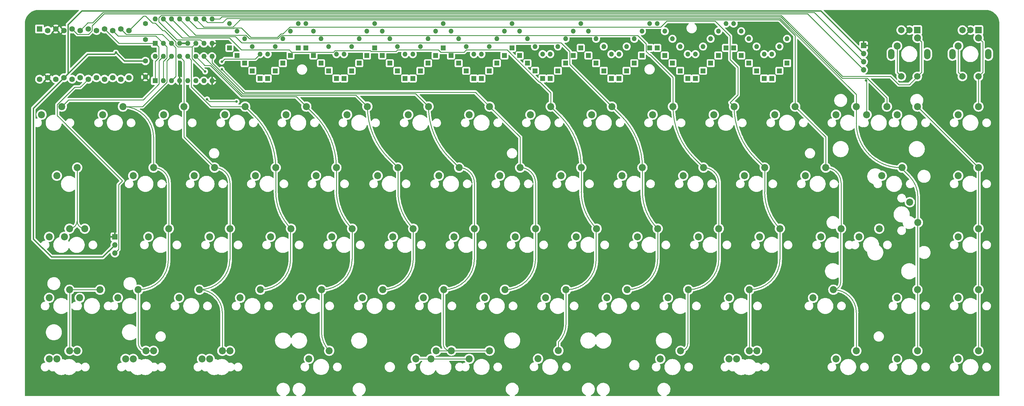
<source format=gtl>
G04 #@! TF.GenerationSoftware,KiCad,Pcbnew,(6.0.0-0)*
G04 #@! TF.CreationDate,2022-10-17T22:42:16+02:00*
G04 #@! TF.ProjectId,lagom,6c61676f-6d2e-46b6-9963-61645f706362,rev?*
G04 #@! TF.SameCoordinates,Original*
G04 #@! TF.FileFunction,Copper,L1,Top*
G04 #@! TF.FilePolarity,Positive*
%FSLAX46Y46*%
G04 Gerber Fmt 4.6, Leading zero omitted, Abs format (unit mm)*
G04 Created by KiCad (PCBNEW (6.0.0-0)) date 2022-10-17 22:42:16*
%MOMM*%
%LPD*%
G01*
G04 APERTURE LIST*
G04 #@! TA.AperFunction,ComponentPad*
%ADD10C,2.200000*%
G04 #@! TD*
G04 #@! TA.AperFunction,ComponentPad*
%ADD11C,1.600000*%
G04 #@! TD*
G04 #@! TA.AperFunction,ComponentPad*
%ADD12R,1.500000X1.500000*%
G04 #@! TD*
G04 #@! TA.AperFunction,ComponentPad*
%ADD13O,1.500000X1.500000*%
G04 #@! TD*
G04 #@! TA.AperFunction,ComponentPad*
%ADD14R,1.600000X1.600000*%
G04 #@! TD*
G04 #@! TA.AperFunction,ComponentPad*
%ADD15O,1.600000X1.600000*%
G04 #@! TD*
G04 #@! TA.AperFunction,ComponentPad*
%ADD16R,1.700000X1.700000*%
G04 #@! TD*
G04 #@! TA.AperFunction,ComponentPad*
%ADD17O,1.700000X1.700000*%
G04 #@! TD*
G04 #@! TA.AperFunction,WasherPad*
%ADD18O,2.000000X3.200000*%
G04 #@! TD*
G04 #@! TA.AperFunction,ComponentPad*
%ADD19R,2.000000X2.000000*%
G04 #@! TD*
G04 #@! TA.AperFunction,ComponentPad*
%ADD20C,2.000000*%
G04 #@! TD*
G04 #@! TA.AperFunction,ComponentPad*
%ADD21R,1.752600X1.752600*%
G04 #@! TD*
G04 #@! TA.AperFunction,ComponentPad*
%ADD22C,1.752600*%
G04 #@! TD*
G04 #@! TA.AperFunction,ViaPad*
%ADD23C,0.800000*%
G04 #@! TD*
G04 #@! TA.AperFunction,Conductor*
%ADD24C,0.381000*%
G04 #@! TD*
G04 #@! TA.AperFunction,Conductor*
%ADD25C,0.254000*%
G04 #@! TD*
G04 APERTURE END LIST*
D10*
X274715000Y-66545000D03*
X268365000Y-69085000D03*
X332015000Y-142945000D03*
X325665000Y-145485000D03*
D11*
X90725000Y-40587500D03*
X90725000Y-45587500D03*
D10*
X150412500Y-85645000D03*
X144062500Y-88185000D03*
X322465000Y-66545000D03*
X316115000Y-69085000D03*
X193540000Y-104745000D03*
X187190000Y-107285000D03*
X112365000Y-85645000D03*
X106015000Y-88185000D03*
X305752500Y-123845000D03*
X299402500Y-126385000D03*
D12*
X260237500Y-57757500D03*
D13*
X260237500Y-50137500D03*
D10*
X312915000Y-66545000D03*
X306565000Y-69085000D03*
D14*
X93762500Y-46775000D03*
D15*
X96302500Y-46775000D03*
X98842500Y-46775000D03*
X101382500Y-46775000D03*
X103922500Y-46775000D03*
X106462500Y-46775000D03*
X109002500Y-46775000D03*
X111542500Y-46775000D03*
X111542500Y-39155000D03*
X109002500Y-39155000D03*
X106462500Y-39155000D03*
X103922500Y-39155000D03*
X101382500Y-39155000D03*
X98842500Y-39155000D03*
X96302500Y-39155000D03*
X93762500Y-39155000D03*
D10*
X351115000Y-104745000D03*
X344765000Y-107285000D03*
D16*
X315175000Y-47445000D03*
D17*
X315175000Y-49985000D03*
X315175000Y-52525000D03*
X315175000Y-55065000D03*
D12*
X288887500Y-55370000D03*
D13*
X288887500Y-47750000D03*
D12*
X219650000Y-55370000D03*
D13*
X219650000Y-47750000D03*
D12*
X212487500Y-55370000D03*
D13*
X212487500Y-47750000D03*
D10*
X107590000Y-123845000D03*
X101240000Y-126385000D03*
D12*
X157575000Y-52982500D03*
D13*
X157575000Y-45362500D03*
D12*
X210100000Y-52982500D03*
D13*
X210100000Y-45362500D03*
D10*
X289040000Y-104745000D03*
X282690000Y-107285000D03*
D14*
X93762500Y-58487500D03*
D15*
X96302500Y-58487500D03*
X98842500Y-58487500D03*
X101382500Y-58487500D03*
X103922500Y-58487500D03*
X106462500Y-58487500D03*
X109002500Y-58487500D03*
X111542500Y-58487500D03*
X111542500Y-50867500D03*
X109002500Y-50867500D03*
X106462500Y-50867500D03*
X103922500Y-50867500D03*
X101382500Y-50867500D03*
X98842500Y-50867500D03*
X96302500Y-50867500D03*
X93762500Y-50867500D03*
D12*
X243525000Y-52982500D03*
D13*
X243525000Y-45362500D03*
D12*
X286500000Y-57757500D03*
D13*
X286500000Y-50137500D03*
D10*
X164890000Y-123845000D03*
X158540000Y-126385000D03*
X169665000Y-85645000D03*
X163315000Y-88185000D03*
X64615000Y-66545000D03*
X58265000Y-69085000D03*
X121915000Y-66545000D03*
X115565000Y-69085000D03*
X67002500Y-123845000D03*
X60652500Y-126385000D03*
D12*
X253075000Y-50595000D03*
D13*
X253075000Y-42975000D03*
D10*
X279490000Y-142945000D03*
X273140000Y-145485000D03*
D12*
X248300000Y-48207500D03*
D13*
X248300000Y-40587500D03*
D12*
X167125000Y-52982500D03*
D13*
X167125000Y-45362500D03*
D10*
X303365000Y-85645000D03*
X297015000Y-88185000D03*
X136240000Y-104745000D03*
X129890000Y-107285000D03*
D12*
X124150000Y-55370000D03*
D13*
X124150000Y-47750000D03*
D10*
X117140000Y-142945000D03*
X110790000Y-145485000D03*
D12*
X121762500Y-52982500D03*
D13*
X121762500Y-45362500D03*
D10*
X155340000Y-104745000D03*
X148990000Y-107285000D03*
X148177500Y-142920000D03*
X141827500Y-145460000D03*
X160115000Y-66545000D03*
X153765000Y-69085000D03*
D12*
X152800000Y-57757500D03*
D13*
X152800000Y-50137500D03*
D10*
X114758750Y-142945000D03*
X108408750Y-145485000D03*
X236515000Y-66545000D03*
X230165000Y-69085000D03*
D12*
X164737500Y-50595000D03*
D13*
X164737500Y-42975000D03*
D10*
X88490000Y-123845000D03*
X82140000Y-126385000D03*
X83715000Y-66545000D03*
X77365000Y-69085000D03*
D12*
X179062500Y-52982500D03*
D13*
X179062500Y-45362500D03*
D12*
X193387500Y-57757500D03*
D13*
X193387500Y-50137500D03*
D10*
X188765000Y-85645000D03*
X182415000Y-88185000D03*
D12*
X140862500Y-48207500D03*
D13*
X140862500Y-40587500D03*
D12*
X195775000Y-57757500D03*
D13*
X195775000Y-50137500D03*
D10*
X179215000Y-66545000D03*
X172865000Y-69085000D03*
D12*
X272175000Y-48207500D03*
D13*
X272175000Y-40587500D03*
D12*
X276950000Y-50595000D03*
D13*
X276950000Y-42975000D03*
D12*
X176675000Y-55370000D03*
D13*
X176675000Y-47750000D03*
D10*
X351115000Y-123845000D03*
X344765000Y-126385000D03*
X174440000Y-104745000D03*
X168090000Y-107285000D03*
D12*
X241137500Y-55370000D03*
D13*
X241137500Y-47750000D03*
D12*
X138475000Y-48207500D03*
D13*
X138475000Y-40587500D03*
D10*
X186377500Y-142920000D03*
X180027500Y-145460000D03*
X260390000Y-123845000D03*
X254040000Y-126385000D03*
X293815000Y-66545000D03*
X287465000Y-69085000D03*
D12*
X231587500Y-52982500D03*
D13*
X231587500Y-45362500D03*
D10*
X332015000Y-45057500D03*
X325665000Y-47597500D03*
X183990000Y-123845000D03*
X177640000Y-126385000D03*
D12*
X145637500Y-52982500D03*
D13*
X145637500Y-45362500D03*
D12*
X265012500Y-55370000D03*
D13*
X265012500Y-47750000D03*
D12*
X214875000Y-57757500D03*
D13*
X214875000Y-50137500D03*
D10*
X351115000Y-45057500D03*
X344765000Y-47597500D03*
D12*
X148025000Y-55370000D03*
D13*
X148025000Y-47750000D03*
D12*
X198162500Y-55370000D03*
D13*
X198162500Y-47750000D03*
D10*
X332015000Y-123845000D03*
X325665000Y-126385000D03*
X312915000Y-142945000D03*
X306565000Y-145485000D03*
X258002500Y-142945000D03*
X251652500Y-145485000D03*
D12*
X269787500Y-50595000D03*
D13*
X269787500Y-42975000D03*
D10*
X141015000Y-66545000D03*
X134665000Y-69085000D03*
X250840000Y-104745000D03*
X244490000Y-107285000D03*
D12*
X200550000Y-52982500D03*
D13*
X200550000Y-45362500D03*
D12*
X255462500Y-52982500D03*
D13*
X255462500Y-45362500D03*
D12*
X191000000Y-55370000D03*
D13*
X191000000Y-47750000D03*
D10*
X90877500Y-142945000D03*
X84527500Y-145485000D03*
D12*
X186225000Y-50595000D03*
D13*
X186225000Y-42975000D03*
D10*
X241290000Y-123845000D03*
X234940000Y-126385000D03*
D12*
X162350000Y-48207500D03*
D13*
X162350000Y-40587500D03*
D12*
X279337500Y-52982500D03*
D13*
X279337500Y-45362500D03*
D10*
X308140000Y-104745000D03*
X301790000Y-107285000D03*
X332015000Y-66545000D03*
X325665000Y-69085000D03*
X351115000Y-66545000D03*
X344765000Y-69085000D03*
D12*
X171900000Y-57757500D03*
D13*
X171900000Y-50137500D03*
D12*
X217262500Y-57757500D03*
D13*
X217262500Y-50137500D03*
D10*
X145790000Y-123845000D03*
X139440000Y-126385000D03*
X327240000Y-85645000D03*
X320890000Y-88185000D03*
X332167500Y-102815000D03*
X329627500Y-96465000D03*
D12*
X133700000Y-52982500D03*
D13*
X133700000Y-45362500D03*
D12*
X224425000Y-50595000D03*
D13*
X224425000Y-42975000D03*
D10*
X320077500Y-104745000D03*
X313727500Y-107285000D03*
X255615000Y-66545000D03*
X249265000Y-69085000D03*
X102815000Y-66545000D03*
X96465000Y-69085000D03*
D12*
X233975000Y-55370000D03*
D13*
X233975000Y-47750000D03*
D10*
X98040000Y-104745000D03*
X91690000Y-107285000D03*
D12*
X262625000Y-57757500D03*
D13*
X262625000Y-50137500D03*
D10*
X222190000Y-123845000D03*
X215840000Y-126385000D03*
X198315000Y-66545000D03*
X191965000Y-69085000D03*
D12*
X250687500Y-48207500D03*
D13*
X250687500Y-40587500D03*
D18*
X323875000Y-50137500D03*
X335075000Y-50137500D03*
D19*
X331975000Y-42637500D03*
D20*
X326975000Y-42637500D03*
X329475000Y-42637500D03*
X326975000Y-57137500D03*
X331975000Y-57137500D03*
D18*
X342975000Y-50137500D03*
X354175000Y-50137500D03*
D19*
X351075000Y-42637500D03*
D20*
X346075000Y-42637500D03*
X348575000Y-42637500D03*
X346075000Y-57137500D03*
X351075000Y-57137500D03*
D12*
X202937500Y-50595000D03*
D13*
X202937500Y-42975000D03*
D12*
X116987500Y-48207500D03*
D13*
X116987500Y-40587500D03*
D10*
X126690000Y-123845000D03*
X120340000Y-126385000D03*
X217415000Y-66545000D03*
X211065000Y-69085000D03*
D12*
X205325000Y-48207500D03*
D13*
X205325000Y-40587500D03*
D12*
X143250000Y-50595000D03*
D13*
X143250000Y-42975000D03*
D10*
X284265000Y-85645000D03*
X277915000Y-88185000D03*
X265165000Y-85645000D03*
X258815000Y-88185000D03*
X67002500Y-104745000D03*
X60652500Y-107285000D03*
D12*
X131312500Y-55370000D03*
D13*
X131312500Y-47750000D03*
D10*
X198315000Y-142920000D03*
X191965000Y-145460000D03*
X212640000Y-104745000D03*
X206290000Y-107285000D03*
X231740000Y-104745000D03*
X225390000Y-107285000D03*
X207865000Y-85645000D03*
X201515000Y-88185000D03*
X351115000Y-85645000D03*
X344765000Y-88185000D03*
X281877500Y-142945000D03*
X275527500Y-145485000D03*
X69390000Y-142945000D03*
X63040000Y-145485000D03*
X76552500Y-123845000D03*
X70202500Y-126385000D03*
D12*
X159962500Y-50595000D03*
D13*
X159962500Y-42975000D03*
D10*
X279490000Y-123845000D03*
X273140000Y-126385000D03*
X226965000Y-85645000D03*
X220615000Y-88185000D03*
D12*
X281725000Y-55370000D03*
D13*
X281725000Y-47750000D03*
D12*
X126537500Y-57757500D03*
D13*
X126537500Y-50137500D03*
D10*
X131465000Y-85645000D03*
X125115000Y-88185000D03*
D12*
X229200000Y-50595000D03*
D13*
X229200000Y-42975000D03*
D12*
X284112500Y-57757500D03*
D13*
X284112500Y-50137500D03*
D12*
X183837500Y-48207500D03*
D13*
X183837500Y-40587500D03*
D12*
X169512500Y-55370000D03*
D13*
X169512500Y-47750000D03*
D12*
X291275000Y-52982500D03*
D13*
X291275000Y-45362500D03*
D10*
X351115000Y-142945000D03*
X344765000Y-145485000D03*
X269940000Y-104745000D03*
X263590000Y-107285000D03*
D12*
X222037500Y-52982500D03*
D13*
X222037500Y-45362500D03*
D12*
X267400000Y-52982500D03*
D13*
X267400000Y-45362500D03*
D10*
X93265000Y-142945000D03*
X86915000Y-145485000D03*
D12*
X128925000Y-57757500D03*
D13*
X128925000Y-50137500D03*
D11*
X90725000Y-52300000D03*
X90725000Y-57300000D03*
D10*
X246065000Y-85645000D03*
X239715000Y-88185000D03*
X181602500Y-142945000D03*
X175252500Y-145485000D03*
X203090000Y-123845000D03*
X196740000Y-126385000D03*
D12*
X226812500Y-48207500D03*
D13*
X226812500Y-40587500D03*
D12*
X257850000Y-55370000D03*
D13*
X257850000Y-47750000D03*
D10*
X69390000Y-85645000D03*
X63040000Y-88185000D03*
X67002500Y-142945000D03*
X60652500Y-145485000D03*
D12*
X136087500Y-50595000D03*
D13*
X136087500Y-42975000D03*
D12*
X274562500Y-48207500D03*
D13*
X274562500Y-40587500D03*
D12*
X181450000Y-50595000D03*
D13*
X181450000Y-42975000D03*
D12*
X155187500Y-55370000D03*
D13*
X155187500Y-47750000D03*
D12*
X236362500Y-57757500D03*
D13*
X236362500Y-50137500D03*
D12*
X207712500Y-50595000D03*
D13*
X207712500Y-42975000D03*
D12*
X238750000Y-57757500D03*
D13*
X238750000Y-50137500D03*
D10*
X71777500Y-104745000D03*
X65427500Y-107285000D03*
D12*
X150412500Y-57757500D03*
D13*
X150412500Y-50137500D03*
D12*
X188612500Y-52982500D03*
D13*
X188612500Y-45362500D03*
D12*
X174287500Y-57757500D03*
D13*
X174287500Y-50137500D03*
D10*
X219802500Y-142890000D03*
X213452500Y-145430000D03*
X93265000Y-85645000D03*
X86915000Y-88185000D03*
D12*
X119375000Y-50595000D03*
D13*
X119375000Y-42975000D03*
D10*
X117140000Y-104745000D03*
X110790000Y-107285000D03*
D12*
X245912500Y-50595000D03*
D13*
X245912500Y-42975000D03*
D21*
X57655000Y-42288900D03*
D22*
X60195000Y-42746100D03*
X62735000Y-42288900D03*
X65275000Y-42746100D03*
X67815000Y-42288900D03*
X70355000Y-42746100D03*
X72895000Y-42288900D03*
X75435000Y-42746100D03*
X77975000Y-42288900D03*
X80515000Y-42746100D03*
X83055000Y-42288900D03*
X85595000Y-42746100D03*
X85595000Y-57528900D03*
X83055000Y-57986100D03*
X80515000Y-57528900D03*
X77975000Y-57986100D03*
X75435000Y-57528900D03*
X72895000Y-57986100D03*
X70355000Y-57528900D03*
X67815000Y-57986100D03*
X65275000Y-57528900D03*
X62735000Y-57986100D03*
X60195000Y-57528900D03*
X57655000Y-57986100D03*
D16*
X81175000Y-107285000D03*
D17*
X81175000Y-109825000D03*
X81175000Y-112365000D03*
D23*
X81490000Y-49670000D03*
X114600000Y-52525000D03*
X109996682Y-64290818D03*
X119200000Y-65000000D03*
X316000000Y-58400000D03*
X114600000Y-54912500D03*
X109400000Y-55600000D03*
D24*
X65275000Y-57528900D02*
X55704979Y-67098921D01*
X55704979Y-67098921D02*
X55704979Y-107971845D01*
X55704979Y-107971845D02*
X61338145Y-113605011D01*
X61338145Y-113605011D02*
X77394989Y-113605011D01*
X77394989Y-113605011D02*
X81175000Y-109825000D01*
D25*
X72895000Y-57986100D02*
X70376100Y-60505000D01*
X63188489Y-65954119D02*
X63188489Y-69377580D01*
X65928479Y-72133043D02*
X83562500Y-89767064D01*
X70376100Y-60505000D02*
X68637608Y-60505000D01*
X68637608Y-60505000D02*
X63188489Y-65954119D01*
X63188489Y-69377580D02*
X65928479Y-72117570D01*
X65928479Y-72117570D02*
X65928479Y-72133043D01*
X83562500Y-89767064D02*
X82351511Y-90978053D01*
X82351511Y-90978053D02*
X82351511Y-111188489D01*
X82351511Y-111188489D02*
X81175000Y-112365000D01*
D24*
X81022500Y-50137500D02*
X81490000Y-49670000D01*
X66541311Y-40896189D02*
X70833070Y-36604430D01*
X301794430Y-36604430D02*
X315175000Y-49985000D01*
X84120000Y-52300000D02*
X90725000Y-52300000D01*
X66541311Y-56262589D02*
X66541311Y-40896189D01*
X70833070Y-36604430D02*
X301794430Y-36604430D01*
X72666400Y-50137500D02*
X81022500Y-50137500D01*
X81490000Y-49670000D02*
X84120000Y-52300000D01*
X65275000Y-57528900D02*
X72666400Y-50137500D01*
D25*
X115453489Y-51671511D02*
X114600000Y-52525000D01*
X125003489Y-51671511D02*
X115453489Y-51671511D01*
X126537500Y-50137500D02*
X125003489Y-51671511D01*
X110705864Y-65000000D02*
X109996682Y-64290818D01*
X119200000Y-65000000D02*
X110705864Y-65000000D01*
X316115000Y-58515000D02*
X316115000Y-69085000D01*
X316000000Y-58400000D02*
X316115000Y-58515000D01*
X325665000Y-55827500D02*
X326975000Y-57137500D01*
X325665000Y-47597500D02*
X325665000Y-55827500D01*
X344765000Y-55827500D02*
X346075000Y-57137500D01*
X344765000Y-47597500D02*
X344765000Y-55827500D01*
X175252500Y-145485000D02*
X180002500Y-145485000D01*
X180027500Y-145460000D02*
X191965000Y-145460000D01*
X180002500Y-145485000D02*
X180027500Y-145460000D01*
X77478550Y-37121450D02*
X299771450Y-37121450D01*
X74232189Y-40367811D02*
X77478550Y-37121450D01*
X72733289Y-40367811D02*
X70355000Y-42746100D01*
X74232189Y-40367811D02*
X72733289Y-40367811D01*
X299771450Y-37121450D02*
X315175000Y-52525000D01*
X74097811Y-42787122D02*
X72936022Y-43948911D01*
X74097811Y-41277159D02*
X74097811Y-42787122D01*
X315175000Y-55065000D02*
X297684970Y-37574970D01*
X77800000Y-37574970D02*
X74097811Y-41277159D01*
X72936022Y-43948911D02*
X69475011Y-43948911D01*
X69475011Y-43948911D02*
X67815000Y-42288900D01*
X297684970Y-37574970D02*
X77800000Y-37574970D01*
X351115000Y-104745000D02*
X351115000Y-85645000D01*
X316300932Y-57673489D02*
X308473489Y-57673489D01*
X351115000Y-85645000D02*
X332015000Y-66545000D01*
X289282009Y-38482009D02*
X114600000Y-38482009D01*
X308473489Y-57673489D02*
X289282009Y-38482009D01*
X114600000Y-38482009D02*
X113927009Y-39155000D01*
X322465000Y-66545000D02*
X322465000Y-63837557D01*
X113927009Y-39155000D02*
X111542500Y-39155000D01*
X351115000Y-123845000D02*
X351115000Y-104745000D01*
X351115000Y-142945000D02*
X351115000Y-123845000D01*
X322465000Y-63837557D02*
X316300932Y-57673489D01*
X67002500Y-142945000D02*
X69390000Y-142945000D01*
X66697500Y-64462500D02*
X64615000Y-66545000D01*
X67002500Y-123845000D02*
X76552500Y-123845000D01*
X95000000Y-52170000D02*
X95000000Y-59503022D01*
X95000000Y-59503022D02*
X90040522Y-64462500D01*
X90040522Y-64462500D02*
X66697500Y-64462500D01*
X69390000Y-85645000D02*
X69390000Y-102357500D01*
X96302500Y-50867500D02*
X95000000Y-52170000D01*
X67002500Y-123845000D02*
X67002500Y-142945000D01*
X71777500Y-104745000D02*
G75*
G02*
X69390000Y-102357500I2J2387502D01*
G01*
X67002500Y-104745000D02*
G75*
G03*
X69390000Y-102357500I-2J2387502D01*
G01*
X93265000Y-142945000D02*
X90877500Y-142945000D01*
X89838128Y-66545000D02*
X83715000Y-66545000D01*
X98842500Y-50867500D02*
X97429011Y-52280989D01*
X97429011Y-58954117D02*
X89838128Y-66545000D01*
X97429011Y-52280989D02*
X97429011Y-58954117D01*
X88490000Y-140557500D02*
X88490000Y-123845000D01*
X97887500Y-114600000D02*
X97887500Y-104897500D01*
X98040000Y-104745000D02*
X98040000Y-90420000D01*
X93265000Y-85645000D02*
X93265000Y-76095000D01*
X88490000Y-123845000D02*
X88642500Y-123845000D01*
X98040000Y-104745000D02*
G75*
G03*
X97887500Y-104897500I-1J-152499D01*
G01*
X88490000Y-140557500D02*
G75*
G03*
X90877500Y-142945000I2387502J2D01*
G01*
X83715000Y-66545000D02*
G75*
G02*
X93265000Y-76095000I1J-9549999D01*
G01*
X93265000Y-85645000D02*
G75*
G02*
X98040000Y-90420000I0J-4775000D01*
G01*
X97887500Y-114600000D02*
G75*
G02*
X88642500Y-123845000I-9245001J1D01*
G01*
X102815000Y-76095000D02*
X112365000Y-85645000D01*
X117140000Y-104745000D02*
X117140000Y-90420000D01*
X117140000Y-104745000D02*
X117140000Y-114295000D01*
X114758750Y-142945000D02*
X114758750Y-131013750D01*
X102795989Y-66525989D02*
X102815000Y-66545000D01*
X102815000Y-66545000D02*
X102815000Y-76095000D01*
X101382500Y-50867500D02*
X102795989Y-52280989D01*
X102795989Y-52280989D02*
X102795989Y-66525989D01*
X117140000Y-142945000D02*
X114758750Y-142945000D01*
X107590000Y-123845000D02*
G75*
G03*
X117140000Y-114295000I1J9549999D01*
G01*
X107590000Y-123845000D02*
G75*
G02*
X114758750Y-131013750I1J-7168749D01*
G01*
X112365000Y-85645000D02*
G75*
G02*
X117140000Y-90420000I0J-4775000D01*
G01*
X111223436Y-66545000D02*
X121915000Y-66545000D01*
X103922500Y-50867500D02*
X105050000Y-51995000D01*
X105050000Y-51995000D02*
X105050000Y-60371564D01*
X131465000Y-85645000D02*
X131465000Y-93217131D01*
X121915000Y-66545000D02*
X124712130Y-69342130D01*
X136087500Y-114447500D02*
X136087500Y-104897500D01*
X105050000Y-60371564D02*
X111223436Y-66545000D01*
X131465000Y-85645000D02*
G75*
G03*
X124712130Y-69342130I-23055736J1D01*
G01*
X136240000Y-104745000D02*
G75*
G02*
X131465000Y-93217131I11527860J11527866D01*
G01*
X136087500Y-114447500D02*
G75*
G02*
X126690000Y-123845000I-9397500J0D01*
G01*
X136240000Y-104745000D02*
G75*
G03*
X136087500Y-104897500I-1J-152499D01*
G01*
X145790000Y-123845000D02*
X145790000Y-137156066D01*
X106462500Y-50867500D02*
X109275095Y-53680095D01*
X109275095Y-53680095D02*
X111057404Y-53680095D01*
X155340000Y-114295000D02*
X155340000Y-104745000D01*
X141015000Y-66545000D02*
X143551796Y-69081796D01*
X137905560Y-63435560D02*
X141015000Y-66545000D01*
X111057404Y-53680095D02*
X120812869Y-63435560D01*
X120812869Y-63435560D02*
X137905560Y-63435560D01*
X150412500Y-85645000D02*
X150412500Y-92848963D01*
X150412500Y-85645000D02*
G75*
G03*
X143551796Y-69081796I-23423906J0D01*
G01*
X155340000Y-114295000D02*
G75*
G02*
X145790000Y-123845000I-9549999J-1D01*
G01*
X148177500Y-142920000D02*
G75*
G02*
X145790000Y-137156066I5763935J5763935D01*
G01*
X155340000Y-104745000D02*
G75*
G02*
X150412500Y-92848963I11896035J11896036D01*
G01*
X121000723Y-62982040D02*
X156552040Y-62982040D01*
X169665000Y-85645000D02*
X169665000Y-93217131D01*
X174440000Y-114295000D02*
X174440000Y-104745000D01*
X109002500Y-50983817D02*
X121000723Y-62982040D01*
X109002500Y-50867500D02*
X109002500Y-50983817D01*
X156552040Y-62982040D02*
X160115000Y-66545000D01*
X166867870Y-82847870D02*
X169665000Y-85645000D01*
X174440000Y-114295000D02*
G75*
G02*
X164890000Y-123845000I-9549999J-1D01*
G01*
X166867870Y-82847870D02*
G75*
G02*
X160115000Y-66545000I16302871J16302871D01*
G01*
X174440000Y-104745000D02*
G75*
G02*
X169665000Y-93217131I11527860J11527866D01*
G01*
X175198520Y-62528520D02*
X179215000Y-66545000D01*
X193540000Y-104745000D02*
X193540000Y-90420000D01*
X121188577Y-62528520D02*
X175198520Y-62528520D01*
X193540000Y-114295000D02*
X193540000Y-104745000D01*
X188765000Y-85645000D02*
X185967870Y-82847870D01*
X183837500Y-140862500D02*
X183837500Y-123997500D01*
X181662855Y-142920000D02*
X186377500Y-142920000D01*
X111542500Y-52882443D02*
X121188577Y-62528520D01*
X111542500Y-50867500D02*
X111542500Y-52882443D01*
X198315000Y-142920000D02*
X186377500Y-142920000D01*
X188765000Y-85645000D02*
G75*
G02*
X193540000Y-90420000I0J-4775000D01*
G01*
X181602500Y-142945000D02*
G75*
G02*
X181662855Y-142920000I60351J-60344D01*
G01*
X179215000Y-66545000D02*
G75*
G03*
X185967870Y-82847870I23055736J-1D01*
G01*
X193540000Y-114295000D02*
G75*
G02*
X183990000Y-123845000I-9549999J-1D01*
G01*
X183990000Y-123845000D02*
G75*
G03*
X183837500Y-123997500I-1J-152499D01*
G01*
X183837500Y-140862500D02*
G75*
G03*
X185895000Y-142920000I2057501J1D01*
G01*
X212640000Y-104745000D02*
X212640000Y-90420000D01*
X121762500Y-62075000D02*
X193845000Y-62075000D01*
X198315000Y-66545000D02*
X207865000Y-76095000D01*
X193845000Y-62075000D02*
X198315000Y-66545000D01*
X212640000Y-114295000D02*
X212640000Y-104745000D01*
X114600000Y-54912500D02*
X121762500Y-62075000D01*
X207865000Y-76095000D02*
X207865000Y-85645000D01*
X212640000Y-114295000D02*
G75*
G02*
X203090000Y-123845000I-9549999J-1D01*
G01*
X207865000Y-85645000D02*
G75*
G02*
X212640000Y-90420000I0J-4775000D01*
G01*
X220212130Y-69342130D02*
X217415000Y-66545000D01*
X182995467Y-49518489D02*
X190308022Y-49518489D01*
X222190000Y-123845000D02*
X222342500Y-123845000D01*
X135702967Y-48826511D02*
X136394945Y-49518489D01*
X190308022Y-49518489D02*
X191000000Y-48826511D01*
X136394945Y-49518489D02*
X149509093Y-49518489D01*
X96302500Y-39155000D02*
X102254540Y-45107040D01*
X149509093Y-49518489D02*
X149966593Y-49060989D01*
X217415000Y-62227500D02*
X217415000Y-66545000D01*
X169512500Y-48826511D02*
X182303489Y-48826511D01*
X214021511Y-58834011D02*
X217415000Y-62227500D01*
X226965000Y-93217131D02*
X226965000Y-85645000D01*
X222190000Y-134484555D02*
X222190000Y-123845000D01*
X213798489Y-58834011D02*
X214021511Y-58834011D01*
X231587500Y-114600000D02*
X231587500Y-104897500D01*
X161273489Y-49284011D02*
X169055000Y-49284011D01*
X161050467Y-49060989D02*
X161273489Y-49284011D01*
X203790989Y-48826511D02*
X213798489Y-58834011D01*
X182303489Y-48826511D02*
X182995467Y-49518489D01*
X116987500Y-45107040D02*
X120706971Y-48826511D01*
X102254540Y-45107040D02*
X116987500Y-45107040D01*
X149966593Y-49060989D02*
X161050467Y-49060989D01*
X219802500Y-142890000D02*
X219802500Y-140248489D01*
X191000000Y-48826511D02*
X203790989Y-48826511D01*
X169055000Y-49284011D02*
X169512500Y-48826511D01*
X120706971Y-48826511D02*
X135702967Y-48826511D01*
X226965001Y-93217131D02*
G75*
G03*
X231740001Y-104744999I16302872J2D01*
G01*
X222189999Y-134484555D02*
G75*
G02*
X219802499Y-140248488I-8151430J-1D01*
G01*
X220212130Y-69342130D02*
G75*
G02*
X226965000Y-85645000I-16302871J-16302871D01*
G01*
X231587500Y-114600000D02*
G75*
G02*
X222342500Y-123845000I-9245001J1D01*
G01*
X231740000Y-104745000D02*
G75*
G03*
X231587500Y-104897500I-1J-152499D01*
G01*
X223348489Y-53378489D02*
X223348489Y-49295467D01*
X246065000Y-93217131D02*
X246065000Y-85645000D01*
X104341020Y-44653520D02*
X98842500Y-39155000D01*
X118900498Y-44653520D02*
X104341020Y-44653520D01*
X120846978Y-46600000D02*
X118900498Y-44653520D01*
X220653022Y-46600000D02*
X120846978Y-46600000D01*
X239312130Y-69342130D02*
X236515000Y-66545000D01*
X223348489Y-49295467D02*
X220653022Y-46600000D01*
X250840000Y-114295000D02*
X250840000Y-104745000D01*
X236515000Y-66545000D02*
X223348489Y-53378489D01*
X246065001Y-93217131D02*
G75*
G03*
X250840001Y-104744999I16302872J2D01*
G01*
X239312130Y-69342130D02*
G75*
G02*
X246065000Y-85645000I-16302871J-16302871D01*
G01*
X250840000Y-114295000D02*
G75*
G02*
X241290000Y-123845000I-9549999J-1D01*
G01*
X269940000Y-114295000D02*
X269940000Y-104745000D01*
X123284918Y-45362500D02*
X122122418Y-44200000D01*
X248300000Y-50360522D02*
X247223489Y-49284011D01*
X133254093Y-44285989D02*
X132177582Y-45362500D01*
X265165000Y-85645000D02*
X262367870Y-82847870D01*
X244601511Y-44285989D02*
X133254093Y-44285989D01*
X269940000Y-104745000D02*
X269940000Y-90420000D01*
X247223489Y-49284011D02*
X247223489Y-46907967D01*
X260237500Y-140710000D02*
X260237500Y-123997500D01*
X248523022Y-50360522D02*
X248300000Y-50360522D01*
X247223489Y-46907967D02*
X244601511Y-44285989D01*
X132177582Y-45362500D02*
X123284918Y-45362500D01*
X255615000Y-66545000D02*
X255615000Y-57452500D01*
X122122418Y-44200000D02*
X106427500Y-44200000D01*
X255615000Y-57452500D02*
X248523022Y-50360522D01*
X106427500Y-44200000D02*
X101382500Y-39155000D01*
X265165000Y-85645000D02*
G75*
G02*
X269940000Y-90420000I0J-4775000D01*
G01*
X255615000Y-66545000D02*
G75*
G03*
X262367870Y-82847870I23055736J-1D01*
G01*
X260237500Y-140710000D02*
G75*
G02*
X258002500Y-142945000I-2234999J-1D01*
G01*
X269940000Y-114295000D02*
G75*
G02*
X260390000Y-123845000I-9549999J-1D01*
G01*
X260390000Y-123845000D02*
G75*
G03*
X260237500Y-123997500I-1J-152499D01*
G01*
X284265000Y-85645000D02*
X281467870Y-82847870D01*
X273485989Y-65315989D02*
X274715000Y-66545000D01*
X135876071Y-41664011D02*
X251821127Y-41664011D01*
X251821127Y-41664011D02*
X253642569Y-39842569D01*
X273485989Y-44520467D02*
X273485989Y-51835989D01*
X118470907Y-41898489D02*
X120685989Y-41898489D01*
X281877500Y-142945000D02*
X279490000Y-142945000D01*
X133066239Y-43832469D02*
X133707613Y-43832469D01*
X279490000Y-142945000D02*
X279490000Y-123845000D01*
X103922500Y-39155000D02*
X106885031Y-42117531D01*
X106885031Y-42117531D02*
X118251865Y-42117531D01*
X289040000Y-114295000D02*
X289040000Y-104745000D01*
X118251865Y-42117531D02*
X118470907Y-41898489D01*
X284265000Y-93217131D02*
X284265000Y-85645000D01*
X275910000Y-62891978D02*
X273485989Y-65315989D01*
X133707613Y-43832469D02*
X135876071Y-41664011D01*
X131991218Y-44907490D02*
X133066239Y-43832469D01*
X123694990Y-44907490D02*
X131991218Y-44907490D01*
X273485989Y-51835989D02*
X275910000Y-54260000D01*
X275910000Y-54260000D02*
X275910000Y-62891978D01*
X120685989Y-41898489D02*
X123694990Y-44907490D01*
X253642569Y-39842569D02*
X268808091Y-39842569D01*
X268808091Y-39842569D02*
X273485989Y-44520467D01*
X274715000Y-66545000D02*
G75*
G03*
X281467870Y-82847870I23055736J-1D01*
G01*
X284265001Y-93217131D02*
G75*
G03*
X289040001Y-104744999I16302872J2D01*
G01*
X289040000Y-114295000D02*
G75*
G02*
X279490000Y-123845000I-9549999J-1D01*
G01*
X303365000Y-76095000D02*
X303365000Y-85645000D01*
X308014021Y-121583479D02*
X308014021Y-105049140D01*
X293815000Y-44316549D02*
X293815000Y-66545000D01*
X312915000Y-131007500D02*
X312915000Y-142945000D01*
X118064011Y-41664011D02*
X120338973Y-39389049D01*
X120338973Y-39389049D02*
X288887500Y-39389049D01*
X106462500Y-39155000D02*
X108971511Y-41664011D01*
X288887500Y-39389049D02*
X293815000Y-44316549D01*
X308140000Y-90420000D02*
X308140000Y-104745000D01*
X293815000Y-66545000D02*
X303365000Y-76095000D01*
X108971511Y-41664011D02*
X118064011Y-41664011D01*
X312915000Y-131007500D02*
G75*
G03*
X305752500Y-123845000I-7162501J-1D01*
G01*
X308140000Y-90420000D02*
G75*
G03*
X303365000Y-85645000I-4775000J0D01*
G01*
X308140000Y-104745000D02*
G75*
G03*
X308014021Y-105049140I304143J-304141D01*
G01*
X308014021Y-121583479D02*
G75*
G02*
X305752500Y-123845000I-2261520J-1D01*
G01*
X327240000Y-85645000D02*
X326782500Y-85645000D01*
X109002500Y-39155000D02*
X110129011Y-40281511D01*
X116251971Y-38935529D02*
X289075354Y-38935529D01*
X332015000Y-142945000D02*
X332015000Y-123845000D01*
X110129011Y-40281511D02*
X114905989Y-40281511D01*
X289075354Y-38935529D02*
X312915000Y-62775175D01*
X329475000Y-88337500D02*
X327563502Y-86426002D01*
X312915000Y-62775175D02*
X312915000Y-66545000D01*
X332167500Y-102815000D02*
X332167500Y-94837770D01*
X312915000Y-71777500D02*
X312915000Y-66545000D01*
X114905989Y-40281511D02*
X116251971Y-38935529D01*
X332015000Y-123845000D02*
X332015000Y-103183167D01*
X329475000Y-88337500D02*
G75*
G02*
X332167500Y-94837770I-6500263J-6500267D01*
G01*
X327240001Y-85645000D02*
G75*
G03*
X327563503Y-86426001I1104509J3D01*
G01*
X312915000Y-71777500D02*
G75*
G03*
X326782500Y-85645000I13867501J1D01*
G01*
X332167500Y-102815000D02*
G75*
G03*
X332015000Y-103183167I368164J-368166D01*
G01*
X323624514Y-57137500D02*
X308578874Y-57137500D01*
X100560989Y-45648489D02*
X107875989Y-45648489D01*
X94889011Y-38810989D02*
X94889011Y-39976511D01*
X352428479Y-46370979D02*
X352428479Y-55784021D01*
X333328479Y-46370979D02*
X333328479Y-55784021D01*
X94889011Y-39976511D02*
X100560989Y-45648489D01*
X352428479Y-55784021D02*
X351075000Y-57137500D01*
X326174514Y-59687500D02*
X323624514Y-57137500D01*
X332015000Y-45057500D02*
X333328479Y-46370979D01*
X331975000Y-57187500D02*
X329475000Y-59687500D01*
X308578874Y-57137500D02*
X289469863Y-38028489D01*
X333328479Y-55784021D02*
X331975000Y-57137500D01*
X289469863Y-38028489D02*
X95671511Y-38028489D01*
X95671511Y-38028489D02*
X94889011Y-38810989D01*
X351115000Y-45057500D02*
X352428479Y-46370979D01*
X329475000Y-59687500D02*
X326174514Y-59687500D01*
X107875989Y-45648489D02*
X109002500Y-46775000D01*
X331975000Y-57137500D02*
X331975000Y-57187500D01*
X351115000Y-66545000D02*
X351115000Y-57177500D01*
X351075000Y-57137500D02*
G75*
G02*
X351115000Y-57177500I-1J-40001D01*
G01*
X90725000Y-38200000D02*
X92955031Y-40430031D01*
X105335989Y-51535989D02*
X109400000Y-55600000D01*
X100255989Y-47241617D02*
X100915883Y-47901511D01*
X100255989Y-46308383D02*
X100255989Y-47241617D01*
X106462500Y-46775000D02*
X105335989Y-47901511D01*
X105335989Y-47901511D02*
X105335989Y-51535989D01*
X92955031Y-40430031D02*
X93828094Y-40430031D01*
X85595000Y-42746100D02*
X90141100Y-38200000D01*
X96144163Y-42746100D02*
X96693706Y-42746100D01*
X96693706Y-42746100D02*
X100255989Y-46308383D01*
X90141100Y-38200000D02*
X90725000Y-38200000D01*
X93828094Y-40430031D02*
X96144163Y-42746100D01*
X100915883Y-47901511D02*
X105335989Y-47901511D01*
X84715011Y-43948911D02*
X96016411Y-43948911D01*
X100255989Y-48188489D02*
X98842500Y-46775000D01*
X96016411Y-43948911D02*
X98842500Y-46775000D01*
X84715011Y-43948911D02*
X83055000Y-42288900D01*
X98842500Y-58487500D02*
X100255989Y-57074011D01*
X100255989Y-57074011D02*
X100255989Y-48188489D01*
X97429011Y-51334117D02*
X97429011Y-47901511D01*
X96302500Y-58487500D02*
X96302500Y-52460628D01*
X97429011Y-47901511D02*
X96302500Y-46775000D01*
X82229889Y-44460989D02*
X80515000Y-42746100D01*
X96302500Y-52460628D02*
X97429011Y-51334117D01*
X93988489Y-44460989D02*
X96302500Y-46775000D01*
X82229889Y-44460989D02*
X93988489Y-44460989D01*
X93762500Y-52460628D02*
X94889011Y-51334117D01*
X94889011Y-47901511D02*
X93762500Y-46775000D01*
X93762500Y-58487500D02*
X93762500Y-52460628D01*
X94889011Y-51334117D02*
X94889011Y-47901511D01*
X82461100Y-46775000D02*
X77975000Y-42288900D01*
X82461100Y-46775000D02*
X93762500Y-46775000D01*
G04 #@! TA.AperFunction,Conductor*
G36*
X69892396Y-36340502D02*
G01*
X69938889Y-36394158D01*
X69948993Y-36464432D01*
X69919499Y-36529012D01*
X69913370Y-36535595D01*
X66067273Y-40381692D01*
X66061008Y-40387545D01*
X66018037Y-40425031D01*
X66001513Y-40448543D01*
X65981817Y-40476567D01*
X65977884Y-40481863D01*
X65943705Y-40525452D01*
X65943703Y-40525455D01*
X65939019Y-40531429D01*
X65935893Y-40538353D01*
X65934055Y-40541388D01*
X65926811Y-40554087D01*
X65925123Y-40557235D01*
X65920755Y-40563450D01*
X65897928Y-40622001D01*
X65897878Y-40622128D01*
X65895333Y-40628184D01*
X65869398Y-40685624D01*
X65868013Y-40693097D01*
X65866942Y-40696515D01*
X65862957Y-40710504D01*
X65862060Y-40713996D01*
X65859299Y-40721078D01*
X65858307Y-40728611D01*
X65858307Y-40728612D01*
X65851078Y-40783519D01*
X65850046Y-40790032D01*
X65842109Y-40832860D01*
X65838566Y-40851976D01*
X65839003Y-40859556D01*
X65839003Y-40859557D01*
X65842102Y-40913301D01*
X65842311Y-40920554D01*
X65842311Y-41300099D01*
X65822309Y-41368220D01*
X65768653Y-41414713D01*
X65698379Y-41424817D01*
X65674252Y-41418872D01*
X65634704Y-41404867D01*
X65624729Y-41402232D01*
X65410810Y-41364127D01*
X65400557Y-41363158D01*
X65183274Y-41360503D01*
X65172991Y-41361223D01*
X64958205Y-41394090D01*
X64948177Y-41396479D01*
X64741638Y-41463986D01*
X64732141Y-41467978D01*
X64539400Y-41568311D01*
X64530672Y-41573808D01*
X64505889Y-41592415D01*
X64497436Y-41603740D01*
X64504180Y-41616070D01*
X65545115Y-42657005D01*
X65579141Y-42719317D01*
X65574076Y-42790132D01*
X65545115Y-42835195D01*
X64502510Y-43877800D01*
X64495750Y-43890180D01*
X64501031Y-43897234D01*
X64670353Y-43996178D01*
X64679640Y-44000628D01*
X64882638Y-44078145D01*
X64892540Y-44081022D01*
X65105456Y-44124340D01*
X65115708Y-44125563D01*
X65332847Y-44133525D01*
X65343133Y-44133058D01*
X65558670Y-44105447D01*
X65568752Y-44103304D01*
X65680104Y-44069897D01*
X65751099Y-44069481D01*
X65811050Y-44107513D01*
X65840921Y-44171920D01*
X65842311Y-44190583D01*
X65842311Y-55920864D01*
X65822309Y-55988985D01*
X65805406Y-56009959D01*
X65676398Y-56138967D01*
X65614086Y-56172993D01*
X65565208Y-56173920D01*
X65410855Y-56146427D01*
X65410854Y-56146427D01*
X65405768Y-56145521D01*
X65306545Y-56144309D01*
X65183239Y-56142802D01*
X65183237Y-56142802D01*
X65178070Y-56142739D01*
X64952976Y-56177183D01*
X64736529Y-56247929D01*
X64534544Y-56353076D01*
X64530411Y-56356179D01*
X64530408Y-56356181D01*
X64380421Y-56468794D01*
X64352444Y-56489800D01*
X64298976Y-56545751D01*
X64205682Y-56643378D01*
X64195120Y-56654430D01*
X64192206Y-56658702D01*
X64192205Y-56658703D01*
X64141014Y-56733747D01*
X64066797Y-56842545D01*
X64064622Y-56847231D01*
X64064615Y-56847243D01*
X63977751Y-57034375D01*
X63930927Y-57087742D01*
X63862684Y-57107322D01*
X63794688Y-57086898D01*
X63770270Y-57066123D01*
X63686149Y-56973674D01*
X63686140Y-56973665D01*
X63682668Y-56969850D01*
X63503963Y-56828718D01*
X63304607Y-56718667D01*
X63187664Y-56677255D01*
X63094829Y-56644380D01*
X63094825Y-56644379D01*
X63089954Y-56642654D01*
X63084861Y-56641747D01*
X63084858Y-56641746D01*
X62870857Y-56603627D01*
X62870851Y-56603626D01*
X62865768Y-56602721D01*
X62778698Y-56601657D01*
X62643239Y-56600002D01*
X62643237Y-56600002D01*
X62638070Y-56599939D01*
X62412976Y-56634383D01*
X62196529Y-56705129D01*
X61994544Y-56810276D01*
X61990411Y-56813379D01*
X61990408Y-56813381D01*
X61827638Y-56935592D01*
X61812444Y-56947000D01*
X61808872Y-56950738D01*
X61695437Y-57069440D01*
X61633912Y-57104870D01*
X61563000Y-57101413D01*
X61505214Y-57060167D01*
X61488793Y-57032631D01*
X61421229Y-56877243D01*
X61416362Y-56868168D01*
X61347083Y-56761078D01*
X61336398Y-56751875D01*
X61326831Y-56756279D01*
X60567022Y-57516088D01*
X60559408Y-57530032D01*
X60559539Y-57531865D01*
X60563790Y-57538480D01*
X61324322Y-58299012D01*
X61344552Y-58310059D01*
X61394753Y-58360262D01*
X61407080Y-58392940D01*
X61409039Y-58401631D01*
X61410981Y-58406413D01*
X61410982Y-58406417D01*
X61488048Y-58596206D01*
X61494711Y-58612615D01*
X61559925Y-58719035D01*
X61599663Y-58783880D01*
X61613692Y-58806774D01*
X61762786Y-58978893D01*
X61937989Y-59124349D01*
X61942441Y-59126951D01*
X61942446Y-59126954D01*
X62086898Y-59211365D01*
X62134597Y-59239238D01*
X62272513Y-59291903D01*
X62329015Y-59334889D01*
X62353308Y-59401600D01*
X62337678Y-59470855D01*
X62316658Y-59498707D01*
X55230941Y-66584424D01*
X55224676Y-66590277D01*
X55181705Y-66627763D01*
X55177338Y-66633977D01*
X55145485Y-66679299D01*
X55141552Y-66684595D01*
X55107373Y-66728184D01*
X55107371Y-66728187D01*
X55102687Y-66734161D01*
X55099561Y-66741085D01*
X55097723Y-66744120D01*
X55090479Y-66756819D01*
X55088791Y-66759967D01*
X55084423Y-66766182D01*
X55081663Y-66773261D01*
X55061546Y-66824860D01*
X55059001Y-66830916D01*
X55033066Y-66888356D01*
X55031681Y-66895829D01*
X55030610Y-66899247D01*
X55026625Y-66913236D01*
X55025728Y-66916728D01*
X55022967Y-66923810D01*
X55021975Y-66931343D01*
X55021975Y-66931344D01*
X55014746Y-66986251D01*
X55013714Y-66992764D01*
X55007040Y-67028777D01*
X55002234Y-67054708D01*
X55002671Y-67062288D01*
X55002671Y-67062289D01*
X55005770Y-67116033D01*
X55005979Y-67123286D01*
X55005979Y-107943246D01*
X55005687Y-107951816D01*
X55001809Y-108008697D01*
X55003114Y-108016173D01*
X55003114Y-108016177D01*
X55012642Y-108070769D01*
X55013605Y-108077294D01*
X55021170Y-108139805D01*
X55023854Y-108146907D01*
X55024698Y-108150345D01*
X55028562Y-108164468D01*
X55029592Y-108167879D01*
X55030898Y-108175362D01*
X55033951Y-108182317D01*
X55056218Y-108233043D01*
X55058709Y-108239149D01*
X55080973Y-108298067D01*
X55085272Y-108304322D01*
X55086914Y-108307463D01*
X55094012Y-108320217D01*
X55095849Y-108323323D01*
X55098902Y-108330278D01*
X55103527Y-108336305D01*
X55103529Y-108336309D01*
X55137244Y-108380247D01*
X55141108Y-108385565D01*
X55176800Y-108437497D01*
X55182470Y-108442549D01*
X55182471Y-108442550D01*
X55222667Y-108478363D01*
X55227943Y-108483344D01*
X60823655Y-114079057D01*
X60829508Y-114085322D01*
X60866987Y-114128285D01*
X60918528Y-114164509D01*
X60923813Y-114168434D01*
X60956336Y-114193935D01*
X60973385Y-114207303D01*
X60980303Y-114210427D01*
X60983324Y-114212256D01*
X60996043Y-114219511D01*
X60999191Y-114221199D01*
X61005406Y-114225567D01*
X61064095Y-114248449D01*
X61070140Y-114250989D01*
X61127580Y-114276924D01*
X61135053Y-114278309D01*
X61138471Y-114279380D01*
X61152460Y-114283365D01*
X61155952Y-114284262D01*
X61163034Y-114287023D01*
X61170567Y-114288015D01*
X61170568Y-114288015D01*
X61225475Y-114295244D01*
X61231988Y-114296276D01*
X61286463Y-114306372D01*
X61286465Y-114306372D01*
X61293932Y-114307756D01*
X61301512Y-114307319D01*
X61301513Y-114307319D01*
X61355257Y-114304220D01*
X61362510Y-114304011D01*
X77366390Y-114304011D01*
X77374960Y-114304303D01*
X77424266Y-114307665D01*
X77424270Y-114307665D01*
X77431841Y-114308181D01*
X77439317Y-114306876D01*
X77439321Y-114306876D01*
X77493913Y-114297348D01*
X77500438Y-114296385D01*
X77555407Y-114289733D01*
X77555409Y-114289732D01*
X77562949Y-114288820D01*
X77570051Y-114286136D01*
X77573489Y-114285292D01*
X77587612Y-114281428D01*
X77591023Y-114280398D01*
X77598506Y-114279092D01*
X77656186Y-114253772D01*
X77662293Y-114251281D01*
X77714106Y-114231702D01*
X77714107Y-114231701D01*
X77721211Y-114229017D01*
X77727466Y-114224718D01*
X77730607Y-114223076D01*
X77743361Y-114215978D01*
X77746467Y-114214141D01*
X77753422Y-114211088D01*
X77759449Y-114206463D01*
X77759453Y-114206461D01*
X77803391Y-114172746D01*
X77808709Y-114168882D01*
X77860641Y-114133190D01*
X77901508Y-114087322D01*
X77906488Y-114082047D01*
X79605069Y-112383466D01*
X79667381Y-112349440D01*
X79738196Y-112354505D01*
X79795032Y-112397052D01*
X79819955Y-112465308D01*
X79825110Y-112554715D01*
X79826247Y-112559761D01*
X79826248Y-112559767D01*
X79845677Y-112645975D01*
X79874222Y-112772639D01*
X79927209Y-112903132D01*
X79948422Y-112955372D01*
X79958266Y-112979616D01*
X80074987Y-113170088D01*
X80221250Y-113338938D01*
X80393126Y-113481632D01*
X80586000Y-113594338D01*
X80590825Y-113596180D01*
X80590826Y-113596181D01*
X80663612Y-113623975D01*
X80794692Y-113674030D01*
X80799760Y-113675061D01*
X80799763Y-113675062D01*
X80907017Y-113696883D01*
X81013597Y-113718567D01*
X81018772Y-113718757D01*
X81018774Y-113718757D01*
X81231673Y-113726564D01*
X81231677Y-113726564D01*
X81236837Y-113726753D01*
X81241957Y-113726097D01*
X81241959Y-113726097D01*
X81453288Y-113699025D01*
X81453289Y-113699025D01*
X81458416Y-113698368D01*
X81463366Y-113696883D01*
X81667429Y-113635661D01*
X81667434Y-113635659D01*
X81672384Y-113634174D01*
X81872994Y-113535896D01*
X82054860Y-113406173D01*
X82213096Y-113248489D01*
X82218115Y-113241505D01*
X82340435Y-113071277D01*
X82343453Y-113067077D01*
X82442430Y-112866811D01*
X82507370Y-112653069D01*
X82536529Y-112431590D01*
X82538156Y-112365000D01*
X82519852Y-112142361D01*
X82497076Y-112051684D01*
X82492389Y-112033025D01*
X82495193Y-111962084D01*
X82525498Y-111913235D01*
X82744994Y-111693739D01*
X82753320Y-111686163D01*
X82759814Y-111682042D01*
X82806597Y-111632223D01*
X82809351Y-111629382D01*
X82829150Y-111609583D01*
X82831574Y-111606458D01*
X82831582Y-111606449D01*
X82831648Y-111606363D01*
X82839356Y-111597338D01*
X82864301Y-111570774D01*
X82869728Y-111564995D01*
X82879534Y-111547158D01*
X82890384Y-111530642D01*
X82902861Y-111514556D01*
X82920487Y-111473823D01*
X82925704Y-111463175D01*
X82943260Y-111431240D01*
X82947080Y-111424292D01*
X82949051Y-111416617D01*
X82949053Y-111416611D01*
X82952142Y-111404578D01*
X82958545Y-111385876D01*
X82966628Y-111367197D01*
X82973571Y-111323362D01*
X82975978Y-111311740D01*
X82987011Y-111268771D01*
X82987011Y-111248424D01*
X82988562Y-111228713D01*
X82990506Y-111216439D01*
X82991746Y-111208610D01*
X82987570Y-111164433D01*
X82987011Y-111152575D01*
X82987011Y-109760774D01*
X89058102Y-109760774D01*
X89066751Y-109991158D01*
X89114093Y-110216791D01*
X89116051Y-110221750D01*
X89116052Y-110221752D01*
X89163844Y-110342767D01*
X89198776Y-110431221D01*
X89201543Y-110435780D01*
X89201544Y-110435783D01*
X89281728Y-110567922D01*
X89318377Y-110628317D01*
X89321874Y-110632347D01*
X89408438Y-110732103D01*
X89469477Y-110802445D01*
X89511030Y-110836516D01*
X89643627Y-110945240D01*
X89643633Y-110945244D01*
X89647755Y-110948624D01*
X89652391Y-110951263D01*
X89652394Y-110951265D01*
X89761422Y-111013327D01*
X89848114Y-111062675D01*
X90064825Y-111141337D01*
X90070074Y-111142286D01*
X90070077Y-111142287D01*
X90287608Y-111181623D01*
X90287615Y-111181624D01*
X90291692Y-111182361D01*
X90309414Y-111183197D01*
X90314356Y-111183430D01*
X90314363Y-111183430D01*
X90315844Y-111183500D01*
X90477890Y-111183500D01*
X90544809Y-111177822D01*
X90644409Y-111169371D01*
X90644413Y-111169370D01*
X90649720Y-111168920D01*
X90654875Y-111167582D01*
X90654881Y-111167581D01*
X90867703Y-111112343D01*
X90867707Y-111112342D01*
X90872872Y-111111001D01*
X90877738Y-111108809D01*
X90877741Y-111108808D01*
X91078202Y-111018507D01*
X91083075Y-111016312D01*
X91274319Y-110887559D01*
X91309663Y-110853843D01*
X91437278Y-110732103D01*
X91441135Y-110728424D01*
X91578754Y-110543458D01*
X91587709Y-110525846D01*
X91638342Y-110426256D01*
X91683240Y-110337949D01*
X91691528Y-110311260D01*
X91750024Y-110122871D01*
X91751607Y-110117773D01*
X91755676Y-110087074D01*
X91781198Y-109894511D01*
X91781198Y-109894506D01*
X91781898Y-109889226D01*
X91773249Y-109658842D01*
X91725907Y-109433209D01*
X91723948Y-109428248D01*
X91643185Y-109223744D01*
X91643184Y-109223742D01*
X91641224Y-109218779D01*
X91638341Y-109214027D01*
X91600507Y-109151680D01*
X91562261Y-109088653D01*
X91544023Y-109020041D01*
X91565774Y-108952459D01*
X91620610Y-108907364D01*
X91679861Y-108897677D01*
X91685061Y-108898086D01*
X91685070Y-108898086D01*
X91690000Y-108898474D01*
X91942403Y-108878609D01*
X91947210Y-108877455D01*
X91947216Y-108877454D01*
X92103968Y-108839821D01*
X92188591Y-108819505D01*
X92193164Y-108817611D01*
X92417928Y-108724511D01*
X92417932Y-108724509D01*
X92422502Y-108722616D01*
X92638376Y-108590328D01*
X92817317Y-108437497D01*
X92827142Y-108429106D01*
X92830898Y-108425898D01*
X92995328Y-108233376D01*
X93127616Y-108017502D01*
X93131264Y-108008697D01*
X93222611Y-107788164D01*
X93222612Y-107788162D01*
X93224505Y-107783591D01*
X93263194Y-107622438D01*
X93282454Y-107542216D01*
X93282455Y-107542210D01*
X93283609Y-107537403D01*
X93303474Y-107285000D01*
X93283609Y-107032597D01*
X93282152Y-107026525D01*
X93225660Y-106791221D01*
X93224505Y-106786409D01*
X93193914Y-106712556D01*
X93129511Y-106557072D01*
X93129509Y-106557068D01*
X93127616Y-106552498D01*
X92995328Y-106336624D01*
X92830898Y-106144102D01*
X92638376Y-105979672D01*
X92422502Y-105847384D01*
X92417932Y-105845491D01*
X92417928Y-105845489D01*
X92193164Y-105752389D01*
X92193162Y-105752388D01*
X92188591Y-105750495D01*
X92103968Y-105730179D01*
X91947216Y-105692546D01*
X91947210Y-105692545D01*
X91942403Y-105691391D01*
X91690000Y-105671526D01*
X91437597Y-105691391D01*
X91432790Y-105692545D01*
X91432784Y-105692546D01*
X91276032Y-105730179D01*
X91191409Y-105750495D01*
X91186838Y-105752388D01*
X91186836Y-105752389D01*
X90962072Y-105845489D01*
X90962068Y-105845491D01*
X90957498Y-105847384D01*
X90741624Y-105979672D01*
X90549102Y-106144102D01*
X90384672Y-106336624D01*
X90252384Y-106552498D01*
X90250491Y-106557068D01*
X90250489Y-106557072D01*
X90186086Y-106712556D01*
X90155495Y-106786409D01*
X90154340Y-106791221D01*
X90097849Y-107026525D01*
X90096391Y-107032597D01*
X90076526Y-107285000D01*
X90096391Y-107537403D01*
X90097545Y-107542210D01*
X90097546Y-107542216D01*
X90116806Y-107622438D01*
X90155495Y-107783591D01*
X90157388Y-107788162D01*
X90157389Y-107788164D01*
X90248737Y-108008697D01*
X90252384Y-108017502D01*
X90384672Y-108233376D01*
X90387879Y-108237131D01*
X90387882Y-108237135D01*
X90409404Y-108262333D01*
X90438435Y-108327122D01*
X90427830Y-108397322D01*
X90380956Y-108450645D01*
X90324247Y-108469713D01*
X90279350Y-108473522D01*
X90195591Y-108480629D01*
X90195587Y-108480630D01*
X90190280Y-108481080D01*
X90185125Y-108482418D01*
X90185119Y-108482419D01*
X89972297Y-108537657D01*
X89972293Y-108537658D01*
X89967128Y-108538999D01*
X89962262Y-108541191D01*
X89962259Y-108541192D01*
X89857630Y-108588324D01*
X89756925Y-108633688D01*
X89565681Y-108762441D01*
X89561824Y-108766120D01*
X89561822Y-108766122D01*
X89520690Y-108805360D01*
X89398865Y-108921576D01*
X89261246Y-109106542D01*
X89258830Y-109111293D01*
X89258828Y-109111297D01*
X89209003Y-109209296D01*
X89156760Y-109312051D01*
X89155178Y-109317145D01*
X89155177Y-109317148D01*
X89093115Y-109517020D01*
X89088393Y-109532227D01*
X89087692Y-109537516D01*
X89072304Y-109653623D01*
X89058102Y-109760774D01*
X82987011Y-109760774D01*
X82987011Y-91293475D01*
X83007013Y-91225354D01*
X83023912Y-91204384D01*
X83567523Y-90660774D01*
X84283102Y-90660774D01*
X84291751Y-90891158D01*
X84292846Y-90896377D01*
X84294802Y-90905698D01*
X84339093Y-91116791D01*
X84423776Y-91331221D01*
X84426543Y-91335780D01*
X84426544Y-91335783D01*
X84435794Y-91351026D01*
X84543377Y-91528317D01*
X84546874Y-91532347D01*
X84633438Y-91632103D01*
X84694477Y-91702445D01*
X84698608Y-91705832D01*
X84868627Y-91845240D01*
X84868633Y-91845244D01*
X84872755Y-91848624D01*
X84877391Y-91851263D01*
X84877394Y-91851265D01*
X84981819Y-91910707D01*
X85073114Y-91962675D01*
X85289825Y-92041337D01*
X85295074Y-92042286D01*
X85295077Y-92042287D01*
X85512608Y-92081623D01*
X85512615Y-92081624D01*
X85516692Y-92082361D01*
X85534414Y-92083197D01*
X85539356Y-92083430D01*
X85539363Y-92083430D01*
X85540844Y-92083500D01*
X85702890Y-92083500D01*
X85769809Y-92077822D01*
X85869409Y-92069371D01*
X85869413Y-92069370D01*
X85874720Y-92068920D01*
X85879875Y-92067582D01*
X85879881Y-92067581D01*
X86092703Y-92012343D01*
X86092707Y-92012342D01*
X86097872Y-92011001D01*
X86102738Y-92008809D01*
X86102741Y-92008808D01*
X86303202Y-91918507D01*
X86308075Y-91916312D01*
X86499319Y-91787559D01*
X86666135Y-91628424D01*
X86803754Y-91443458D01*
X86908240Y-91237949D01*
X86921274Y-91195975D01*
X86975024Y-91022871D01*
X86976607Y-91017773D01*
X86987203Y-90937829D01*
X86994494Y-90882821D01*
X88216500Y-90882821D01*
X88256060Y-91195975D01*
X88334557Y-91501702D01*
X88336010Y-91505371D01*
X88336010Y-91505372D01*
X88446279Y-91783878D01*
X88450753Y-91795179D01*
X88452659Y-91798647D01*
X88452660Y-91798648D01*
X88586603Y-92042287D01*
X88602816Y-92071779D01*
X88788346Y-92327140D01*
X89004418Y-92557233D01*
X89247625Y-92758432D01*
X89514131Y-92927562D01*
X89517710Y-92929246D01*
X89517717Y-92929250D01*
X89796144Y-93060267D01*
X89796148Y-93060269D01*
X89799734Y-93061956D01*
X90099928Y-93159495D01*
X90409980Y-93218641D01*
X90646162Y-93233500D01*
X90803838Y-93233500D01*
X91040020Y-93218641D01*
X91350072Y-93159495D01*
X91650266Y-93061956D01*
X91653852Y-93060269D01*
X91653856Y-93060267D01*
X91932283Y-92929250D01*
X91932290Y-92929246D01*
X91935869Y-92927562D01*
X92202375Y-92758432D01*
X92445582Y-92557233D01*
X92661654Y-92327140D01*
X92847184Y-92071779D01*
X92863398Y-92042287D01*
X92997340Y-91798648D01*
X92997341Y-91798647D01*
X92999247Y-91795179D01*
X93003722Y-91783878D01*
X93113990Y-91505372D01*
X93113990Y-91505371D01*
X93115443Y-91501702D01*
X93193940Y-91195975D01*
X93233500Y-90882821D01*
X93233500Y-90567179D01*
X93193940Y-90254025D01*
X93115443Y-89948298D01*
X93064271Y-89819052D01*
X93000702Y-89658495D01*
X93000700Y-89658490D01*
X92999247Y-89654821D01*
X92988675Y-89635590D01*
X92849093Y-89381693D01*
X92849091Y-89381690D01*
X92847184Y-89378221D01*
X92675982Y-89142581D01*
X92663982Y-89126064D01*
X92663981Y-89126062D01*
X92661654Y-89122860D01*
X92472773Y-88921722D01*
X92448297Y-88895658D01*
X92448296Y-88895657D01*
X92445582Y-88892767D01*
X92202375Y-88691568D01*
X91935869Y-88522438D01*
X91932290Y-88520754D01*
X91932283Y-88520750D01*
X91653856Y-88389733D01*
X91653852Y-88389731D01*
X91650266Y-88388044D01*
X91350072Y-88290505D01*
X91040020Y-88231359D01*
X90803838Y-88216500D01*
X90646162Y-88216500D01*
X90409980Y-88231359D01*
X90099928Y-88290505D01*
X89799734Y-88388044D01*
X89796148Y-88389731D01*
X89796144Y-88389733D01*
X89517717Y-88520750D01*
X89517710Y-88520754D01*
X89514131Y-88522438D01*
X89247625Y-88691568D01*
X89004418Y-88892767D01*
X89001704Y-88895657D01*
X89001703Y-88895658D01*
X88977227Y-88921722D01*
X88788346Y-89122860D01*
X88786019Y-89126062D01*
X88786018Y-89126064D01*
X88774018Y-89142581D01*
X88602816Y-89378221D01*
X88600909Y-89381690D01*
X88600907Y-89381693D01*
X88461325Y-89635590D01*
X88450753Y-89654821D01*
X88449300Y-89658490D01*
X88449298Y-89658495D01*
X88385729Y-89819052D01*
X88334557Y-89948298D01*
X88256060Y-90254025D01*
X88216500Y-90567179D01*
X88216500Y-90882821D01*
X86994494Y-90882821D01*
X87006198Y-90794511D01*
X87006198Y-90794506D01*
X87006898Y-90789226D01*
X87005135Y-90742250D01*
X86998872Y-90575438D01*
X86998249Y-90558842D01*
X86950907Y-90333209D01*
X86924602Y-90266601D01*
X86868185Y-90123744D01*
X86868184Y-90123742D01*
X86866224Y-90118779D01*
X86850661Y-90093131D01*
X86817239Y-90038055D01*
X86787261Y-89988653D01*
X86769023Y-89920041D01*
X86790774Y-89852459D01*
X86845610Y-89807364D01*
X86904861Y-89797677D01*
X86910061Y-89798086D01*
X86910070Y-89798086D01*
X86915000Y-89798474D01*
X87167403Y-89778609D01*
X87172210Y-89777455D01*
X87172216Y-89777454D01*
X87365331Y-89731091D01*
X87413591Y-89719505D01*
X87418164Y-89717611D01*
X87642928Y-89624511D01*
X87642932Y-89624509D01*
X87647502Y-89622616D01*
X87863376Y-89490328D01*
X88055898Y-89325898D01*
X88220328Y-89133376D01*
X88352616Y-88917502D01*
X88363908Y-88890242D01*
X88447611Y-88688164D01*
X88447612Y-88688162D01*
X88449505Y-88683591D01*
X88476828Y-88569782D01*
X88507454Y-88442216D01*
X88507455Y-88442210D01*
X88508609Y-88437403D01*
X88528474Y-88185000D01*
X88508609Y-87932597D01*
X88502695Y-87907961D01*
X88463590Y-87745079D01*
X88449505Y-87686409D01*
X88426652Y-87631237D01*
X88354511Y-87457072D01*
X88354509Y-87457068D01*
X88352616Y-87452498D01*
X88220328Y-87236624D01*
X88055898Y-87044102D01*
X87863376Y-86879672D01*
X87647502Y-86747384D01*
X87642932Y-86745491D01*
X87642928Y-86745489D01*
X87418164Y-86652389D01*
X87418162Y-86652388D01*
X87413591Y-86650495D01*
X87328968Y-86630179D01*
X87172216Y-86592546D01*
X87172210Y-86592545D01*
X87167403Y-86591391D01*
X86915000Y-86571526D01*
X86662597Y-86591391D01*
X86657790Y-86592545D01*
X86657784Y-86592546D01*
X86501032Y-86630179D01*
X86416409Y-86650495D01*
X86411838Y-86652388D01*
X86411836Y-86652389D01*
X86187072Y-86745489D01*
X86187068Y-86745491D01*
X86182498Y-86747384D01*
X85966624Y-86879672D01*
X85774102Y-87044102D01*
X85609672Y-87236624D01*
X85477384Y-87452498D01*
X85475491Y-87457068D01*
X85475489Y-87457072D01*
X85403348Y-87631237D01*
X85380495Y-87686409D01*
X85366410Y-87745079D01*
X85327306Y-87907961D01*
X85321391Y-87932597D01*
X85301526Y-88185000D01*
X85321391Y-88437403D01*
X85322545Y-88442210D01*
X85322546Y-88442216D01*
X85353172Y-88569782D01*
X85380495Y-88683591D01*
X85382388Y-88688162D01*
X85382389Y-88688164D01*
X85466093Y-88890242D01*
X85477384Y-88917502D01*
X85609672Y-89133376D01*
X85612879Y-89137131D01*
X85612882Y-89137135D01*
X85614153Y-89138623D01*
X85628459Y-89155372D01*
X85634404Y-89162333D01*
X85663435Y-89227122D01*
X85652830Y-89297322D01*
X85605956Y-89350645D01*
X85549247Y-89369713D01*
X85504350Y-89373522D01*
X85420591Y-89380629D01*
X85420587Y-89380630D01*
X85415280Y-89381080D01*
X85410125Y-89382418D01*
X85410119Y-89382419D01*
X85197297Y-89437657D01*
X85197293Y-89437658D01*
X85192128Y-89438999D01*
X85187262Y-89441191D01*
X85187259Y-89441192D01*
X85078980Y-89489968D01*
X84981925Y-89533688D01*
X84790681Y-89662441D01*
X84786824Y-89666120D01*
X84786822Y-89666122D01*
X84730863Y-89719505D01*
X84623865Y-89821576D01*
X84486246Y-90006542D01*
X84483830Y-90011293D01*
X84483828Y-90011297D01*
X84470224Y-90038055D01*
X84381760Y-90212051D01*
X84380178Y-90217145D01*
X84380177Y-90217148D01*
X84333427Y-90367708D01*
X84313393Y-90432227D01*
X84312692Y-90437516D01*
X84284267Y-90651986D01*
X84283102Y-90660774D01*
X83567523Y-90660774D01*
X83960968Y-90267329D01*
X83979236Y-90252217D01*
X83979544Y-90252008D01*
X83979548Y-90252004D01*
X83986104Y-90247549D01*
X83995201Y-90237231D01*
X84023375Y-90205273D01*
X84028794Y-90199503D01*
X84040139Y-90188158D01*
X84049977Y-90175475D01*
X84055018Y-90169381D01*
X84087043Y-90133056D01*
X84087046Y-90133052D01*
X84092287Y-90127107D01*
X84096059Y-90119705D01*
X84108758Y-90099694D01*
X84113849Y-90093131D01*
X84136233Y-90041407D01*
X84139601Y-90034249D01*
X84140602Y-90032284D01*
X84165182Y-89984043D01*
X84166993Y-89975939D01*
X84174320Y-89953390D01*
X84177617Y-89945772D01*
X84178857Y-89937940D01*
X84178859Y-89937935D01*
X84186435Y-89890107D01*
X84187917Y-89882334D01*
X84197078Y-89841350D01*
X84200209Y-89827345D01*
X84199948Y-89819048D01*
X84201438Y-89795376D01*
X84201495Y-89795016D01*
X84201495Y-89795013D01*
X84202735Y-89787185D01*
X84199370Y-89751588D01*
X84197433Y-89731091D01*
X84196936Y-89723193D01*
X84195414Y-89674780D01*
X84195165Y-89666859D01*
X84192848Y-89658884D01*
X84188405Y-89635590D01*
X84188370Y-89635224D01*
X84187624Y-89627332D01*
X84168535Y-89574310D01*
X84166093Y-89566793D01*
X84152582Y-89520286D01*
X84152580Y-89520282D01*
X84150369Y-89512671D01*
X84146142Y-89505525D01*
X84136047Y-89484072D01*
X84133235Y-89476260D01*
X84101552Y-89429639D01*
X84097326Y-89422980D01*
X84072671Y-89381289D01*
X84072667Y-89381284D01*
X84068635Y-89374466D01*
X84062771Y-89368602D01*
X84047653Y-89350328D01*
X84047444Y-89350020D01*
X84047440Y-89350016D01*
X84042985Y-89343460D01*
X84026704Y-89329106D01*
X84000709Y-89306189D01*
X83994939Y-89300770D01*
X67735040Y-73040871D01*
X67701014Y-72978559D01*
X67706079Y-72907744D01*
X67748626Y-72850908D01*
X67772384Y-72836894D01*
X67813202Y-72818507D01*
X67818075Y-72816312D01*
X68009319Y-72687559D01*
X68176135Y-72528424D01*
X68220547Y-72468733D01*
X68310568Y-72347740D01*
X68313754Y-72343458D01*
X68320007Y-72331161D01*
X68373342Y-72226256D01*
X68418240Y-72137949D01*
X68431274Y-72095975D01*
X68485024Y-71922871D01*
X68486607Y-71917773D01*
X68497792Y-71833383D01*
X68516198Y-71694511D01*
X68516198Y-71694506D01*
X68516898Y-71689226D01*
X68512076Y-71560774D01*
X74733102Y-71560774D01*
X74741751Y-71791158D01*
X74789093Y-72016791D01*
X74791051Y-72021750D01*
X74791052Y-72021752D01*
X74844059Y-72155972D01*
X74873776Y-72231221D01*
X74876543Y-72235780D01*
X74876544Y-72235783D01*
X74919859Y-72307164D01*
X74993377Y-72428317D01*
X74996874Y-72432347D01*
X75112085Y-72565116D01*
X75144477Y-72602445D01*
X75148608Y-72605832D01*
X75318627Y-72745240D01*
X75318633Y-72745244D01*
X75322755Y-72748624D01*
X75327391Y-72751263D01*
X75327394Y-72751265D01*
X75436422Y-72813327D01*
X75523114Y-72862675D01*
X75739825Y-72941337D01*
X75745074Y-72942286D01*
X75745077Y-72942287D01*
X75962608Y-72981623D01*
X75962615Y-72981624D01*
X75966692Y-72982361D01*
X75984414Y-72983197D01*
X75989356Y-72983430D01*
X75989363Y-72983430D01*
X75990844Y-72983500D01*
X76152890Y-72983500D01*
X76229483Y-72977001D01*
X76319409Y-72969371D01*
X76319413Y-72969370D01*
X76324720Y-72968920D01*
X76329875Y-72967582D01*
X76329881Y-72967581D01*
X76542703Y-72912343D01*
X76542707Y-72912342D01*
X76547872Y-72911001D01*
X76552738Y-72908809D01*
X76552741Y-72908808D01*
X76753202Y-72818507D01*
X76758075Y-72816312D01*
X76949319Y-72687559D01*
X77116135Y-72528424D01*
X77160547Y-72468733D01*
X77250568Y-72347740D01*
X77253754Y-72343458D01*
X77260007Y-72331161D01*
X77313342Y-72226256D01*
X77358240Y-72137949D01*
X77371274Y-72095975D01*
X77425024Y-71922871D01*
X77426607Y-71917773D01*
X77437792Y-71833383D01*
X77444493Y-71782821D01*
X78666500Y-71782821D01*
X78706060Y-72095975D01*
X78784557Y-72401702D01*
X78786010Y-72405371D01*
X78786010Y-72405372D01*
X78896279Y-72683878D01*
X78900753Y-72695179D01*
X78902659Y-72698647D01*
X78902660Y-72698648D01*
X79036603Y-72942287D01*
X79052816Y-72971779D01*
X79238346Y-73227140D01*
X79454418Y-73457233D01*
X79697625Y-73658432D01*
X79964131Y-73827562D01*
X79967710Y-73829246D01*
X79967717Y-73829250D01*
X80246144Y-73960267D01*
X80246148Y-73960269D01*
X80249734Y-73961956D01*
X80549928Y-74059495D01*
X80859980Y-74118641D01*
X81096162Y-74133500D01*
X81253838Y-74133500D01*
X81490020Y-74118641D01*
X81800072Y-74059495D01*
X82100266Y-73961956D01*
X82103852Y-73960269D01*
X82103856Y-73960267D01*
X82382283Y-73829250D01*
X82382290Y-73829246D01*
X82385869Y-73827562D01*
X82652375Y-73658432D01*
X82895582Y-73457233D01*
X83111654Y-73227140D01*
X83297184Y-72971779D01*
X83313398Y-72942287D01*
X83447340Y-72698648D01*
X83447341Y-72698647D01*
X83449247Y-72695179D01*
X83453722Y-72683878D01*
X83563990Y-72405372D01*
X83563990Y-72405371D01*
X83565443Y-72401702D01*
X83643940Y-72095975D01*
X83683500Y-71782821D01*
X83683500Y-71560774D01*
X84893102Y-71560774D01*
X84901751Y-71791158D01*
X84949093Y-72016791D01*
X84951051Y-72021750D01*
X84951052Y-72021752D01*
X85004059Y-72155972D01*
X85033776Y-72231221D01*
X85036543Y-72235780D01*
X85036544Y-72235783D01*
X85079859Y-72307164D01*
X85153377Y-72428317D01*
X85156874Y-72432347D01*
X85272085Y-72565116D01*
X85304477Y-72602445D01*
X85308608Y-72605832D01*
X85478627Y-72745240D01*
X85478633Y-72745244D01*
X85482755Y-72748624D01*
X85487391Y-72751263D01*
X85487394Y-72751265D01*
X85596422Y-72813327D01*
X85683114Y-72862675D01*
X85899825Y-72941337D01*
X85905074Y-72942286D01*
X85905077Y-72942287D01*
X86122608Y-72981623D01*
X86122615Y-72981624D01*
X86126692Y-72982361D01*
X86144414Y-72983197D01*
X86149356Y-72983430D01*
X86149363Y-72983430D01*
X86150844Y-72983500D01*
X86312890Y-72983500D01*
X86389483Y-72977001D01*
X86479409Y-72969371D01*
X86479413Y-72969370D01*
X86484720Y-72968920D01*
X86489875Y-72967582D01*
X86489881Y-72967581D01*
X86702703Y-72912343D01*
X86702707Y-72912342D01*
X86707872Y-72911001D01*
X86712738Y-72908809D01*
X86712741Y-72908808D01*
X86913202Y-72818507D01*
X86918075Y-72816312D01*
X87109319Y-72687559D01*
X87276135Y-72528424D01*
X87320547Y-72468733D01*
X87410568Y-72347740D01*
X87413754Y-72343458D01*
X87420007Y-72331161D01*
X87473342Y-72226256D01*
X87518240Y-72137949D01*
X87531274Y-72095975D01*
X87585024Y-71922871D01*
X87586607Y-71917773D01*
X87597792Y-71833383D01*
X87616198Y-71694511D01*
X87616198Y-71694506D01*
X87616898Y-71689226D01*
X87608249Y-71458842D01*
X87560907Y-71233209D01*
X87526417Y-71145875D01*
X87478185Y-71023744D01*
X87478184Y-71023742D01*
X87476224Y-71018779D01*
X87467117Y-71003770D01*
X87362737Y-70831759D01*
X87356623Y-70821683D01*
X87269755Y-70721576D01*
X87209023Y-70651588D01*
X87209021Y-70651586D01*
X87205523Y-70647555D01*
X87163970Y-70613484D01*
X87031373Y-70504760D01*
X87031367Y-70504756D01*
X87027245Y-70501376D01*
X87022609Y-70498737D01*
X87022606Y-70498735D01*
X86836697Y-70392910D01*
X86826886Y-70387325D01*
X86610175Y-70308663D01*
X86604926Y-70307714D01*
X86604923Y-70307713D01*
X86387392Y-70268377D01*
X86387385Y-70268376D01*
X86383308Y-70267639D01*
X86365586Y-70266803D01*
X86360644Y-70266570D01*
X86360637Y-70266570D01*
X86359156Y-70266500D01*
X86197110Y-70266500D01*
X86130191Y-70272178D01*
X86030591Y-70280629D01*
X86030587Y-70280630D01*
X86025280Y-70281080D01*
X86020125Y-70282418D01*
X86020119Y-70282419D01*
X85807297Y-70337657D01*
X85807293Y-70337658D01*
X85802128Y-70338999D01*
X85797262Y-70341191D01*
X85797259Y-70341192D01*
X85650371Y-70407360D01*
X85591925Y-70433688D01*
X85400681Y-70562441D01*
X85233865Y-70721576D01*
X85096246Y-70906542D01*
X84991760Y-71112051D01*
X84990178Y-71117145D01*
X84990177Y-71117148D01*
X84931964Y-71304623D01*
X84923393Y-71332227D01*
X84922692Y-71337516D01*
X84894514Y-71550123D01*
X84893102Y-71560774D01*
X83683500Y-71560774D01*
X83683500Y-71467179D01*
X83643940Y-71154025D01*
X83565443Y-70848298D01*
X83553310Y-70817653D01*
X83450702Y-70558495D01*
X83450700Y-70558490D01*
X83449247Y-70554821D01*
X83431542Y-70522616D01*
X83299093Y-70281693D01*
X83299091Y-70281690D01*
X83297184Y-70278221D01*
X83119294Y-70033376D01*
X83113982Y-70026064D01*
X83113981Y-70026062D01*
X83111654Y-70022860D01*
X82918810Y-69817502D01*
X82898297Y-69795658D01*
X82898296Y-69795657D01*
X82895582Y-69792767D01*
X82866151Y-69768419D01*
X82755829Y-69677153D01*
X82652375Y-69591568D01*
X82385869Y-69422438D01*
X82382290Y-69420754D01*
X82382283Y-69420750D01*
X82103856Y-69289733D01*
X82103852Y-69289731D01*
X82100266Y-69288044D01*
X81800072Y-69190505D01*
X81490020Y-69131359D01*
X81253838Y-69116500D01*
X81096162Y-69116500D01*
X80859980Y-69131359D01*
X80549928Y-69190505D01*
X80249734Y-69288044D01*
X80246148Y-69289731D01*
X80246144Y-69289733D01*
X79967717Y-69420750D01*
X79967710Y-69420754D01*
X79964131Y-69422438D01*
X79697625Y-69591568D01*
X79594171Y-69677153D01*
X79483850Y-69768419D01*
X79454418Y-69792767D01*
X79451704Y-69795657D01*
X79451703Y-69795658D01*
X79431190Y-69817502D01*
X79238346Y-70022860D01*
X79236019Y-70026062D01*
X79236018Y-70026064D01*
X79230706Y-70033376D01*
X79052816Y-70278221D01*
X79050909Y-70281690D01*
X79050907Y-70281693D01*
X78918458Y-70522616D01*
X78900753Y-70554821D01*
X78899300Y-70558490D01*
X78899298Y-70558495D01*
X78796690Y-70817653D01*
X78784557Y-70848298D01*
X78706060Y-71154025D01*
X78666500Y-71467179D01*
X78666500Y-71782821D01*
X77444493Y-71782821D01*
X77456198Y-71694511D01*
X77456198Y-71694506D01*
X77456898Y-71689226D01*
X77448249Y-71458842D01*
X77400907Y-71233209D01*
X77366417Y-71145875D01*
X77318185Y-71023744D01*
X77318184Y-71023742D01*
X77316224Y-71018779D01*
X77307117Y-71003770D01*
X77289121Y-70974114D01*
X77237261Y-70888653D01*
X77219023Y-70820041D01*
X77240774Y-70752459D01*
X77295610Y-70707364D01*
X77354861Y-70697677D01*
X77360061Y-70698086D01*
X77360070Y-70698086D01*
X77365000Y-70698474D01*
X77617403Y-70678609D01*
X77622210Y-70677455D01*
X77622216Y-70677454D01*
X77778968Y-70639821D01*
X77863591Y-70619505D01*
X77868164Y-70617611D01*
X78092928Y-70524511D01*
X78092932Y-70524509D01*
X78097502Y-70522616D01*
X78313376Y-70390328D01*
X78505898Y-70225898D01*
X78510549Y-70220453D01*
X78653421Y-70053171D01*
X78670328Y-70033376D01*
X78802616Y-69817502D01*
X78812028Y-69794781D01*
X78897611Y-69588164D01*
X78897612Y-69588162D01*
X78899505Y-69583591D01*
X78938194Y-69422438D01*
X78957454Y-69342216D01*
X78957455Y-69342210D01*
X78958609Y-69337403D01*
X78978474Y-69085000D01*
X78958609Y-68832597D01*
X78899505Y-68586409D01*
X78850278Y-68467564D01*
X78804511Y-68357072D01*
X78804509Y-68357068D01*
X78802616Y-68352498D01*
X78670328Y-68136624D01*
X78505898Y-67944102D01*
X78313376Y-67779672D01*
X78097502Y-67647384D01*
X78092932Y-67645491D01*
X78092928Y-67645489D01*
X77868164Y-67552389D01*
X77868162Y-67552388D01*
X77863591Y-67550495D01*
X77778968Y-67530179D01*
X77622216Y-67492546D01*
X77622210Y-67492545D01*
X77617403Y-67491391D01*
X77365000Y-67471526D01*
X77112597Y-67491391D01*
X77107790Y-67492545D01*
X77107784Y-67492546D01*
X76951032Y-67530179D01*
X76866409Y-67550495D01*
X76861838Y-67552388D01*
X76861836Y-67552389D01*
X76637072Y-67645489D01*
X76637068Y-67645491D01*
X76632498Y-67647384D01*
X76416624Y-67779672D01*
X76224102Y-67944102D01*
X76059672Y-68136624D01*
X75927384Y-68352498D01*
X75925491Y-68357068D01*
X75925489Y-68357072D01*
X75879722Y-68467564D01*
X75830495Y-68586409D01*
X75771391Y-68832597D01*
X75751526Y-69085000D01*
X75771391Y-69337403D01*
X75772545Y-69342210D01*
X75772546Y-69342216D01*
X75791806Y-69422438D01*
X75830495Y-69583591D01*
X75832388Y-69588162D01*
X75832389Y-69588164D01*
X75917973Y-69794781D01*
X75927384Y-69817502D01*
X76059672Y-70033376D01*
X76062879Y-70037131D01*
X76062882Y-70037135D01*
X76084404Y-70062333D01*
X76113435Y-70127122D01*
X76102830Y-70197322D01*
X76055956Y-70250645D01*
X75999247Y-70269713D01*
X75954350Y-70273522D01*
X75870591Y-70280629D01*
X75870587Y-70280630D01*
X75865280Y-70281080D01*
X75860125Y-70282418D01*
X75860119Y-70282419D01*
X75647297Y-70337657D01*
X75647293Y-70337658D01*
X75642128Y-70338999D01*
X75637262Y-70341191D01*
X75637259Y-70341192D01*
X75490371Y-70407360D01*
X75431925Y-70433688D01*
X75240681Y-70562441D01*
X75073865Y-70721576D01*
X74936246Y-70906542D01*
X74831760Y-71112051D01*
X74830178Y-71117145D01*
X74830177Y-71117148D01*
X74771964Y-71304623D01*
X74763393Y-71332227D01*
X74762692Y-71337516D01*
X74734514Y-71550123D01*
X74733102Y-71560774D01*
X68512076Y-71560774D01*
X68508249Y-71458842D01*
X68460907Y-71233209D01*
X68426417Y-71145875D01*
X68378185Y-71023744D01*
X68378184Y-71023742D01*
X68376224Y-71018779D01*
X68367117Y-71003770D01*
X68262737Y-70831759D01*
X68256623Y-70821683D01*
X68169755Y-70721576D01*
X68109023Y-70651588D01*
X68109021Y-70651586D01*
X68105523Y-70647555D01*
X68063970Y-70613484D01*
X67931373Y-70504760D01*
X67931367Y-70504756D01*
X67927245Y-70501376D01*
X67922609Y-70498737D01*
X67922606Y-70498735D01*
X67736697Y-70392910D01*
X67726886Y-70387325D01*
X67510175Y-70308663D01*
X67504926Y-70307714D01*
X67504923Y-70307713D01*
X67287392Y-70268377D01*
X67287385Y-70268376D01*
X67283308Y-70267639D01*
X67265586Y-70266803D01*
X67260644Y-70266570D01*
X67260637Y-70266570D01*
X67259156Y-70266500D01*
X67097110Y-70266500D01*
X67030191Y-70272178D01*
X66930591Y-70280629D01*
X66930587Y-70280630D01*
X66925280Y-70281080D01*
X66920125Y-70282418D01*
X66920119Y-70282419D01*
X66707297Y-70337657D01*
X66707293Y-70337658D01*
X66702128Y-70338999D01*
X66697262Y-70341191D01*
X66697259Y-70341192D01*
X66550371Y-70407360D01*
X66491925Y-70433688D01*
X66300681Y-70562441D01*
X66133865Y-70721576D01*
X65996246Y-70906542D01*
X65993830Y-70911293D01*
X65993828Y-70911297D01*
X65946813Y-71003770D01*
X65898110Y-71055427D01*
X65829210Y-71072554D01*
X65761988Y-71049712D01*
X65745401Y-71035760D01*
X64836764Y-70127122D01*
X63860894Y-69151252D01*
X63826868Y-69088940D01*
X63823989Y-69062157D01*
X63823989Y-68146953D01*
X63843991Y-68078832D01*
X63897647Y-68032339D01*
X63967921Y-68022235D01*
X63998206Y-68030544D01*
X64019406Y-68039325D01*
X64101871Y-68073483D01*
X64116409Y-68079505D01*
X64193976Y-68098127D01*
X64357784Y-68137454D01*
X64357790Y-68137455D01*
X64362597Y-68138609D01*
X64615000Y-68158474D01*
X64867403Y-68138609D01*
X64872210Y-68137455D01*
X64872216Y-68137454D01*
X65036024Y-68098127D01*
X65113591Y-68079505D01*
X65125218Y-68074689D01*
X65342928Y-67984511D01*
X65342932Y-67984509D01*
X65347502Y-67982616D01*
X65563376Y-67850328D01*
X65755898Y-67685898D01*
X65920328Y-67493376D01*
X66052616Y-67277502D01*
X66054513Y-67272924D01*
X66147611Y-67048164D01*
X66147612Y-67048162D01*
X66149505Y-67043591D01*
X66180800Y-66913236D01*
X66207454Y-66802216D01*
X66207455Y-66802210D01*
X66208609Y-66797403D01*
X66228474Y-66545000D01*
X66208609Y-66292597D01*
X66207452Y-66287775D01*
X66160294Y-66091350D01*
X66149505Y-66046409D01*
X66147609Y-66041831D01*
X66141543Y-66027185D01*
X66133956Y-65956595D01*
X66168858Y-65889875D01*
X66923828Y-65134905D01*
X66986140Y-65100879D01*
X67012923Y-65098000D01*
X82590963Y-65098000D01*
X82659084Y-65118002D01*
X82705577Y-65171658D01*
X82715681Y-65241932D01*
X82686187Y-65306512D01*
X82672793Y-65319811D01*
X82577863Y-65400889D01*
X82577858Y-65400894D01*
X82574102Y-65404102D01*
X82570894Y-65407858D01*
X82553960Y-65427685D01*
X82409672Y-65596624D01*
X82277384Y-65812498D01*
X82275491Y-65817068D01*
X82275489Y-65817072D01*
X82182389Y-66041836D01*
X82180495Y-66046409D01*
X82169706Y-66091350D01*
X82122549Y-66287775D01*
X82121391Y-66292597D01*
X82101526Y-66545000D01*
X82121391Y-66797403D01*
X82122545Y-66802210D01*
X82122546Y-66802216D01*
X82149200Y-66913236D01*
X82180495Y-67043591D01*
X82182388Y-67048162D01*
X82182389Y-67048164D01*
X82275488Y-67272924D01*
X82277384Y-67277502D01*
X82409672Y-67493376D01*
X82574102Y-67685898D01*
X82766624Y-67850328D01*
X82982498Y-67982616D01*
X82987068Y-67984509D01*
X82987072Y-67984511D01*
X83204782Y-68074689D01*
X83216409Y-68079505D01*
X83293976Y-68098127D01*
X83457784Y-68137454D01*
X83457790Y-68137455D01*
X83462597Y-68138609D01*
X83715000Y-68158474D01*
X83967403Y-68138609D01*
X83972210Y-68137455D01*
X83972216Y-68137454D01*
X84136024Y-68098127D01*
X84213591Y-68079505D01*
X84225218Y-68074689D01*
X84442928Y-67984511D01*
X84442932Y-67984509D01*
X84447502Y-67982616D01*
X84663376Y-67850328D01*
X84855898Y-67685898D01*
X85020328Y-67493376D01*
X85094676Y-67372051D01*
X85147324Y-67324420D01*
X85222633Y-67313569D01*
X85450068Y-67351118D01*
X85458156Y-67352727D01*
X86018227Y-67483318D01*
X86026191Y-67485452D01*
X86576518Y-67652392D01*
X86584325Y-67655042D01*
X87122570Y-67857623D01*
X87130188Y-67860778D01*
X87654028Y-68098127D01*
X87661423Y-68101774D01*
X87766776Y-68158086D01*
X88168626Y-68372879D01*
X88175743Y-68376988D01*
X88547450Y-68608130D01*
X88664125Y-68680684D01*
X88670980Y-68685264D01*
X89138452Y-69020249D01*
X89144994Y-69025269D01*
X89589547Y-69390105D01*
X89595745Y-69395541D01*
X90015493Y-69788676D01*
X90021324Y-69794507D01*
X90414459Y-70214255D01*
X90419895Y-70220453D01*
X90784731Y-70665006D01*
X90789751Y-70671548D01*
X91124736Y-71139020D01*
X91129316Y-71145875D01*
X91433012Y-71634257D01*
X91437121Y-71641374D01*
X91575205Y-71899711D01*
X91708226Y-72148577D01*
X91711873Y-72155972D01*
X91949222Y-72679812D01*
X91952377Y-72687430D01*
X92154958Y-73225675D01*
X92157608Y-73233482D01*
X92324548Y-73783809D01*
X92326682Y-73791773D01*
X92457273Y-74351844D01*
X92458882Y-74359930D01*
X92545773Y-74886223D01*
X92552564Y-74927358D01*
X92553639Y-74935524D01*
X92607052Y-75477833D01*
X92610008Y-75507848D01*
X92610547Y-75516062D01*
X92627204Y-76024841D01*
X92628064Y-76051123D01*
X92627053Y-76071693D01*
X92624867Y-76088296D01*
X92627538Y-76112487D01*
X92628739Y-76123368D01*
X92629500Y-76137195D01*
X92629500Y-84083014D01*
X92609498Y-84151135D01*
X92551717Y-84199423D01*
X92537076Y-84205487D01*
X92537068Y-84205491D01*
X92532498Y-84207384D01*
X92316624Y-84339672D01*
X92124102Y-84504102D01*
X91959672Y-84696624D01*
X91827384Y-84912498D01*
X91825491Y-84917068D01*
X91825489Y-84917072D01*
X91745568Y-85110020D01*
X91730495Y-85146409D01*
X91729340Y-85151221D01*
X91673789Y-85382609D01*
X91671391Y-85392597D01*
X91651526Y-85645000D01*
X91671391Y-85897403D01*
X91672545Y-85902210D01*
X91672546Y-85902216D01*
X91682033Y-85941732D01*
X91730495Y-86143591D01*
X91732388Y-86148162D01*
X91732389Y-86148164D01*
X91819010Y-86357285D01*
X91827384Y-86377502D01*
X91959672Y-86593376D01*
X92124102Y-86785898D01*
X92316624Y-86950328D01*
X92532498Y-87082616D01*
X92537068Y-87084509D01*
X92537072Y-87084511D01*
X92668295Y-87138865D01*
X92766409Y-87179505D01*
X92851032Y-87199821D01*
X93007784Y-87237454D01*
X93007790Y-87237455D01*
X93012597Y-87238609D01*
X93265000Y-87258474D01*
X93517403Y-87238609D01*
X93522210Y-87237455D01*
X93522216Y-87237454D01*
X93678968Y-87199821D01*
X93763591Y-87179505D01*
X93861705Y-87138865D01*
X93992928Y-87084511D01*
X93992932Y-87084509D01*
X93997502Y-87082616D01*
X94213376Y-86950328D01*
X94405898Y-86785898D01*
X94570328Y-86593376D01*
X94572486Y-86589854D01*
X94628529Y-86546640D01*
X94699266Y-86540566D01*
X94714280Y-86544587D01*
X94727576Y-86549043D01*
X94754843Y-86558182D01*
X94765678Y-86562379D01*
X94961565Y-86648872D01*
X95104800Y-86712117D01*
X95115218Y-86717305D01*
X95439079Y-86897694D01*
X95448974Y-86903820D01*
X95754800Y-87113316D01*
X95764088Y-87120330D01*
X96049288Y-87357157D01*
X96057888Y-87364998D01*
X96320002Y-87627112D01*
X96327843Y-87635712D01*
X96564670Y-87920912D01*
X96571684Y-87930200D01*
X96781180Y-88236026D01*
X96787306Y-88245921D01*
X96967695Y-88569782D01*
X96972883Y-88580200D01*
X97122616Y-88919312D01*
X97126820Y-88930164D01*
X97241535Y-89272425D01*
X97244626Y-89281648D01*
X97247809Y-89292833D01*
X97297910Y-89505850D01*
X97332682Y-89653693D01*
X97334821Y-89665133D01*
X97373045Y-89939145D01*
X97386037Y-90032284D01*
X97387111Y-90043873D01*
X97402550Y-90377818D01*
X97401606Y-90400082D01*
X97400858Y-90405760D01*
X97400858Y-90405770D01*
X97399867Y-90413296D01*
X97402538Y-90437487D01*
X97403739Y-90448368D01*
X97404500Y-90462195D01*
X97404500Y-90518365D01*
X97384498Y-90586486D01*
X97330842Y-90632979D01*
X97260568Y-90643083D01*
X97195988Y-90613589D01*
X97157604Y-90553863D01*
X97155185Y-90544239D01*
X97136516Y-90455261D01*
X97110907Y-90333209D01*
X97084602Y-90266601D01*
X97028185Y-90123744D01*
X97028184Y-90123742D01*
X97026224Y-90118779D01*
X97020352Y-90109101D01*
X96915648Y-89936556D01*
X96906623Y-89921683D01*
X96872478Y-89882334D01*
X96759023Y-89751588D01*
X96759021Y-89751586D01*
X96755523Y-89747555D01*
X96666768Y-89674780D01*
X96581373Y-89604760D01*
X96581367Y-89604756D01*
X96577245Y-89601376D01*
X96572609Y-89598737D01*
X96572606Y-89598735D01*
X96386697Y-89492910D01*
X96376886Y-89487325D01*
X96160175Y-89408663D01*
X96154926Y-89407714D01*
X96154923Y-89407713D01*
X95937392Y-89368377D01*
X95937385Y-89368376D01*
X95933308Y-89367639D01*
X95915586Y-89366803D01*
X95910644Y-89366570D01*
X95910637Y-89366570D01*
X95909156Y-89366500D01*
X95747110Y-89366500D01*
X95680191Y-89372178D01*
X95580591Y-89380629D01*
X95580587Y-89380630D01*
X95575280Y-89381080D01*
X95570125Y-89382418D01*
X95570119Y-89382419D01*
X95357297Y-89437657D01*
X95357293Y-89437658D01*
X95352128Y-89438999D01*
X95347262Y-89441191D01*
X95347259Y-89441192D01*
X95238980Y-89489968D01*
X95141925Y-89533688D01*
X94950681Y-89662441D01*
X94946824Y-89666120D01*
X94946822Y-89666122D01*
X94890863Y-89719505D01*
X94783865Y-89821576D01*
X94646246Y-90006542D01*
X94643830Y-90011293D01*
X94643828Y-90011297D01*
X94630224Y-90038055D01*
X94541760Y-90212051D01*
X94540178Y-90217145D01*
X94540177Y-90217148D01*
X94493427Y-90367708D01*
X94473393Y-90432227D01*
X94472692Y-90437516D01*
X94444267Y-90651986D01*
X94443102Y-90660774D01*
X94451751Y-90891158D01*
X94452846Y-90896377D01*
X94454802Y-90905698D01*
X94499093Y-91116791D01*
X94583776Y-91331221D01*
X94586543Y-91335780D01*
X94586544Y-91335783D01*
X94595794Y-91351026D01*
X94703377Y-91528317D01*
X94706874Y-91532347D01*
X94793438Y-91632103D01*
X94854477Y-91702445D01*
X94858608Y-91705832D01*
X95028627Y-91845240D01*
X95028633Y-91845244D01*
X95032755Y-91848624D01*
X95037391Y-91851263D01*
X95037394Y-91851265D01*
X95141819Y-91910707D01*
X95233114Y-91962675D01*
X95449825Y-92041337D01*
X95455074Y-92042286D01*
X95455077Y-92042287D01*
X95672608Y-92081623D01*
X95672615Y-92081624D01*
X95676692Y-92082361D01*
X95694414Y-92083197D01*
X95699356Y-92083430D01*
X95699363Y-92083430D01*
X95700844Y-92083500D01*
X95862890Y-92083500D01*
X95929809Y-92077822D01*
X96029409Y-92069371D01*
X96029413Y-92069370D01*
X96034720Y-92068920D01*
X96039875Y-92067582D01*
X96039881Y-92067581D01*
X96252703Y-92012343D01*
X96252707Y-92012342D01*
X96257872Y-92011001D01*
X96262738Y-92008809D01*
X96262741Y-92008808D01*
X96463202Y-91918507D01*
X96468075Y-91916312D01*
X96659319Y-91787559D01*
X96826135Y-91628424D01*
X96963754Y-91443458D01*
X97068240Y-91237949D01*
X97081274Y-91195975D01*
X97135024Y-91022871D01*
X97136607Y-91017773D01*
X97137900Y-91008022D01*
X97153592Y-90889620D01*
X97182371Y-90824718D01*
X97241670Y-90785678D01*
X97312663Y-90784895D01*
X97372808Y-90822617D01*
X97403012Y-90886869D01*
X97404500Y-90906175D01*
X97404500Y-103183014D01*
X97384498Y-103251135D01*
X97326717Y-103299423D01*
X97312076Y-103305487D01*
X97312068Y-103305491D01*
X97307498Y-103307384D01*
X97091624Y-103439672D01*
X97023795Y-103497604D01*
X96917226Y-103588623D01*
X96899102Y-103604102D01*
X96734672Y-103796624D01*
X96602384Y-104012498D01*
X96600491Y-104017068D01*
X96600489Y-104017072D01*
X96528008Y-104192057D01*
X96505495Y-104246409D01*
X96504340Y-104251221D01*
X96450259Y-104476486D01*
X96446391Y-104492597D01*
X96426526Y-104745000D01*
X96446391Y-104997403D01*
X96447545Y-105002210D01*
X96447546Y-105002216D01*
X96463223Y-105067516D01*
X96505495Y-105243591D01*
X96507388Y-105248162D01*
X96507389Y-105248164D01*
X96522850Y-105285489D01*
X96602384Y-105477502D01*
X96734672Y-105693376D01*
X96899102Y-105885898D01*
X97091624Y-106050328D01*
X97095837Y-106052910D01*
X97095847Y-106052917D01*
X97191835Y-106111739D01*
X97239467Y-106164386D01*
X97252000Y-106219171D01*
X97252000Y-107750993D01*
X97231998Y-107819114D01*
X97178342Y-107865607D01*
X97108068Y-107875711D01*
X97045685Y-107848078D01*
X96980435Y-107794099D01*
X96980427Y-107794093D01*
X96977375Y-107791568D01*
X96710869Y-107622438D01*
X96707290Y-107620754D01*
X96707283Y-107620750D01*
X96428856Y-107489733D01*
X96428852Y-107489731D01*
X96425266Y-107488044D01*
X96125072Y-107390505D01*
X95815020Y-107331359D01*
X95578838Y-107316500D01*
X95421162Y-107316500D01*
X95184980Y-107331359D01*
X94874928Y-107390505D01*
X94574734Y-107488044D01*
X94571148Y-107489731D01*
X94571144Y-107489733D01*
X94292717Y-107620750D01*
X94292710Y-107620754D01*
X94289131Y-107622438D01*
X94022625Y-107791568D01*
X93779418Y-107992767D01*
X93776704Y-107995657D01*
X93776703Y-107995658D01*
X93756190Y-108017502D01*
X93563346Y-108222860D01*
X93561019Y-108226062D01*
X93561018Y-108226064D01*
X93555706Y-108233376D01*
X93377816Y-108478221D01*
X93375909Y-108481690D01*
X93375907Y-108481693D01*
X93243458Y-108722616D01*
X93225753Y-108754821D01*
X93224300Y-108758490D01*
X93224298Y-108758495D01*
X93139999Y-108971411D01*
X93109557Y-109048298D01*
X93031060Y-109354025D01*
X92991500Y-109667179D01*
X92991500Y-109982821D01*
X93031060Y-110295975D01*
X93109557Y-110601702D01*
X93111010Y-110605371D01*
X93111010Y-110605372D01*
X93223780Y-110890195D01*
X93225753Y-110895179D01*
X93227659Y-110898647D01*
X93227660Y-110898648D01*
X93361603Y-111142287D01*
X93377816Y-111171779D01*
X93448285Y-111268771D01*
X93551894Y-111411377D01*
X93563346Y-111427140D01*
X93779418Y-111657233D01*
X94022625Y-111858432D01*
X94289131Y-112027562D01*
X94292710Y-112029246D01*
X94292717Y-112029250D01*
X94571144Y-112160267D01*
X94571148Y-112160269D01*
X94574734Y-112161956D01*
X94874928Y-112259495D01*
X95184980Y-112318641D01*
X95421162Y-112333500D01*
X95578838Y-112333500D01*
X95815020Y-112318641D01*
X96125072Y-112259495D01*
X96425266Y-112161956D01*
X96428852Y-112160269D01*
X96428856Y-112160267D01*
X96707283Y-112029250D01*
X96707290Y-112029246D01*
X96710869Y-112027562D01*
X96977375Y-111858432D01*
X96980430Y-111855904D01*
X96980435Y-111855901D01*
X97045685Y-111801922D01*
X97110922Y-111773912D01*
X97180947Y-111785619D01*
X97233527Y-111833326D01*
X97252000Y-111899007D01*
X97252000Y-114549847D01*
X97250922Y-114566293D01*
X97247367Y-114593296D01*
X97248201Y-114600848D01*
X97250121Y-114618245D01*
X97250815Y-114636194D01*
X97233701Y-115158977D01*
X97233162Y-115167192D01*
X97178749Y-115719656D01*
X97177674Y-115727822D01*
X97126438Y-116038156D01*
X97087242Y-116275566D01*
X97085633Y-116283652D01*
X96984306Y-116718221D01*
X96959578Y-116824272D01*
X96957448Y-116832226D01*
X96806939Y-117328389D01*
X96796289Y-117363498D01*
X96793644Y-117371287D01*
X96613281Y-117850500D01*
X96598096Y-117890847D01*
X96594941Y-117898464D01*
X96365827Y-118404129D01*
X96362180Y-118411524D01*
X96295660Y-118535975D01*
X96100482Y-118901126D01*
X96096373Y-118908243D01*
X95970611Y-119110485D01*
X95803217Y-119379676D01*
X95798637Y-119386531D01*
X95475271Y-119837787D01*
X95470251Y-119844328D01*
X95118091Y-120273438D01*
X95112655Y-120279638D01*
X94733143Y-120684839D01*
X94727339Y-120690643D01*
X94493434Y-120909719D01*
X94322138Y-121070155D01*
X94315938Y-121075591D01*
X93886828Y-121427751D01*
X93880287Y-121432771D01*
X93429031Y-121756137D01*
X93422176Y-121760717D01*
X92950743Y-122053873D01*
X92943626Y-122057982D01*
X92722011Y-122176438D01*
X92454024Y-122319680D01*
X92446629Y-122323327D01*
X91940964Y-122552441D01*
X91933347Y-122555596D01*
X91413787Y-122751144D01*
X91406007Y-122753786D01*
X90874726Y-122914948D01*
X90866782Y-122917075D01*
X90344384Y-123038882D01*
X90326153Y-123043133D01*
X90318066Y-123044742D01*
X90009440Y-123095696D01*
X89938971Y-123087058D01*
X89881482Y-123037214D01*
X89803370Y-122909748D01*
X89795328Y-122896624D01*
X89630898Y-122704102D01*
X89612775Y-122688623D01*
X89565559Y-122648297D01*
X89438376Y-122539672D01*
X89222502Y-122407384D01*
X89217932Y-122405491D01*
X89217928Y-122405489D01*
X88993164Y-122312389D01*
X88993162Y-122312388D01*
X88988591Y-122310495D01*
X88875094Y-122283247D01*
X88747216Y-122252546D01*
X88747210Y-122252545D01*
X88742403Y-122251391D01*
X88490000Y-122231526D01*
X88237597Y-122251391D01*
X88232790Y-122252545D01*
X88232784Y-122252546D01*
X88088110Y-122287279D01*
X88017202Y-122283732D01*
X87959468Y-122242412D01*
X87933238Y-122176438D01*
X87933386Y-122151590D01*
X87949265Y-122000511D01*
X87949265Y-122000507D01*
X87949724Y-121996141D01*
X87949571Y-121991747D01*
X87939953Y-121716319D01*
X87939952Y-121716313D01*
X87939799Y-121711922D01*
X87938956Y-121707136D01*
X87902524Y-121500524D01*
X87890415Y-121431850D01*
X87889060Y-121427679D01*
X87889058Y-121427672D01*
X87803894Y-121165566D01*
X87802533Y-121161377D01*
X87800086Y-121156358D01*
X87737273Y-121027575D01*
X87677863Y-120905767D01*
X87675408Y-120902128D01*
X87675405Y-120902122D01*
X87536557Y-120696272D01*
X87518833Y-120669995D01*
X87328537Y-120458650D01*
X87110680Y-120275846D01*
X86869502Y-120125141D01*
X86609696Y-120009469D01*
X86336321Y-119931079D01*
X86331967Y-119930467D01*
X86331962Y-119930466D01*
X86158333Y-119906065D01*
X86054696Y-119891500D01*
X85841482Y-119891500D01*
X85839296Y-119891653D01*
X85839292Y-119891653D01*
X85633185Y-119906065D01*
X85633180Y-119906066D01*
X85628800Y-119906372D01*
X85350623Y-119965501D01*
X85346494Y-119967004D01*
X85346490Y-119967005D01*
X85087526Y-120061260D01*
X85087522Y-120061262D01*
X85083381Y-120062769D01*
X85079491Y-120064837D01*
X85079485Y-120064840D01*
X84836170Y-120194213D01*
X84836164Y-120194217D01*
X84832278Y-120196283D01*
X84828718Y-120198870D01*
X84828714Y-120198872D01*
X84605762Y-120360855D01*
X84602199Y-120363444D01*
X84599035Y-120366500D01*
X84599032Y-120366502D01*
X84400790Y-120557943D01*
X84400786Y-120557947D01*
X84397625Y-120561000D01*
X84394918Y-120564465D01*
X84394916Y-120564467D01*
X84366120Y-120601324D01*
X84222535Y-120785104D01*
X84220332Y-120788920D01*
X84098526Y-120999895D01*
X84080339Y-121031395D01*
X84078689Y-121035479D01*
X84078686Y-121035485D01*
X84000605Y-121228745D01*
X83973804Y-121295079D01*
X83905003Y-121571024D01*
X83904544Y-121575392D01*
X83904543Y-121575397D01*
X83880316Y-121805902D01*
X83875276Y-121853859D01*
X83875429Y-121858247D01*
X83875429Y-121858253D01*
X83881691Y-122037559D01*
X83885201Y-122138078D01*
X83885963Y-122142401D01*
X83885964Y-122142408D01*
X83911509Y-122287279D01*
X83934585Y-122418150D01*
X83935940Y-122422321D01*
X83935942Y-122422328D01*
X84008601Y-122645949D01*
X84022467Y-122688623D01*
X84024395Y-122692576D01*
X84024397Y-122692581D01*
X84052958Y-122751138D01*
X84147137Y-122944233D01*
X84149592Y-122947872D01*
X84149595Y-122947878D01*
X84244408Y-123088443D01*
X84306167Y-123180005D01*
X84309111Y-123183274D01*
X84309112Y-123183276D01*
X84332724Y-123209500D01*
X84496463Y-123391350D01*
X84714320Y-123574154D01*
X84955498Y-123724859D01*
X85215304Y-123840531D01*
X85488679Y-123918921D01*
X85493033Y-123919533D01*
X85493038Y-123919534D01*
X85663270Y-123943458D01*
X85770304Y-123958500D01*
X85983518Y-123958500D01*
X85985704Y-123958347D01*
X85985708Y-123958347D01*
X86191815Y-123943935D01*
X86191820Y-123943934D01*
X86196200Y-123943628D01*
X86474377Y-123884499D01*
X86478506Y-123882996D01*
X86478510Y-123882995D01*
X86712644Y-123797777D01*
X86783497Y-123793274D01*
X86845537Y-123827792D01*
X86879067Y-123890372D01*
X86881350Y-123906290D01*
X86896391Y-124097403D01*
X86897545Y-124102210D01*
X86897546Y-124102216D01*
X86935179Y-124258968D01*
X86955495Y-124343591D01*
X86957388Y-124348162D01*
X86957389Y-124348164D01*
X87050488Y-124572924D01*
X87052384Y-124577502D01*
X87184672Y-124793376D01*
X87349102Y-124985898D01*
X87541624Y-125150328D01*
X87757498Y-125282616D01*
X87762068Y-125284509D01*
X87762076Y-125284513D01*
X87776717Y-125290577D01*
X87831998Y-125335124D01*
X87854500Y-125406986D01*
X87854500Y-126977153D01*
X87834498Y-127045274D01*
X87780842Y-127091767D01*
X87710568Y-127101871D01*
X87648184Y-127074237D01*
X87430437Y-126894100D01*
X87430426Y-126894092D01*
X87427375Y-126891568D01*
X87160869Y-126722438D01*
X87157290Y-126720754D01*
X87157283Y-126720750D01*
X86878856Y-126589733D01*
X86878852Y-126589731D01*
X86875266Y-126588044D01*
X86824611Y-126571585D01*
X86578848Y-126491732D01*
X86578850Y-126491732D01*
X86575072Y-126490505D01*
X86265020Y-126431359D01*
X86028838Y-126416500D01*
X85871162Y-126416500D01*
X85634980Y-126431359D01*
X85324928Y-126490505D01*
X85321150Y-126491732D01*
X85321152Y-126491732D01*
X85075390Y-126571585D01*
X85024734Y-126588044D01*
X85021148Y-126589731D01*
X85021144Y-126589733D01*
X84742717Y-126720750D01*
X84742710Y-126720754D01*
X84739131Y-126722438D01*
X84472625Y-126891568D01*
X84229418Y-127092767D01*
X84226704Y-127095657D01*
X84226703Y-127095658D01*
X84206190Y-127117502D01*
X84013346Y-127322860D01*
X84011019Y-127326062D01*
X84011018Y-127326064D01*
X84008767Y-127329162D01*
X83827816Y-127578221D01*
X83825909Y-127581690D01*
X83825907Y-127581693D01*
X83693458Y-127822616D01*
X83675753Y-127854821D01*
X83674300Y-127858490D01*
X83674298Y-127858495D01*
X83571690Y-128117653D01*
X83559557Y-128148298D01*
X83481060Y-128454025D01*
X83441500Y-128767179D01*
X83441500Y-129082821D01*
X83481060Y-129395975D01*
X83559557Y-129701702D01*
X83561010Y-129705371D01*
X83561010Y-129705372D01*
X83673780Y-129990195D01*
X83675753Y-129995179D01*
X83677659Y-129998647D01*
X83677660Y-129998648D01*
X83811603Y-130242287D01*
X83827816Y-130271779D01*
X84013346Y-130527140D01*
X84229418Y-130757233D01*
X84472625Y-130958432D01*
X84739131Y-131127562D01*
X84742710Y-131129246D01*
X84742717Y-131129250D01*
X85021144Y-131260267D01*
X85021148Y-131260269D01*
X85024734Y-131261956D01*
X85324928Y-131359495D01*
X85634980Y-131418641D01*
X85871162Y-131433500D01*
X86028838Y-131433500D01*
X86265020Y-131418641D01*
X86575072Y-131359495D01*
X86875266Y-131261956D01*
X86878852Y-131260269D01*
X86878856Y-131260267D01*
X87157283Y-131129250D01*
X87157290Y-131129246D01*
X87160869Y-131127562D01*
X87427375Y-130958432D01*
X87430427Y-130955907D01*
X87430437Y-130955900D01*
X87648184Y-130775763D01*
X87713422Y-130747752D01*
X87783447Y-130759459D01*
X87836026Y-130807165D01*
X87854500Y-130872847D01*
X87854500Y-135250314D01*
X87834498Y-135318435D01*
X87780842Y-135364928D01*
X87710568Y-135375032D01*
X87645988Y-135345538D01*
X87636645Y-135336561D01*
X87635799Y-135335660D01*
X87635797Y-135335658D01*
X87633082Y-135332767D01*
X87389875Y-135131568D01*
X87144930Y-134976121D01*
X87126716Y-134964562D01*
X87126715Y-134964562D01*
X87123369Y-134962438D01*
X87119790Y-134960754D01*
X87119783Y-134960750D01*
X86841356Y-134829733D01*
X86841352Y-134829731D01*
X86837766Y-134828044D01*
X86537572Y-134730505D01*
X86227520Y-134671359D01*
X85991338Y-134656500D01*
X85833662Y-134656500D01*
X85597480Y-134671359D01*
X85287428Y-134730505D01*
X84987234Y-134828044D01*
X84983648Y-134829731D01*
X84983644Y-134829733D01*
X84705217Y-134960750D01*
X84705210Y-134960754D01*
X84701631Y-134962438D01*
X84698285Y-134964562D01*
X84698284Y-134964562D01*
X84680070Y-134976121D01*
X84435125Y-135131568D01*
X84191918Y-135332767D01*
X83975846Y-135562860D01*
X83790316Y-135818221D01*
X83638253Y-136094821D01*
X83522057Y-136388298D01*
X83443560Y-136694025D01*
X83404000Y-137007179D01*
X83404000Y-137322821D01*
X83443560Y-137635975D01*
X83522057Y-137941702D01*
X83523510Y-137945371D01*
X83523510Y-137945372D01*
X83631366Y-138217784D01*
X83638253Y-138235179D01*
X83640159Y-138238647D01*
X83640160Y-138238648D01*
X83775556Y-138484930D01*
X83790316Y-138511779D01*
X83975846Y-138767140D01*
X84191918Y-138997233D01*
X84194969Y-138999757D01*
X84194970Y-138999758D01*
X84291586Y-139079686D01*
X84435125Y-139198432D01*
X84701631Y-139367562D01*
X84705210Y-139369246D01*
X84705217Y-139369250D01*
X84983644Y-139500267D01*
X84983648Y-139500269D01*
X84987234Y-139501956D01*
X85287428Y-139599495D01*
X85597480Y-139658641D01*
X85833662Y-139673500D01*
X85991338Y-139673500D01*
X86227520Y-139658641D01*
X86537572Y-139599495D01*
X86837766Y-139501956D01*
X86841352Y-139500269D01*
X86841356Y-139500267D01*
X87119783Y-139369250D01*
X87119790Y-139369246D01*
X87123369Y-139367562D01*
X87389875Y-139198432D01*
X87533414Y-139079686D01*
X87630030Y-138999758D01*
X87630031Y-138999757D01*
X87633082Y-138997233D01*
X87636645Y-138993439D01*
X87636948Y-138993261D01*
X87638675Y-138991639D01*
X87639042Y-138992030D01*
X87697855Y-138957469D01*
X87768795Y-138960303D01*
X87826942Y-139001040D01*
X87853834Y-139066746D01*
X87854500Y-139079686D01*
X87854500Y-140503357D01*
X87853243Y-140521111D01*
X87849972Y-140544094D01*
X87849832Y-140557501D01*
X87850329Y-140561607D01*
X87850376Y-140562467D01*
X87850971Y-140569345D01*
X87851469Y-140578839D01*
X87866934Y-140873924D01*
X87916502Y-141186880D01*
X87998511Y-141492941D01*
X87999696Y-141496029D01*
X87999697Y-141496031D01*
X88003327Y-141505487D01*
X88112062Y-141788752D01*
X88113560Y-141791692D01*
X88253815Y-142066956D01*
X88255913Y-142071074D01*
X88428486Y-142336813D01*
X88430561Y-142339376D01*
X88430568Y-142339385D01*
X88560373Y-142499680D01*
X88627891Y-142583058D01*
X88851942Y-142807109D01*
X89098187Y-143006514D01*
X89100962Y-143008316D01*
X89100966Y-143008319D01*
X89225949Y-143089484D01*
X89272185Y-143143360D01*
X89282935Y-143185269D01*
X89283501Y-143192457D01*
X89283502Y-143192466D01*
X89283891Y-143197403D01*
X89342995Y-143443591D01*
X89344888Y-143448162D01*
X89344889Y-143448164D01*
X89431277Y-143656722D01*
X89439884Y-143677502D01*
X89572172Y-143893376D01*
X89686875Y-144027675D01*
X89732947Y-144081618D01*
X89736602Y-144085898D01*
X89929124Y-144250328D01*
X90144998Y-144382616D01*
X90149568Y-144384509D01*
X90149572Y-144384511D01*
X90374336Y-144477611D01*
X90378909Y-144479505D01*
X90463532Y-144499821D01*
X90620284Y-144537454D01*
X90620290Y-144537455D01*
X90625097Y-144538609D01*
X90877500Y-144558474D01*
X91129903Y-144538609D01*
X91134710Y-144537455D01*
X91134716Y-144537454D01*
X91291468Y-144499821D01*
X91376091Y-144479505D01*
X91380664Y-144477611D01*
X91605428Y-144384511D01*
X91605432Y-144384509D01*
X91610002Y-144382616D01*
X91825876Y-144250328D01*
X91829636Y-144247117D01*
X91829642Y-144247113D01*
X91989420Y-144110649D01*
X92054209Y-144081618D01*
X92124409Y-144092223D01*
X92153080Y-144110649D01*
X92312858Y-144247113D01*
X92312864Y-144247117D01*
X92316624Y-144250328D01*
X92532498Y-144382616D01*
X92537068Y-144384509D01*
X92537072Y-144384511D01*
X92761836Y-144477611D01*
X92766409Y-144479505D01*
X92851032Y-144499821D01*
X93007784Y-144537454D01*
X93007790Y-144537455D01*
X93012597Y-144538609D01*
X93265000Y-144558474D01*
X93517403Y-144538609D01*
X93522210Y-144537455D01*
X93522216Y-144537454D01*
X93678968Y-144499821D01*
X93763591Y-144479505D01*
X93768164Y-144477611D01*
X93992928Y-144384511D01*
X93992932Y-144384509D01*
X93997502Y-144382616D01*
X94213376Y-144250328D01*
X94405898Y-144085898D01*
X94409554Y-144081618D01*
X94455625Y-144027675D01*
X94570328Y-143893376D01*
X94702616Y-143677502D01*
X94711224Y-143656722D01*
X94797611Y-143448164D01*
X94797612Y-143448162D01*
X94799505Y-143443591D01*
X94858609Y-143197403D01*
X94878474Y-142945000D01*
X94858609Y-142692597D01*
X94852608Y-142667597D01*
X94800660Y-142451221D01*
X94799505Y-142446409D01*
X94789150Y-142421409D01*
X94704511Y-142217072D01*
X94704509Y-142217068D01*
X94702616Y-142212498D01*
X94570328Y-141996624D01*
X94415697Y-141815575D01*
X94409106Y-141807858D01*
X94405898Y-141804102D01*
X94213376Y-141639672D01*
X93997502Y-141507384D01*
X93992932Y-141505491D01*
X93992928Y-141505489D01*
X93768164Y-141412389D01*
X93768162Y-141412388D01*
X93763591Y-141410495D01*
X93654647Y-141384340D01*
X93522216Y-141352546D01*
X93522210Y-141352545D01*
X93517403Y-141351391D01*
X93265000Y-141331526D01*
X93012597Y-141351391D01*
X93007790Y-141352545D01*
X93007784Y-141352546D01*
X92875353Y-141384340D01*
X92766409Y-141410495D01*
X92761838Y-141412388D01*
X92761836Y-141412389D01*
X92537072Y-141505489D01*
X92537068Y-141505491D01*
X92532498Y-141507384D01*
X92316624Y-141639672D01*
X92312870Y-141642879D01*
X92312858Y-141642887D01*
X92153080Y-141779351D01*
X92088291Y-141808382D01*
X92018091Y-141797777D01*
X91989420Y-141779351D01*
X91829642Y-141642887D01*
X91829630Y-141642879D01*
X91825876Y-141639672D01*
X91610002Y-141507384D01*
X91605432Y-141505491D01*
X91605428Y-141505489D01*
X91380664Y-141412389D01*
X91380662Y-141412388D01*
X91376091Y-141410495D01*
X91267147Y-141384340D01*
X91134716Y-141352546D01*
X91134710Y-141352545D01*
X91129903Y-141351391D01*
X90877500Y-141331526D01*
X90625097Y-141351391D01*
X90620290Y-141352545D01*
X90620284Y-141352546D01*
X90487853Y-141384340D01*
X90378909Y-141410495D01*
X90374338Y-141412388D01*
X90374336Y-141412389D01*
X90149572Y-141505489D01*
X90149568Y-141505491D01*
X90144998Y-141507384D01*
X89929124Y-141639672D01*
X89925369Y-141642879D01*
X89925365Y-141642882D01*
X89870339Y-141689879D01*
X89779922Y-141767103D01*
X89715134Y-141796133D01*
X89644934Y-141785528D01*
X89608998Y-141760386D01*
X89559802Y-141711190D01*
X89548029Y-141697604D01*
X89456065Y-141574755D01*
X89409021Y-141511912D01*
X89399310Y-141496801D01*
X89288144Y-141293217D01*
X89280678Y-141276869D01*
X89247114Y-141186880D01*
X89199614Y-141059527D01*
X89194552Y-141042285D01*
X89191525Y-141028370D01*
X89145248Y-140815636D01*
X89142690Y-140797850D01*
X89140142Y-140762212D01*
X89128354Y-140597398D01*
X89129111Y-140571964D01*
X89129142Y-140571732D01*
X89129142Y-140571731D01*
X89130133Y-140564203D01*
X89126261Y-140529131D01*
X89125500Y-140515304D01*
X89125500Y-138480000D01*
X93886526Y-138480000D01*
X93906391Y-138732403D01*
X93907545Y-138737210D01*
X93907546Y-138737216D01*
X93915423Y-138770026D01*
X93965495Y-138978591D01*
X93967388Y-138983162D01*
X93967389Y-138983164D01*
X94057437Y-139200558D01*
X94062384Y-139212502D01*
X94194672Y-139428376D01*
X94359102Y-139620898D01*
X94551624Y-139785328D01*
X94767498Y-139917616D01*
X94772068Y-139919509D01*
X94772072Y-139919511D01*
X94992126Y-140010660D01*
X95001409Y-140014505D01*
X95059403Y-140028428D01*
X95242784Y-140072454D01*
X95242790Y-140072455D01*
X95247597Y-140073609D01*
X95347416Y-140081465D01*
X95434345Y-140088307D01*
X95434352Y-140088307D01*
X95436801Y-140088500D01*
X95563199Y-140088500D01*
X95565648Y-140088307D01*
X95565655Y-140088307D01*
X95652584Y-140081465D01*
X95752403Y-140073609D01*
X95757210Y-140072455D01*
X95757216Y-140072454D01*
X95940597Y-140028428D01*
X95998591Y-140014505D01*
X96007874Y-140010660D01*
X96227928Y-139919511D01*
X96227932Y-139919509D01*
X96232502Y-139917616D01*
X96448376Y-139785328D01*
X96640898Y-139620898D01*
X96805328Y-139428376D01*
X96937616Y-139212502D01*
X96942564Y-139200558D01*
X97032611Y-138983164D01*
X97032612Y-138983162D01*
X97034505Y-138978591D01*
X97084577Y-138770026D01*
X97092454Y-138737216D01*
X97092455Y-138737210D01*
X97093609Y-138732403D01*
X97113474Y-138480000D01*
X97093609Y-138227597D01*
X97091254Y-138217784D01*
X97035660Y-137986221D01*
X97034505Y-137981409D01*
X97016475Y-137937881D01*
X96939511Y-137752072D01*
X96939509Y-137752068D01*
X96937616Y-137747498D01*
X96805328Y-137531624D01*
X96640898Y-137339102D01*
X96448376Y-137174672D01*
X96232502Y-137042384D01*
X96227932Y-137040491D01*
X96227928Y-137040489D01*
X96003164Y-136947389D01*
X96003162Y-136947388D01*
X95998591Y-136945495D01*
X95913968Y-136925179D01*
X95757216Y-136887546D01*
X95757210Y-136887545D01*
X95752403Y-136886391D01*
X95652584Y-136878535D01*
X95565655Y-136871693D01*
X95565648Y-136871693D01*
X95563199Y-136871500D01*
X95436801Y-136871500D01*
X95434352Y-136871693D01*
X95434345Y-136871693D01*
X95347416Y-136878535D01*
X95247597Y-136886391D01*
X95242790Y-136887545D01*
X95242784Y-136887546D01*
X95086032Y-136925179D01*
X95001409Y-136945495D01*
X94996838Y-136947388D01*
X94996836Y-136947389D01*
X94772072Y-137040489D01*
X94772068Y-137040491D01*
X94767498Y-137042384D01*
X94551624Y-137174672D01*
X94359102Y-137339102D01*
X94194672Y-137531624D01*
X94062384Y-137747498D01*
X94060491Y-137752068D01*
X94060489Y-137752072D01*
X93983525Y-137937881D01*
X93965495Y-137981409D01*
X93964340Y-137986221D01*
X93908747Y-138217784D01*
X93906391Y-138227597D01*
X93886526Y-138480000D01*
X89125500Y-138480000D01*
X89125500Y-128860774D01*
X89668102Y-128860774D01*
X89676751Y-129091158D01*
X89724093Y-129316791D01*
X89808776Y-129531221D01*
X89811543Y-129535780D01*
X89811544Y-129535783D01*
X89826086Y-129559747D01*
X89928377Y-129728317D01*
X89931874Y-129732347D01*
X90028325Y-129843497D01*
X90079477Y-129902445D01*
X90083608Y-129905832D01*
X90253627Y-130045240D01*
X90253633Y-130045244D01*
X90257755Y-130048624D01*
X90262391Y-130051263D01*
X90262394Y-130051265D01*
X90371422Y-130113327D01*
X90458114Y-130162675D01*
X90674825Y-130241337D01*
X90680074Y-130242286D01*
X90680077Y-130242287D01*
X90897608Y-130281623D01*
X90897615Y-130281624D01*
X90901692Y-130282361D01*
X90919414Y-130283197D01*
X90924356Y-130283430D01*
X90924363Y-130283430D01*
X90925844Y-130283500D01*
X91087890Y-130283500D01*
X91154809Y-130277822D01*
X91254409Y-130269371D01*
X91254413Y-130269370D01*
X91259720Y-130268920D01*
X91264875Y-130267582D01*
X91264881Y-130267581D01*
X91477703Y-130212343D01*
X91477707Y-130212342D01*
X91482872Y-130211001D01*
X91487738Y-130208809D01*
X91487741Y-130208808D01*
X91688202Y-130118507D01*
X91693075Y-130116312D01*
X91884319Y-129987559D01*
X91919663Y-129953843D01*
X92047278Y-129832103D01*
X92051135Y-129828424D01*
X92188754Y-129643458D01*
X92293240Y-129437949D01*
X92296599Y-129427133D01*
X92360024Y-129222871D01*
X92361607Y-129217773D01*
X92362308Y-129212484D01*
X92391198Y-128994511D01*
X92391198Y-128994506D01*
X92391898Y-128989226D01*
X92388718Y-128904506D01*
X92387075Y-128860774D01*
X98608102Y-128860774D01*
X98616751Y-129091158D01*
X98664093Y-129316791D01*
X98748776Y-129531221D01*
X98751543Y-129535780D01*
X98751544Y-129535783D01*
X98766086Y-129559747D01*
X98868377Y-129728317D01*
X98871874Y-129732347D01*
X98968325Y-129843497D01*
X99019477Y-129902445D01*
X99023608Y-129905832D01*
X99193627Y-130045240D01*
X99193633Y-130045244D01*
X99197755Y-130048624D01*
X99202391Y-130051263D01*
X99202394Y-130051265D01*
X99311422Y-130113327D01*
X99398114Y-130162675D01*
X99614825Y-130241337D01*
X99620074Y-130242286D01*
X99620077Y-130242287D01*
X99837608Y-130281623D01*
X99837615Y-130281624D01*
X99841692Y-130282361D01*
X99859414Y-130283197D01*
X99864356Y-130283430D01*
X99864363Y-130283430D01*
X99865844Y-130283500D01*
X100027890Y-130283500D01*
X100094809Y-130277822D01*
X100194409Y-130269371D01*
X100194413Y-130269370D01*
X100199720Y-130268920D01*
X100204875Y-130267582D01*
X100204881Y-130267581D01*
X100417703Y-130212343D01*
X100417707Y-130212342D01*
X100422872Y-130211001D01*
X100427738Y-130208809D01*
X100427741Y-130208808D01*
X100628202Y-130118507D01*
X100633075Y-130116312D01*
X100824319Y-129987559D01*
X100859663Y-129953843D01*
X100987278Y-129832103D01*
X100991135Y-129828424D01*
X101128754Y-129643458D01*
X101233240Y-129437949D01*
X101236599Y-129427133D01*
X101300024Y-129222871D01*
X101301607Y-129217773D01*
X101302308Y-129212484D01*
X101319493Y-129082821D01*
X102541500Y-129082821D01*
X102581060Y-129395975D01*
X102659557Y-129701702D01*
X102661010Y-129705371D01*
X102661010Y-129705372D01*
X102773780Y-129990195D01*
X102775753Y-129995179D01*
X102777659Y-129998647D01*
X102777660Y-129998648D01*
X102911603Y-130242287D01*
X102927816Y-130271779D01*
X103113346Y-130527140D01*
X103329418Y-130757233D01*
X103572625Y-130958432D01*
X103839131Y-131127562D01*
X103842710Y-131129246D01*
X103842717Y-131129250D01*
X104121144Y-131260267D01*
X104121148Y-131260269D01*
X104124734Y-131261956D01*
X104424928Y-131359495D01*
X104734980Y-131418641D01*
X104971162Y-131433500D01*
X105128838Y-131433500D01*
X105365020Y-131418641D01*
X105675072Y-131359495D01*
X105975266Y-131261956D01*
X105978852Y-131260269D01*
X105978856Y-131260267D01*
X106257283Y-131129250D01*
X106257290Y-131129246D01*
X106260869Y-131127562D01*
X106527375Y-130958432D01*
X106770582Y-130757233D01*
X106986654Y-130527140D01*
X107172184Y-130271779D01*
X107188398Y-130242287D01*
X107322340Y-129998648D01*
X107322341Y-129998647D01*
X107324247Y-129995179D01*
X107326221Y-129990195D01*
X107438990Y-129705372D01*
X107438990Y-129705371D01*
X107440443Y-129701702D01*
X107518940Y-129395975D01*
X107558500Y-129082821D01*
X107558500Y-128860774D01*
X108768102Y-128860774D01*
X108776751Y-129091158D01*
X108824093Y-129316791D01*
X108908776Y-129531221D01*
X108911543Y-129535780D01*
X108911544Y-129535783D01*
X108926086Y-129559747D01*
X109028377Y-129728317D01*
X109031874Y-129732347D01*
X109128325Y-129843497D01*
X109179477Y-129902445D01*
X109183608Y-129905832D01*
X109353627Y-130045240D01*
X109353633Y-130045244D01*
X109357755Y-130048624D01*
X109362391Y-130051263D01*
X109362394Y-130051265D01*
X109471422Y-130113327D01*
X109558114Y-130162675D01*
X109774825Y-130241337D01*
X109780074Y-130242286D01*
X109780077Y-130242287D01*
X109997608Y-130281623D01*
X109997615Y-130281624D01*
X110001692Y-130282361D01*
X110019414Y-130283197D01*
X110024356Y-130283430D01*
X110024363Y-130283430D01*
X110025844Y-130283500D01*
X110187890Y-130283500D01*
X110254809Y-130277822D01*
X110354409Y-130269371D01*
X110354413Y-130269370D01*
X110359720Y-130268920D01*
X110364875Y-130267582D01*
X110364881Y-130267581D01*
X110577703Y-130212343D01*
X110577707Y-130212342D01*
X110582872Y-130211001D01*
X110587738Y-130208809D01*
X110587741Y-130208808D01*
X110788202Y-130118507D01*
X110793075Y-130116312D01*
X110984319Y-129987559D01*
X111019663Y-129953843D01*
X111147278Y-129832103D01*
X111151135Y-129828424D01*
X111288754Y-129643458D01*
X111393240Y-129437949D01*
X111396599Y-129427133D01*
X111460024Y-129222871D01*
X111461607Y-129217773D01*
X111462308Y-129212484D01*
X111491198Y-128994511D01*
X111491198Y-128994506D01*
X111491898Y-128989226D01*
X111488718Y-128904506D01*
X111486877Y-128855489D01*
X111483249Y-128758842D01*
X111435907Y-128533209D01*
X111351224Y-128318779D01*
X111231623Y-128121683D01*
X111144755Y-128021576D01*
X111084023Y-127951588D01*
X111084021Y-127951586D01*
X111080523Y-127947555D01*
X111017839Y-127896157D01*
X110906373Y-127804760D01*
X110906367Y-127804756D01*
X110902245Y-127801376D01*
X110897609Y-127798737D01*
X110897606Y-127798735D01*
X110711697Y-127692910D01*
X110701886Y-127687325D01*
X110485175Y-127608663D01*
X110479926Y-127607714D01*
X110479923Y-127607713D01*
X110262392Y-127568377D01*
X110262385Y-127568376D01*
X110258308Y-127567639D01*
X110240586Y-127566803D01*
X110235644Y-127566570D01*
X110235637Y-127566570D01*
X110234156Y-127566500D01*
X110072110Y-127566500D01*
X110005191Y-127572178D01*
X109905591Y-127580629D01*
X109905587Y-127580630D01*
X109900280Y-127581080D01*
X109895125Y-127582418D01*
X109895119Y-127582419D01*
X109682297Y-127637657D01*
X109682293Y-127637658D01*
X109677128Y-127638999D01*
X109672262Y-127641191D01*
X109672259Y-127641192D01*
X109563980Y-127689968D01*
X109466925Y-127733688D01*
X109275681Y-127862441D01*
X109271824Y-127866120D01*
X109271822Y-127866122D01*
X109235500Y-127900772D01*
X109108865Y-128021576D01*
X108971246Y-128206542D01*
X108866760Y-128412051D01*
X108865178Y-128417145D01*
X108865177Y-128417148D01*
X108803115Y-128617020D01*
X108798393Y-128632227D01*
X108797692Y-128637516D01*
X108782304Y-128753623D01*
X108768102Y-128860774D01*
X107558500Y-128860774D01*
X107558500Y-128767179D01*
X107518940Y-128454025D01*
X107440443Y-128148298D01*
X107428310Y-128117653D01*
X107325702Y-127858495D01*
X107325700Y-127858490D01*
X107324247Y-127854821D01*
X107306542Y-127822616D01*
X107174093Y-127581693D01*
X107174091Y-127581690D01*
X107172184Y-127578221D01*
X106991233Y-127329162D01*
X106988982Y-127326064D01*
X106988981Y-127326062D01*
X106986654Y-127322860D01*
X106793810Y-127117502D01*
X106773297Y-127095658D01*
X106773296Y-127095657D01*
X106770582Y-127092767D01*
X106527375Y-126891568D01*
X106260869Y-126722438D01*
X106257290Y-126720754D01*
X106257283Y-126720750D01*
X105978856Y-126589733D01*
X105978852Y-126589731D01*
X105975266Y-126588044D01*
X105924611Y-126571585D01*
X105678848Y-126491732D01*
X105678850Y-126491732D01*
X105675072Y-126490505D01*
X105365020Y-126431359D01*
X105128838Y-126416500D01*
X104971162Y-126416500D01*
X104734980Y-126431359D01*
X104424928Y-126490505D01*
X104421150Y-126491732D01*
X104421152Y-126491732D01*
X104175390Y-126571585D01*
X104124734Y-126588044D01*
X104121148Y-126589731D01*
X104121144Y-126589733D01*
X103842717Y-126720750D01*
X103842710Y-126720754D01*
X103839131Y-126722438D01*
X103572625Y-126891568D01*
X103329418Y-127092767D01*
X103326704Y-127095657D01*
X103326703Y-127095658D01*
X103306190Y-127117502D01*
X103113346Y-127322860D01*
X103111019Y-127326062D01*
X103111018Y-127326064D01*
X103108767Y-127329162D01*
X102927816Y-127578221D01*
X102925909Y-127581690D01*
X102925907Y-127581693D01*
X102793458Y-127822616D01*
X102775753Y-127854821D01*
X102774300Y-127858490D01*
X102774298Y-127858495D01*
X102671690Y-128117653D01*
X102659557Y-128148298D01*
X102581060Y-128454025D01*
X102541500Y-128767179D01*
X102541500Y-129082821D01*
X101319493Y-129082821D01*
X101331198Y-128994511D01*
X101331198Y-128994506D01*
X101331898Y-128989226D01*
X101328718Y-128904506D01*
X101326877Y-128855489D01*
X101323249Y-128758842D01*
X101275907Y-128533209D01*
X101191224Y-128318779D01*
X101112261Y-128188653D01*
X101094023Y-128120041D01*
X101115774Y-128052459D01*
X101170610Y-128007364D01*
X101229861Y-127997677D01*
X101235061Y-127998086D01*
X101235070Y-127998086D01*
X101240000Y-127998474D01*
X101492403Y-127978609D01*
X101497210Y-127977455D01*
X101497216Y-127977454D01*
X101653968Y-127939821D01*
X101738591Y-127919505D01*
X101779126Y-127902715D01*
X101967928Y-127824511D01*
X101967932Y-127824509D01*
X101972502Y-127822616D01*
X102188376Y-127690328D01*
X102380898Y-127525898D01*
X102545328Y-127333376D01*
X102677616Y-127117502D01*
X102688908Y-127090242D01*
X102772611Y-126888164D01*
X102772612Y-126888162D01*
X102774505Y-126883591D01*
X102813194Y-126722438D01*
X102832454Y-126642216D01*
X102832455Y-126642210D01*
X102833609Y-126637403D01*
X102853474Y-126385000D01*
X102833609Y-126132597D01*
X102822767Y-126087433D01*
X102778500Y-125903049D01*
X102774505Y-125886409D01*
X102690593Y-125683827D01*
X102679511Y-125657072D01*
X102679509Y-125657068D01*
X102677616Y-125652498D01*
X102545328Y-125436624D01*
X102380898Y-125244102D01*
X102188376Y-125079672D01*
X101987172Y-124956374D01*
X101976722Y-124949970D01*
X101972502Y-124947384D01*
X101967932Y-124945491D01*
X101967928Y-124945489D01*
X101743164Y-124852389D01*
X101743162Y-124852388D01*
X101738591Y-124850495D01*
X101653968Y-124830179D01*
X101497216Y-124792546D01*
X101497210Y-124792545D01*
X101492403Y-124791391D01*
X101240000Y-124771526D01*
X100987597Y-124791391D01*
X100982790Y-124792545D01*
X100982784Y-124792546D01*
X100826032Y-124830179D01*
X100741409Y-124850495D01*
X100736838Y-124852388D01*
X100736836Y-124852389D01*
X100512072Y-124945489D01*
X100512068Y-124945491D01*
X100507498Y-124947384D01*
X100503278Y-124949970D01*
X100492828Y-124956374D01*
X100291624Y-125079672D01*
X100099102Y-125244102D01*
X99934672Y-125436624D01*
X99802384Y-125652498D01*
X99800491Y-125657068D01*
X99800489Y-125657072D01*
X99789407Y-125683827D01*
X99705495Y-125886409D01*
X99701500Y-125903049D01*
X99657234Y-126087433D01*
X99646391Y-126132597D01*
X99626526Y-126385000D01*
X99646391Y-126637403D01*
X99647545Y-126642210D01*
X99647546Y-126642216D01*
X99666806Y-126722438D01*
X99705495Y-126883591D01*
X99707388Y-126888162D01*
X99707389Y-126888164D01*
X99791093Y-127090242D01*
X99802384Y-127117502D01*
X99934672Y-127333376D01*
X99937879Y-127337131D01*
X99937882Y-127337135D01*
X99959404Y-127362333D01*
X99988435Y-127427122D01*
X99977830Y-127497322D01*
X99930956Y-127550645D01*
X99874247Y-127569713D01*
X99829350Y-127573522D01*
X99745591Y-127580629D01*
X99745587Y-127580630D01*
X99740280Y-127581080D01*
X99735125Y-127582418D01*
X99735119Y-127582419D01*
X99522297Y-127637657D01*
X99522293Y-127637658D01*
X99517128Y-127638999D01*
X99512262Y-127641191D01*
X99512259Y-127641192D01*
X99403980Y-127689968D01*
X99306925Y-127733688D01*
X99115681Y-127862441D01*
X99111824Y-127866120D01*
X99111822Y-127866122D01*
X99075500Y-127900772D01*
X98948865Y-128021576D01*
X98811246Y-128206542D01*
X98706760Y-128412051D01*
X98705178Y-128417145D01*
X98705177Y-128417148D01*
X98643115Y-128617020D01*
X98638393Y-128632227D01*
X98637692Y-128637516D01*
X98622304Y-128753623D01*
X98608102Y-128860774D01*
X92387075Y-128860774D01*
X92386877Y-128855489D01*
X92383249Y-128758842D01*
X92335907Y-128533209D01*
X92251224Y-128318779D01*
X92131623Y-128121683D01*
X92044755Y-128021576D01*
X91984023Y-127951588D01*
X91984021Y-127951586D01*
X91980523Y-127947555D01*
X91917839Y-127896157D01*
X91806373Y-127804760D01*
X91806367Y-127804756D01*
X91802245Y-127801376D01*
X91797609Y-127798737D01*
X91797606Y-127798735D01*
X91611697Y-127692910D01*
X91601886Y-127687325D01*
X91385175Y-127608663D01*
X91379926Y-127607714D01*
X91379923Y-127607713D01*
X91162392Y-127568377D01*
X91162385Y-127568376D01*
X91158308Y-127567639D01*
X91140586Y-127566803D01*
X91135644Y-127566570D01*
X91135637Y-127566570D01*
X91134156Y-127566500D01*
X90972110Y-127566500D01*
X90905191Y-127572178D01*
X90805591Y-127580629D01*
X90805587Y-127580630D01*
X90800280Y-127581080D01*
X90795125Y-127582418D01*
X90795119Y-127582419D01*
X90582297Y-127637657D01*
X90582293Y-127637658D01*
X90577128Y-127638999D01*
X90572262Y-127641191D01*
X90572259Y-127641192D01*
X90463980Y-127689968D01*
X90366925Y-127733688D01*
X90175681Y-127862441D01*
X90171824Y-127866120D01*
X90171822Y-127866122D01*
X90135500Y-127900772D01*
X90008865Y-128021576D01*
X89871246Y-128206542D01*
X89766760Y-128412051D01*
X89765178Y-128417145D01*
X89765177Y-128417148D01*
X89703115Y-128617020D01*
X89698393Y-128632227D01*
X89697692Y-128637516D01*
X89682304Y-128753623D01*
X89668102Y-128860774D01*
X89125500Y-128860774D01*
X89125500Y-125406986D01*
X89145502Y-125338865D01*
X89203283Y-125290577D01*
X89217924Y-125284513D01*
X89217932Y-125284509D01*
X89222502Y-125282616D01*
X89438376Y-125150328D01*
X89630898Y-124985898D01*
X89795328Y-124793376D01*
X89927616Y-124577502D01*
X89979471Y-124452314D01*
X90024020Y-124397033D01*
X90076920Y-124375966D01*
X90424323Y-124323092D01*
X91008138Y-124197769D01*
X91023793Y-124193405D01*
X91070247Y-124180455D01*
X91583321Y-124037425D01*
X91585125Y-124036803D01*
X91585133Y-124036800D01*
X92145972Y-123843267D01*
X92145987Y-123843261D01*
X92147773Y-123842645D01*
X92149515Y-123841924D01*
X92149532Y-123841917D01*
X92697665Y-123614872D01*
X92699435Y-123614139D01*
X92701148Y-123613305D01*
X92701159Y-123613300D01*
X93234582Y-123353574D01*
X93236293Y-123352741D01*
X93756389Y-123059406D01*
X93757969Y-123058384D01*
X93757978Y-123058379D01*
X94256225Y-122736238D01*
X94256237Y-122736230D01*
X94257825Y-122735203D01*
X94259350Y-122734081D01*
X94259360Y-122734074D01*
X94737231Y-122382450D01*
X94737233Y-122382448D01*
X94738772Y-122381316D01*
X94866818Y-122274603D01*
X95196013Y-122000254D01*
X95196021Y-122000247D01*
X95197474Y-121999036D01*
X95632257Y-121589757D01*
X96041536Y-121154974D01*
X96107694Y-121075591D01*
X96422595Y-120697737D01*
X96423816Y-120696272D01*
X96465729Y-120639311D01*
X96776574Y-120216860D01*
X96776581Y-120216850D01*
X96777703Y-120215325D01*
X96778730Y-120213737D01*
X96778738Y-120213725D01*
X97100879Y-119715478D01*
X97100884Y-119715469D01*
X97101906Y-119713889D01*
X97395241Y-119193793D01*
X97475534Y-119028888D01*
X97655800Y-118658659D01*
X97655805Y-118658648D01*
X97656639Y-118656935D01*
X97758292Y-118411524D01*
X97884417Y-118107032D01*
X97884424Y-118107015D01*
X97885145Y-118105273D01*
X97885761Y-118103487D01*
X97885767Y-118103472D01*
X98079300Y-117542633D01*
X98079303Y-117542625D01*
X98079925Y-117540821D01*
X98240269Y-116965638D01*
X98365592Y-116381823D01*
X98416090Y-116050032D01*
X98455154Y-115793367D01*
X98455155Y-115793359D01*
X98455437Y-115791506D01*
X98509475Y-115196842D01*
X98524991Y-114683374D01*
X98526918Y-114619604D01*
X98527080Y-114616555D01*
X98527528Y-114613407D01*
X98527668Y-114600000D01*
X98523913Y-114568969D01*
X98523000Y-114553834D01*
X98523000Y-109760774D01*
X99218102Y-109760774D01*
X99226751Y-109991158D01*
X99274093Y-110216791D01*
X99276051Y-110221750D01*
X99276052Y-110221752D01*
X99323844Y-110342767D01*
X99358776Y-110431221D01*
X99361543Y-110435780D01*
X99361544Y-110435783D01*
X99441728Y-110567922D01*
X99478377Y-110628317D01*
X99481874Y-110632347D01*
X99568438Y-110732103D01*
X99629477Y-110802445D01*
X99671030Y-110836516D01*
X99803627Y-110945240D01*
X99803633Y-110945244D01*
X99807755Y-110948624D01*
X99812391Y-110951263D01*
X99812394Y-110951265D01*
X99921422Y-111013327D01*
X100008114Y-111062675D01*
X100224825Y-111141337D01*
X100230074Y-111142286D01*
X100230077Y-111142287D01*
X100447608Y-111181623D01*
X100447615Y-111181624D01*
X100451692Y-111182361D01*
X100469414Y-111183197D01*
X100474356Y-111183430D01*
X100474363Y-111183430D01*
X100475844Y-111183500D01*
X100637890Y-111183500D01*
X100704809Y-111177822D01*
X100804409Y-111169371D01*
X100804413Y-111169370D01*
X100809720Y-111168920D01*
X100814875Y-111167582D01*
X100814881Y-111167581D01*
X101027703Y-111112343D01*
X101027707Y-111112342D01*
X101032872Y-111111001D01*
X101037738Y-111108809D01*
X101037741Y-111108808D01*
X101238202Y-111018507D01*
X101243075Y-111016312D01*
X101434319Y-110887559D01*
X101469663Y-110853843D01*
X101597278Y-110732103D01*
X101601135Y-110728424D01*
X101738754Y-110543458D01*
X101747709Y-110525846D01*
X101798342Y-110426256D01*
X101843240Y-110337949D01*
X101851528Y-110311260D01*
X101910024Y-110122871D01*
X101911607Y-110117773D01*
X101915676Y-110087074D01*
X101941198Y-109894511D01*
X101941198Y-109894506D01*
X101941898Y-109889226D01*
X101937076Y-109760774D01*
X108158102Y-109760774D01*
X108166751Y-109991158D01*
X108214093Y-110216791D01*
X108216051Y-110221750D01*
X108216052Y-110221752D01*
X108263844Y-110342767D01*
X108298776Y-110431221D01*
X108301543Y-110435780D01*
X108301544Y-110435783D01*
X108381728Y-110567922D01*
X108418377Y-110628317D01*
X108421874Y-110632347D01*
X108508438Y-110732103D01*
X108569477Y-110802445D01*
X108611030Y-110836516D01*
X108743627Y-110945240D01*
X108743633Y-110945244D01*
X108747755Y-110948624D01*
X108752391Y-110951263D01*
X108752394Y-110951265D01*
X108861422Y-111013327D01*
X108948114Y-111062675D01*
X109164825Y-111141337D01*
X109170074Y-111142286D01*
X109170077Y-111142287D01*
X109387608Y-111181623D01*
X109387615Y-111181624D01*
X109391692Y-111182361D01*
X109409414Y-111183197D01*
X109414356Y-111183430D01*
X109414363Y-111183430D01*
X109415844Y-111183500D01*
X109577890Y-111183500D01*
X109644809Y-111177822D01*
X109744409Y-111169371D01*
X109744413Y-111169370D01*
X109749720Y-111168920D01*
X109754875Y-111167582D01*
X109754881Y-111167581D01*
X109967703Y-111112343D01*
X109967707Y-111112342D01*
X109972872Y-111111001D01*
X109977738Y-111108809D01*
X109977741Y-111108808D01*
X110178202Y-111018507D01*
X110183075Y-111016312D01*
X110374319Y-110887559D01*
X110409663Y-110853843D01*
X110537278Y-110732103D01*
X110541135Y-110728424D01*
X110678754Y-110543458D01*
X110687709Y-110525846D01*
X110738342Y-110426256D01*
X110783240Y-110337949D01*
X110791528Y-110311260D01*
X110850024Y-110122871D01*
X110851607Y-110117773D01*
X110855676Y-110087074D01*
X110881198Y-109894511D01*
X110881198Y-109894506D01*
X110881898Y-109889226D01*
X110873249Y-109658842D01*
X110825907Y-109433209D01*
X110823948Y-109428248D01*
X110743185Y-109223744D01*
X110743184Y-109223742D01*
X110741224Y-109218779D01*
X110738341Y-109214027D01*
X110700507Y-109151680D01*
X110662261Y-109088653D01*
X110644023Y-109020041D01*
X110665774Y-108952459D01*
X110720610Y-108907364D01*
X110779861Y-108897677D01*
X110785061Y-108898086D01*
X110785070Y-108898086D01*
X110790000Y-108898474D01*
X111042403Y-108878609D01*
X111047210Y-108877455D01*
X111047216Y-108877454D01*
X111203968Y-108839821D01*
X111288591Y-108819505D01*
X111293164Y-108817611D01*
X111517928Y-108724511D01*
X111517932Y-108724509D01*
X111522502Y-108722616D01*
X111738376Y-108590328D01*
X111917317Y-108437497D01*
X111927142Y-108429106D01*
X111930898Y-108425898D01*
X112095328Y-108233376D01*
X112227616Y-108017502D01*
X112231264Y-108008697D01*
X112322611Y-107788164D01*
X112322612Y-107788162D01*
X112324505Y-107783591D01*
X112363194Y-107622438D01*
X112382454Y-107542216D01*
X112382455Y-107542210D01*
X112383609Y-107537403D01*
X112403474Y-107285000D01*
X112383609Y-107032597D01*
X112382152Y-107026525D01*
X112325660Y-106791221D01*
X112324505Y-106786409D01*
X112293914Y-106712556D01*
X112229511Y-106557072D01*
X112229509Y-106557068D01*
X112227616Y-106552498D01*
X112095328Y-106336624D01*
X111930898Y-106144102D01*
X111738376Y-105979672D01*
X111522502Y-105847384D01*
X111517932Y-105845491D01*
X111517928Y-105845489D01*
X111293164Y-105752389D01*
X111293162Y-105752388D01*
X111288591Y-105750495D01*
X111203968Y-105730179D01*
X111047216Y-105692546D01*
X111047210Y-105692545D01*
X111042403Y-105691391D01*
X110790000Y-105671526D01*
X110537597Y-105691391D01*
X110532790Y-105692545D01*
X110532784Y-105692546D01*
X110376032Y-105730179D01*
X110291409Y-105750495D01*
X110286838Y-105752388D01*
X110286836Y-105752389D01*
X110062072Y-105845489D01*
X110062068Y-105845491D01*
X110057498Y-105847384D01*
X109841624Y-105979672D01*
X109649102Y-106144102D01*
X109484672Y-106336624D01*
X109352384Y-106552498D01*
X109350491Y-106557068D01*
X109350489Y-106557072D01*
X109286086Y-106712556D01*
X109255495Y-106786409D01*
X109254340Y-106791221D01*
X109197849Y-107026525D01*
X109196391Y-107032597D01*
X109176526Y-107285000D01*
X109196391Y-107537403D01*
X109197545Y-107542210D01*
X109197546Y-107542216D01*
X109216806Y-107622438D01*
X109255495Y-107783591D01*
X109257388Y-107788162D01*
X109257389Y-107788164D01*
X109348737Y-108008697D01*
X109352384Y-108017502D01*
X109484672Y-108233376D01*
X109487879Y-108237131D01*
X109487882Y-108237135D01*
X109509404Y-108262333D01*
X109538435Y-108327122D01*
X109527830Y-108397322D01*
X109480956Y-108450645D01*
X109424247Y-108469713D01*
X109379350Y-108473522D01*
X109295591Y-108480629D01*
X109295587Y-108480630D01*
X109290280Y-108481080D01*
X109285125Y-108482418D01*
X109285119Y-108482419D01*
X109072297Y-108537657D01*
X109072293Y-108537658D01*
X109067128Y-108538999D01*
X109062262Y-108541191D01*
X109062259Y-108541192D01*
X108957630Y-108588324D01*
X108856925Y-108633688D01*
X108665681Y-108762441D01*
X108661824Y-108766120D01*
X108661822Y-108766122D01*
X108620690Y-108805360D01*
X108498865Y-108921576D01*
X108361246Y-109106542D01*
X108358830Y-109111293D01*
X108358828Y-109111297D01*
X108309003Y-109209296D01*
X108256760Y-109312051D01*
X108255178Y-109317145D01*
X108255177Y-109317148D01*
X108193115Y-109517020D01*
X108188393Y-109532227D01*
X108187692Y-109537516D01*
X108172304Y-109653623D01*
X108158102Y-109760774D01*
X101937076Y-109760774D01*
X101933249Y-109658842D01*
X101885907Y-109433209D01*
X101883948Y-109428248D01*
X101803185Y-109223744D01*
X101803184Y-109223742D01*
X101801224Y-109218779D01*
X101798341Y-109214027D01*
X101684390Y-109026243D01*
X101681623Y-109021683D01*
X101637999Y-108971411D01*
X101534023Y-108851588D01*
X101534021Y-108851586D01*
X101530523Y-108847555D01*
X101467839Y-108796157D01*
X101356373Y-108704760D01*
X101356367Y-108704756D01*
X101352245Y-108701376D01*
X101347609Y-108698737D01*
X101347606Y-108698735D01*
X101161697Y-108592910D01*
X101151886Y-108587325D01*
X100935175Y-108508663D01*
X100929926Y-108507714D01*
X100929923Y-108507713D01*
X100712392Y-108468377D01*
X100712385Y-108468376D01*
X100708308Y-108467639D01*
X100690586Y-108466803D01*
X100685644Y-108466570D01*
X100685637Y-108466570D01*
X100684156Y-108466500D01*
X100522110Y-108466500D01*
X100455191Y-108472178D01*
X100355591Y-108480629D01*
X100355587Y-108480630D01*
X100350280Y-108481080D01*
X100345125Y-108482418D01*
X100345119Y-108482419D01*
X100132297Y-108537657D01*
X100132293Y-108537658D01*
X100127128Y-108538999D01*
X100122262Y-108541191D01*
X100122259Y-108541192D01*
X100017630Y-108588324D01*
X99916925Y-108633688D01*
X99725681Y-108762441D01*
X99721824Y-108766120D01*
X99721822Y-108766122D01*
X99680690Y-108805360D01*
X99558865Y-108921576D01*
X99421246Y-109106542D01*
X99418830Y-109111293D01*
X99418828Y-109111297D01*
X99369003Y-109209296D01*
X99316760Y-109312051D01*
X99315178Y-109317145D01*
X99315177Y-109317148D01*
X99253115Y-109517020D01*
X99248393Y-109532227D01*
X99247692Y-109537516D01*
X99232304Y-109653623D01*
X99218102Y-109760774D01*
X98523000Y-109760774D01*
X98523000Y-106370154D01*
X98543002Y-106302033D01*
X98600782Y-106253745D01*
X98767928Y-106184511D01*
X98767932Y-106184509D01*
X98772502Y-106182616D01*
X98988376Y-106050328D01*
X99180898Y-105885898D01*
X99345328Y-105693376D01*
X99477616Y-105477502D01*
X99557151Y-105285489D01*
X99572611Y-105248164D01*
X99572612Y-105248162D01*
X99574505Y-105243591D01*
X99616777Y-105067516D01*
X99632454Y-105002216D01*
X99632455Y-105002210D01*
X99633609Y-104997403D01*
X99653474Y-104745000D01*
X99633609Y-104492597D01*
X99629742Y-104476486D01*
X99575660Y-104251221D01*
X99574505Y-104246409D01*
X99551992Y-104192057D01*
X99479511Y-104017072D01*
X99479509Y-104017068D01*
X99477616Y-104012498D01*
X99345328Y-103796624D01*
X99180898Y-103604102D01*
X99162775Y-103588623D01*
X99056205Y-103497604D01*
X98988376Y-103439672D01*
X98772502Y-103307384D01*
X98767932Y-103305491D01*
X98767924Y-103305487D01*
X98753283Y-103299423D01*
X98698002Y-103254876D01*
X98675500Y-103183014D01*
X98675500Y-90660774D01*
X103383102Y-90660774D01*
X103391751Y-90891158D01*
X103392846Y-90896377D01*
X103394802Y-90905698D01*
X103439093Y-91116791D01*
X103523776Y-91331221D01*
X103526543Y-91335780D01*
X103526544Y-91335783D01*
X103535794Y-91351026D01*
X103643377Y-91528317D01*
X103646874Y-91532347D01*
X103733438Y-91632103D01*
X103794477Y-91702445D01*
X103798608Y-91705832D01*
X103968627Y-91845240D01*
X103968633Y-91845244D01*
X103972755Y-91848624D01*
X103977391Y-91851263D01*
X103977394Y-91851265D01*
X104081819Y-91910707D01*
X104173114Y-91962675D01*
X104389825Y-92041337D01*
X104395074Y-92042286D01*
X104395077Y-92042287D01*
X104612608Y-92081623D01*
X104612615Y-92081624D01*
X104616692Y-92082361D01*
X104634414Y-92083197D01*
X104639356Y-92083430D01*
X104639363Y-92083430D01*
X104640844Y-92083500D01*
X104802890Y-92083500D01*
X104869809Y-92077822D01*
X104969409Y-92069371D01*
X104969413Y-92069370D01*
X104974720Y-92068920D01*
X104979875Y-92067582D01*
X104979881Y-92067581D01*
X105192703Y-92012343D01*
X105192707Y-92012342D01*
X105197872Y-92011001D01*
X105202738Y-92008809D01*
X105202741Y-92008808D01*
X105403202Y-91918507D01*
X105408075Y-91916312D01*
X105599319Y-91787559D01*
X105766135Y-91628424D01*
X105903754Y-91443458D01*
X106008240Y-91237949D01*
X106021274Y-91195975D01*
X106075024Y-91022871D01*
X106076607Y-91017773D01*
X106087203Y-90937829D01*
X106094494Y-90882821D01*
X107316500Y-90882821D01*
X107356060Y-91195975D01*
X107434557Y-91501702D01*
X107436010Y-91505371D01*
X107436010Y-91505372D01*
X107546279Y-91783878D01*
X107550753Y-91795179D01*
X107552659Y-91798647D01*
X107552660Y-91798648D01*
X107686603Y-92042287D01*
X107702816Y-92071779D01*
X107888346Y-92327140D01*
X108104418Y-92557233D01*
X108347625Y-92758432D01*
X108614131Y-92927562D01*
X108617710Y-92929246D01*
X108617717Y-92929250D01*
X108896144Y-93060267D01*
X108896148Y-93060269D01*
X108899734Y-93061956D01*
X109199928Y-93159495D01*
X109509980Y-93218641D01*
X109746162Y-93233500D01*
X109903838Y-93233500D01*
X110140020Y-93218641D01*
X110450072Y-93159495D01*
X110750266Y-93061956D01*
X110753852Y-93060269D01*
X110753856Y-93060267D01*
X111032283Y-92929250D01*
X111032290Y-92929246D01*
X111035869Y-92927562D01*
X111302375Y-92758432D01*
X111545582Y-92557233D01*
X111761654Y-92327140D01*
X111947184Y-92071779D01*
X111963398Y-92042287D01*
X112097340Y-91798648D01*
X112097341Y-91798647D01*
X112099247Y-91795179D01*
X112103722Y-91783878D01*
X112213990Y-91505372D01*
X112213990Y-91505371D01*
X112215443Y-91501702D01*
X112293940Y-91195975D01*
X112333500Y-90882821D01*
X112333500Y-90567179D01*
X112293940Y-90254025D01*
X112215443Y-89948298D01*
X112164271Y-89819052D01*
X112100702Y-89658495D01*
X112100700Y-89658490D01*
X112099247Y-89654821D01*
X112088675Y-89635590D01*
X111949093Y-89381693D01*
X111949091Y-89381690D01*
X111947184Y-89378221D01*
X111775982Y-89142581D01*
X111763982Y-89126064D01*
X111763981Y-89126062D01*
X111761654Y-89122860D01*
X111572773Y-88921722D01*
X111548297Y-88895658D01*
X111548296Y-88895657D01*
X111545582Y-88892767D01*
X111302375Y-88691568D01*
X111035869Y-88522438D01*
X111032290Y-88520754D01*
X111032283Y-88520750D01*
X110753856Y-88389733D01*
X110753852Y-88389731D01*
X110750266Y-88388044D01*
X110450072Y-88290505D01*
X110140020Y-88231359D01*
X109903838Y-88216500D01*
X109746162Y-88216500D01*
X109509980Y-88231359D01*
X109199928Y-88290505D01*
X108899734Y-88388044D01*
X108896148Y-88389731D01*
X108896144Y-88389733D01*
X108617717Y-88520750D01*
X108617710Y-88520754D01*
X108614131Y-88522438D01*
X108347625Y-88691568D01*
X108104418Y-88892767D01*
X108101704Y-88895657D01*
X108101703Y-88895658D01*
X108077227Y-88921722D01*
X107888346Y-89122860D01*
X107886019Y-89126062D01*
X107886018Y-89126064D01*
X107874018Y-89142581D01*
X107702816Y-89378221D01*
X107700909Y-89381690D01*
X107700907Y-89381693D01*
X107561325Y-89635590D01*
X107550753Y-89654821D01*
X107549300Y-89658490D01*
X107549298Y-89658495D01*
X107485729Y-89819052D01*
X107434557Y-89948298D01*
X107356060Y-90254025D01*
X107316500Y-90567179D01*
X107316500Y-90882821D01*
X106094494Y-90882821D01*
X106106198Y-90794511D01*
X106106198Y-90794506D01*
X106106898Y-90789226D01*
X106105135Y-90742250D01*
X106098872Y-90575438D01*
X106098249Y-90558842D01*
X106050907Y-90333209D01*
X106024602Y-90266601D01*
X105968185Y-90123744D01*
X105968184Y-90123742D01*
X105966224Y-90118779D01*
X105950661Y-90093131D01*
X105917239Y-90038055D01*
X105887261Y-89988653D01*
X105869023Y-89920041D01*
X105890774Y-89852459D01*
X105945610Y-89807364D01*
X106004861Y-89797677D01*
X106010061Y-89798086D01*
X106010070Y-89798086D01*
X106015000Y-89798474D01*
X106267403Y-89778609D01*
X106272210Y-89777455D01*
X106272216Y-89777454D01*
X106465331Y-89731091D01*
X106513591Y-89719505D01*
X106518164Y-89717611D01*
X106742928Y-89624511D01*
X106742932Y-89624509D01*
X106747502Y-89622616D01*
X106963376Y-89490328D01*
X107155898Y-89325898D01*
X107320328Y-89133376D01*
X107452616Y-88917502D01*
X107463908Y-88890242D01*
X107547611Y-88688164D01*
X107547612Y-88688162D01*
X107549505Y-88683591D01*
X107576828Y-88569782D01*
X107607454Y-88442216D01*
X107607455Y-88442210D01*
X107608609Y-88437403D01*
X107628474Y-88185000D01*
X107608609Y-87932597D01*
X107602695Y-87907961D01*
X107563590Y-87745079D01*
X107549505Y-87686409D01*
X107526652Y-87631237D01*
X107454511Y-87457072D01*
X107454509Y-87457068D01*
X107452616Y-87452498D01*
X107320328Y-87236624D01*
X107155898Y-87044102D01*
X106963376Y-86879672D01*
X106747502Y-86747384D01*
X106742932Y-86745491D01*
X106742928Y-86745489D01*
X106518164Y-86652389D01*
X106518162Y-86652388D01*
X106513591Y-86650495D01*
X106428968Y-86630179D01*
X106272216Y-86592546D01*
X106272210Y-86592545D01*
X106267403Y-86591391D01*
X106015000Y-86571526D01*
X105762597Y-86591391D01*
X105757790Y-86592545D01*
X105757784Y-86592546D01*
X105601032Y-86630179D01*
X105516409Y-86650495D01*
X105511838Y-86652388D01*
X105511836Y-86652389D01*
X105287072Y-86745489D01*
X105287068Y-86745491D01*
X105282498Y-86747384D01*
X105066624Y-86879672D01*
X104874102Y-87044102D01*
X104709672Y-87236624D01*
X104577384Y-87452498D01*
X104575491Y-87457068D01*
X104575489Y-87457072D01*
X104503348Y-87631237D01*
X104480495Y-87686409D01*
X104466410Y-87745079D01*
X104427306Y-87907961D01*
X104421391Y-87932597D01*
X104401526Y-88185000D01*
X104421391Y-88437403D01*
X104422545Y-88442210D01*
X104422546Y-88442216D01*
X104453172Y-88569782D01*
X104480495Y-88683591D01*
X104482388Y-88688162D01*
X104482389Y-88688164D01*
X104566093Y-88890242D01*
X104577384Y-88917502D01*
X104709672Y-89133376D01*
X104712879Y-89137131D01*
X104712882Y-89137135D01*
X104714153Y-89138623D01*
X104728459Y-89155372D01*
X104734404Y-89162333D01*
X104763435Y-89227122D01*
X104752830Y-89297322D01*
X104705956Y-89350645D01*
X104649247Y-89369713D01*
X104604350Y-89373522D01*
X104520591Y-89380629D01*
X104520587Y-89380630D01*
X104515280Y-89381080D01*
X104510125Y-89382418D01*
X104510119Y-89382419D01*
X104297297Y-89437657D01*
X104297293Y-89437658D01*
X104292128Y-89438999D01*
X104287262Y-89441191D01*
X104287259Y-89441192D01*
X104178980Y-89489968D01*
X104081925Y-89533688D01*
X103890681Y-89662441D01*
X103886824Y-89666120D01*
X103886822Y-89666122D01*
X103830863Y-89719505D01*
X103723865Y-89821576D01*
X103586246Y-90006542D01*
X103583830Y-90011293D01*
X103583828Y-90011297D01*
X103570224Y-90038055D01*
X103481760Y-90212051D01*
X103480178Y-90217145D01*
X103480177Y-90217148D01*
X103433427Y-90367708D01*
X103413393Y-90432227D01*
X103412692Y-90437516D01*
X103384267Y-90651986D01*
X103383102Y-90660774D01*
X98675500Y-90660774D01*
X98675500Y-90474144D01*
X98676757Y-90456390D01*
X98679447Y-90437487D01*
X98680028Y-90433407D01*
X98680168Y-90420000D01*
X98680251Y-90420001D01*
X98680378Y-90419462D01*
X98680104Y-90419473D01*
X98676627Y-90335412D01*
X98661631Y-89972822D01*
X98606271Y-89528700D01*
X98514425Y-89090665D01*
X98449423Y-88872328D01*
X98387462Y-88664203D01*
X98387461Y-88664201D01*
X98386720Y-88661711D01*
X98357988Y-88588078D01*
X98224978Y-88247203D01*
X98224976Y-88247198D01*
X98224028Y-88244769D01*
X98057448Y-87904025D01*
X98028607Y-87845029D01*
X98028606Y-87845027D01*
X98027461Y-87842685D01*
X97971846Y-87749350D01*
X97799693Y-87460441D01*
X97798362Y-87458207D01*
X97538295Y-87093961D01*
X97249038Y-86752435D01*
X96932565Y-86435962D01*
X96591039Y-86146705D01*
X96226793Y-85886638D01*
X96097151Y-85809388D01*
X95844556Y-85658874D01*
X95844550Y-85658871D01*
X95842315Y-85657539D01*
X95440231Y-85460972D01*
X95437802Y-85460024D01*
X95437797Y-85460022D01*
X95025716Y-85299227D01*
X95023289Y-85298280D01*
X95020797Y-85297538D01*
X94891158Y-85258943D01*
X94831576Y-85220335D01*
X94804591Y-85167595D01*
X94800658Y-85151213D01*
X94800658Y-85151212D01*
X94799505Y-85146409D01*
X94702616Y-84912498D01*
X94570328Y-84696624D01*
X94405898Y-84504102D01*
X94213376Y-84339672D01*
X93997502Y-84207384D01*
X93992932Y-84205491D01*
X93992924Y-84205487D01*
X93978283Y-84199423D01*
X93923002Y-84154876D01*
X93900500Y-84083014D01*
X93900500Y-76149144D01*
X93901757Y-76131390D01*
X93904447Y-76112487D01*
X93905028Y-76108407D01*
X93905168Y-76095000D01*
X93905720Y-76095006D01*
X93905775Y-76094772D01*
X93905143Y-76094791D01*
X93900946Y-75955896D01*
X93886558Y-75479734D01*
X93837105Y-74935533D01*
X93831023Y-74868604D01*
X93831022Y-74868599D01*
X93830851Y-74866713D01*
X93738234Y-74258174D01*
X93609042Y-73656338D01*
X93553537Y-73457233D01*
X93444258Y-73065228D01*
X93444257Y-73065224D01*
X93443748Y-73063399D01*
X93242955Y-72481523D01*
X93007396Y-71912832D01*
X93001008Y-71899711D01*
X92835978Y-71560774D01*
X93833102Y-71560774D01*
X93841751Y-71791158D01*
X93889093Y-72016791D01*
X93891051Y-72021750D01*
X93891052Y-72021752D01*
X93944059Y-72155972D01*
X93973776Y-72231221D01*
X93976543Y-72235780D01*
X93976544Y-72235783D01*
X94019859Y-72307164D01*
X94093377Y-72428317D01*
X94096874Y-72432347D01*
X94212085Y-72565116D01*
X94244477Y-72602445D01*
X94248608Y-72605832D01*
X94418627Y-72745240D01*
X94418633Y-72745244D01*
X94422755Y-72748624D01*
X94427391Y-72751263D01*
X94427394Y-72751265D01*
X94536422Y-72813327D01*
X94623114Y-72862675D01*
X94839825Y-72941337D01*
X94845074Y-72942286D01*
X94845077Y-72942287D01*
X95062608Y-72981623D01*
X95062615Y-72981624D01*
X95066692Y-72982361D01*
X95084414Y-72983197D01*
X95089356Y-72983430D01*
X95089363Y-72983430D01*
X95090844Y-72983500D01*
X95252890Y-72983500D01*
X95329483Y-72977001D01*
X95419409Y-72969371D01*
X95419413Y-72969370D01*
X95424720Y-72968920D01*
X95429875Y-72967582D01*
X95429881Y-72967581D01*
X95642703Y-72912343D01*
X95642707Y-72912342D01*
X95647872Y-72911001D01*
X95652738Y-72908809D01*
X95652741Y-72908808D01*
X95853202Y-72818507D01*
X95858075Y-72816312D01*
X96049319Y-72687559D01*
X96216135Y-72528424D01*
X96260547Y-72468733D01*
X96350568Y-72347740D01*
X96353754Y-72343458D01*
X96360007Y-72331161D01*
X96413342Y-72226256D01*
X96458240Y-72137949D01*
X96471274Y-72095975D01*
X96525024Y-71922871D01*
X96526607Y-71917773D01*
X96537792Y-71833383D01*
X96556198Y-71694511D01*
X96556198Y-71694506D01*
X96556898Y-71689226D01*
X96548249Y-71458842D01*
X96500907Y-71233209D01*
X96466417Y-71145875D01*
X96418185Y-71023744D01*
X96418184Y-71023742D01*
X96416224Y-71018779D01*
X96407117Y-71003770D01*
X96389121Y-70974114D01*
X96337261Y-70888653D01*
X96319023Y-70820041D01*
X96340774Y-70752459D01*
X96395610Y-70707364D01*
X96454861Y-70697677D01*
X96460061Y-70698086D01*
X96460070Y-70698086D01*
X96465000Y-70698474D01*
X96717403Y-70678609D01*
X96722210Y-70677455D01*
X96722216Y-70677454D01*
X96878968Y-70639821D01*
X96963591Y-70619505D01*
X96968164Y-70617611D01*
X97192928Y-70524511D01*
X97192932Y-70524509D01*
X97197502Y-70522616D01*
X97413376Y-70390328D01*
X97605898Y-70225898D01*
X97610549Y-70220453D01*
X97753421Y-70053171D01*
X97770328Y-70033376D01*
X97902616Y-69817502D01*
X97912028Y-69794781D01*
X97997611Y-69588164D01*
X97997612Y-69588162D01*
X97999505Y-69583591D01*
X98038194Y-69422438D01*
X98057454Y-69342216D01*
X98057455Y-69342210D01*
X98058609Y-69337403D01*
X98078474Y-69085000D01*
X98058609Y-68832597D01*
X97999505Y-68586409D01*
X97950278Y-68467564D01*
X97904511Y-68357072D01*
X97904509Y-68357068D01*
X97902616Y-68352498D01*
X97770328Y-68136624D01*
X97605898Y-67944102D01*
X97413376Y-67779672D01*
X97197502Y-67647384D01*
X97192932Y-67645491D01*
X97192928Y-67645489D01*
X96968164Y-67552389D01*
X96968162Y-67552388D01*
X96963591Y-67550495D01*
X96878968Y-67530179D01*
X96722216Y-67492546D01*
X96722210Y-67492545D01*
X96717403Y-67491391D01*
X96465000Y-67471526D01*
X96212597Y-67491391D01*
X96207790Y-67492545D01*
X96207784Y-67492546D01*
X96051032Y-67530179D01*
X95966409Y-67550495D01*
X95961838Y-67552388D01*
X95961836Y-67552389D01*
X95737072Y-67645489D01*
X95737068Y-67645491D01*
X95732498Y-67647384D01*
X95516624Y-67779672D01*
X95324102Y-67944102D01*
X95159672Y-68136624D01*
X95027384Y-68352498D01*
X95025491Y-68357068D01*
X95025489Y-68357072D01*
X94979722Y-68467564D01*
X94930495Y-68586409D01*
X94871391Y-68832597D01*
X94851526Y-69085000D01*
X94871391Y-69337403D01*
X94872545Y-69342210D01*
X94872546Y-69342216D01*
X94891806Y-69422438D01*
X94930495Y-69583591D01*
X94932388Y-69588162D01*
X94932389Y-69588164D01*
X95017973Y-69794781D01*
X95027384Y-69817502D01*
X95159672Y-70033376D01*
X95162879Y-70037131D01*
X95162882Y-70037135D01*
X95184404Y-70062333D01*
X95213435Y-70127122D01*
X95202830Y-70197322D01*
X95155956Y-70250645D01*
X95099247Y-70269713D01*
X95054350Y-70273522D01*
X94970591Y-70280629D01*
X94970587Y-70280630D01*
X94965280Y-70281080D01*
X94960125Y-70282418D01*
X94960119Y-70282419D01*
X94747297Y-70337657D01*
X94747293Y-70337658D01*
X94742128Y-70338999D01*
X94737262Y-70341191D01*
X94737259Y-70341192D01*
X94590371Y-70407360D01*
X94531925Y-70433688D01*
X94340681Y-70562441D01*
X94173865Y-70721576D01*
X94036246Y-70906542D01*
X93931760Y-71112051D01*
X93930178Y-71117145D01*
X93930177Y-71117148D01*
X93871964Y-71304623D01*
X93863393Y-71332227D01*
X93862692Y-71337516D01*
X93834514Y-71550123D01*
X93833102Y-71560774D01*
X92835978Y-71560774D01*
X92738762Y-71361112D01*
X92737929Y-71359401D01*
X92435539Y-70823250D01*
X92433465Y-70820041D01*
X92119174Y-70333936D01*
X92101329Y-70306335D01*
X91736517Y-69810543D01*
X91625350Y-69677153D01*
X91343654Y-69339142D01*
X91343647Y-69339134D01*
X91342436Y-69337681D01*
X90920524Y-68889476D01*
X90472319Y-68467564D01*
X90396231Y-68404152D01*
X90000904Y-68074689D01*
X89999457Y-68073483D01*
X89503665Y-67708671D01*
X89167003Y-67491003D01*
X89045292Y-67412311D01*
X88998947Y-67358527D01*
X88989036Y-67288226D01*
X89018706Y-67223726D01*
X89078538Y-67185507D01*
X89113704Y-67180500D01*
X89759108Y-67180500D01*
X89770342Y-67181030D01*
X89777847Y-67182708D01*
X89846140Y-67180562D01*
X89850097Y-67180500D01*
X89878111Y-67180500D01*
X89882036Y-67180004D01*
X89882037Y-67180004D01*
X89882132Y-67179992D01*
X89893977Y-67179059D01*
X89923798Y-67178122D01*
X89930410Y-67177914D01*
X89930411Y-67177914D01*
X89938333Y-67177665D01*
X89957877Y-67171987D01*
X89977240Y-67167977D01*
X89989568Y-67166420D01*
X89989570Y-67166420D01*
X89997427Y-67165427D01*
X90004791Y-67162511D01*
X90004796Y-67162510D01*
X90038684Y-67149093D01*
X90049913Y-67145248D01*
X90066593Y-67140402D01*
X90092521Y-67132869D01*
X90099348Y-67128831D01*
X90099351Y-67128830D01*
X90110034Y-67122512D01*
X90127792Y-67113812D01*
X90139343Y-67109239D01*
X90139349Y-67109235D01*
X90146716Y-67106319D01*
X90156105Y-67099498D01*
X90182616Y-67080236D01*
X90192538Y-67073719D01*
X90223896Y-67055174D01*
X90223900Y-67055171D01*
X90230726Y-67051134D01*
X90245110Y-67036750D01*
X90260144Y-67023909D01*
X90270201Y-67016602D01*
X90276615Y-67011942D01*
X90304906Y-66977744D01*
X90312895Y-66968965D01*
X94063815Y-63218045D01*
X97804088Y-59477773D01*
X97866398Y-59443748D01*
X97937213Y-59448813D01*
X97982276Y-59477774D01*
X97998200Y-59493698D01*
X98002708Y-59496855D01*
X98002711Y-59496857D01*
X98013861Y-59504664D01*
X98185751Y-59625023D01*
X98190733Y-59627346D01*
X98190738Y-59627349D01*
X98351488Y-59702307D01*
X98393257Y-59721784D01*
X98398565Y-59723206D01*
X98398567Y-59723207D01*
X98609098Y-59779619D01*
X98609100Y-59779619D01*
X98614413Y-59781043D01*
X98842500Y-59800998D01*
X99070587Y-59781043D01*
X99075900Y-59779619D01*
X99075902Y-59779619D01*
X99286433Y-59723207D01*
X99286435Y-59723206D01*
X99291743Y-59721784D01*
X99333512Y-59702307D01*
X99494262Y-59627349D01*
X99494267Y-59627346D01*
X99499249Y-59625023D01*
X99671139Y-59504664D01*
X99682289Y-59496857D01*
X99682292Y-59496855D01*
X99686800Y-59493698D01*
X99848698Y-59331800D01*
X99852613Y-59326210D01*
X99934682Y-59209002D01*
X99980023Y-59144249D01*
X99982346Y-59139267D01*
X99982349Y-59139262D01*
X99998581Y-59104451D01*
X100045498Y-59051166D01*
X100113775Y-59031705D01*
X100181735Y-59052247D01*
X100226971Y-59104451D01*
X100243086Y-59139011D01*
X100248569Y-59148507D01*
X100373528Y-59326967D01*
X100380584Y-59335375D01*
X100534625Y-59489416D01*
X100543033Y-59496472D01*
X100721493Y-59621431D01*
X100730989Y-59626914D01*
X100928447Y-59718990D01*
X100938739Y-59722736D01*
X101111003Y-59768894D01*
X101125099Y-59768558D01*
X101128500Y-59760616D01*
X101128500Y-57219533D01*
X101124527Y-57206002D01*
X101115978Y-57204773D01*
X101053727Y-57221453D01*
X100982750Y-57219763D01*
X100923955Y-57179969D01*
X100896007Y-57114704D01*
X100895348Y-57099664D01*
X100896224Y-57094132D01*
X100892048Y-57049955D01*
X100891489Y-57038097D01*
X100891489Y-52254799D01*
X100911491Y-52186678D01*
X100965147Y-52140185D01*
X101035421Y-52130081D01*
X101050093Y-52133090D01*
X101154413Y-52161043D01*
X101382500Y-52180998D01*
X101610587Y-52161043D01*
X101615900Y-52159619D01*
X101615902Y-52159619D01*
X101671812Y-52144638D01*
X101742789Y-52146328D01*
X101793518Y-52177250D01*
X102123584Y-52507316D01*
X102157610Y-52569628D01*
X102160489Y-52596411D01*
X102160489Y-57209283D01*
X102140487Y-57277404D01*
X102086831Y-57323897D01*
X102016557Y-57334001D01*
X101981239Y-57323478D01*
X101836553Y-57256010D01*
X101826261Y-57252264D01*
X101653997Y-57206106D01*
X101639901Y-57206442D01*
X101636500Y-57214384D01*
X101636500Y-59755467D01*
X101640473Y-59768998D01*
X101649022Y-59770227D01*
X101826261Y-59722736D01*
X101836553Y-59718990D01*
X101981239Y-59651522D01*
X102051431Y-59640861D01*
X102116244Y-59669841D01*
X102155100Y-59729261D01*
X102160489Y-59765717D01*
X102160489Y-64990888D01*
X102140487Y-65059009D01*
X102090336Y-65100996D01*
X102091481Y-65103243D01*
X102087072Y-65105489D01*
X102082498Y-65107384D01*
X101866624Y-65239672D01*
X101788365Y-65306512D01*
X101692226Y-65388623D01*
X101674102Y-65404102D01*
X101670894Y-65407858D01*
X101653960Y-65427685D01*
X101509672Y-65596624D01*
X101377384Y-65812498D01*
X101375491Y-65817068D01*
X101375489Y-65817072D01*
X101282389Y-66041836D01*
X101280495Y-66046409D01*
X101269706Y-66091350D01*
X101222549Y-66287775D01*
X101221391Y-66292597D01*
X101201526Y-66545000D01*
X101221391Y-66797403D01*
X101222545Y-66802210D01*
X101222546Y-66802216D01*
X101249200Y-66913236D01*
X101280495Y-67043591D01*
X101282388Y-67048162D01*
X101282389Y-67048164D01*
X101375488Y-67272924D01*
X101377384Y-67277502D01*
X101509672Y-67493376D01*
X101674102Y-67685898D01*
X101866624Y-67850328D01*
X102082498Y-67982616D01*
X102087068Y-67984509D01*
X102087076Y-67984513D01*
X102101717Y-67990577D01*
X102156998Y-68035124D01*
X102179500Y-68106986D01*
X102179500Y-69677153D01*
X102159498Y-69745274D01*
X102105842Y-69791767D01*
X102035568Y-69801871D01*
X101973184Y-69774237D01*
X101755437Y-69594100D01*
X101755426Y-69594092D01*
X101752375Y-69591568D01*
X101485869Y-69422438D01*
X101482290Y-69420754D01*
X101482283Y-69420750D01*
X101203856Y-69289733D01*
X101203852Y-69289731D01*
X101200266Y-69288044D01*
X100900072Y-69190505D01*
X100590020Y-69131359D01*
X100353838Y-69116500D01*
X100196162Y-69116500D01*
X99959980Y-69131359D01*
X99649928Y-69190505D01*
X99349734Y-69288044D01*
X99346148Y-69289731D01*
X99346144Y-69289733D01*
X99067717Y-69420750D01*
X99067710Y-69420754D01*
X99064131Y-69422438D01*
X98797625Y-69591568D01*
X98694171Y-69677153D01*
X98583850Y-69768419D01*
X98554418Y-69792767D01*
X98551704Y-69795657D01*
X98551703Y-69795658D01*
X98531190Y-69817502D01*
X98338346Y-70022860D01*
X98336019Y-70026062D01*
X98336018Y-70026064D01*
X98330706Y-70033376D01*
X98152816Y-70278221D01*
X98150909Y-70281690D01*
X98150907Y-70281693D01*
X98018458Y-70522616D01*
X98000753Y-70554821D01*
X97999300Y-70558490D01*
X97999298Y-70558495D01*
X97896690Y-70817653D01*
X97884557Y-70848298D01*
X97806060Y-71154025D01*
X97766500Y-71467179D01*
X97766500Y-71782821D01*
X97806060Y-72095975D01*
X97884557Y-72401702D01*
X97886010Y-72405371D01*
X97886010Y-72405372D01*
X97996279Y-72683878D01*
X98000753Y-72695179D01*
X98002659Y-72698647D01*
X98002660Y-72698648D01*
X98136603Y-72942287D01*
X98152816Y-72971779D01*
X98338346Y-73227140D01*
X98554418Y-73457233D01*
X98797625Y-73658432D01*
X99064131Y-73827562D01*
X99067710Y-73829246D01*
X99067717Y-73829250D01*
X99346144Y-73960267D01*
X99346148Y-73960269D01*
X99349734Y-73961956D01*
X99649928Y-74059495D01*
X99959980Y-74118641D01*
X100196162Y-74133500D01*
X100353838Y-74133500D01*
X100590020Y-74118641D01*
X100900072Y-74059495D01*
X101200266Y-73961956D01*
X101203852Y-73960269D01*
X101203856Y-73960267D01*
X101482283Y-73829250D01*
X101482290Y-73829246D01*
X101485869Y-73827562D01*
X101752375Y-73658432D01*
X101755427Y-73655907D01*
X101755437Y-73655900D01*
X101973184Y-73475763D01*
X102038422Y-73447752D01*
X102108447Y-73459459D01*
X102161026Y-73507165D01*
X102179500Y-73572847D01*
X102179500Y-76015980D01*
X102178970Y-76027214D01*
X102177292Y-76034719D01*
X102178132Y-76061448D01*
X102179438Y-76103012D01*
X102179500Y-76106969D01*
X102179500Y-76134983D01*
X102179996Y-76138908D01*
X102179996Y-76138909D01*
X102180008Y-76139004D01*
X102180941Y-76150849D01*
X102182335Y-76195205D01*
X102184547Y-76202817D01*
X102188013Y-76214748D01*
X102192023Y-76234112D01*
X102194573Y-76254299D01*
X102197489Y-76261663D01*
X102197490Y-76261668D01*
X102210907Y-76295556D01*
X102214752Y-76306785D01*
X102227131Y-76349393D01*
X102231169Y-76356220D01*
X102231170Y-76356223D01*
X102237488Y-76366906D01*
X102246188Y-76384664D01*
X102250761Y-76396215D01*
X102250765Y-76396221D01*
X102253681Y-76403588D01*
X102278129Y-76437237D01*
X102279764Y-76439488D01*
X102286281Y-76449410D01*
X102304826Y-76480768D01*
X102304829Y-76480772D01*
X102308866Y-76487598D01*
X102323250Y-76501982D01*
X102336091Y-76517016D01*
X102348058Y-76533487D01*
X102354166Y-76538540D01*
X102382255Y-76561777D01*
X102391035Y-76569767D01*
X110811142Y-84989875D01*
X110845168Y-85052187D01*
X110838457Y-85127185D01*
X110832391Y-85141831D01*
X110830495Y-85146409D01*
X110829340Y-85151221D01*
X110773789Y-85382609D01*
X110771391Y-85392597D01*
X110751526Y-85645000D01*
X110771391Y-85897403D01*
X110772545Y-85902210D01*
X110772546Y-85902216D01*
X110782033Y-85941732D01*
X110830495Y-86143591D01*
X110832388Y-86148162D01*
X110832389Y-86148164D01*
X110919010Y-86357285D01*
X110927384Y-86377502D01*
X111059672Y-86593376D01*
X111224102Y-86785898D01*
X111416624Y-86950328D01*
X111632498Y-87082616D01*
X111637068Y-87084509D01*
X111637072Y-87084511D01*
X111768295Y-87138865D01*
X111866409Y-87179505D01*
X111951032Y-87199821D01*
X112107784Y-87237454D01*
X112107790Y-87237455D01*
X112112597Y-87238609D01*
X112365000Y-87258474D01*
X112617403Y-87238609D01*
X112622210Y-87237455D01*
X112622216Y-87237454D01*
X112778968Y-87199821D01*
X112863591Y-87179505D01*
X112961705Y-87138865D01*
X113092928Y-87084511D01*
X113092932Y-87084509D01*
X113097502Y-87082616D01*
X113313376Y-86950328D01*
X113505898Y-86785898D01*
X113670328Y-86593376D01*
X113672486Y-86589854D01*
X113728529Y-86546640D01*
X113799266Y-86540566D01*
X113814280Y-86544587D01*
X113827576Y-86549043D01*
X113854843Y-86558182D01*
X113865678Y-86562379D01*
X114061565Y-86648872D01*
X114204800Y-86712117D01*
X114215218Y-86717305D01*
X114539079Y-86897694D01*
X114548974Y-86903820D01*
X114854800Y-87113316D01*
X114864088Y-87120330D01*
X115149288Y-87357157D01*
X115157888Y-87364998D01*
X115420002Y-87627112D01*
X115427843Y-87635712D01*
X115664670Y-87920912D01*
X115671684Y-87930200D01*
X115881180Y-88236026D01*
X115887306Y-88245921D01*
X116067695Y-88569782D01*
X116072883Y-88580200D01*
X116222616Y-88919312D01*
X116226820Y-88930164D01*
X116341535Y-89272425D01*
X116344626Y-89281648D01*
X116347809Y-89292833D01*
X116397910Y-89505850D01*
X116432682Y-89653693D01*
X116434821Y-89665133D01*
X116473045Y-89939145D01*
X116486037Y-90032284D01*
X116487111Y-90043873D01*
X116502550Y-90377818D01*
X116501606Y-90400082D01*
X116500858Y-90405760D01*
X116500858Y-90405770D01*
X116499867Y-90413296D01*
X116502538Y-90437487D01*
X116503739Y-90448368D01*
X116504500Y-90462195D01*
X116504500Y-90518365D01*
X116484498Y-90586486D01*
X116430842Y-90632979D01*
X116360568Y-90643083D01*
X116295988Y-90613589D01*
X116257604Y-90553863D01*
X116255185Y-90544239D01*
X116236516Y-90455261D01*
X116210907Y-90333209D01*
X116184602Y-90266601D01*
X116128185Y-90123744D01*
X116128184Y-90123742D01*
X116126224Y-90118779D01*
X116120352Y-90109101D01*
X116015648Y-89936556D01*
X116006623Y-89921683D01*
X115972478Y-89882334D01*
X115859023Y-89751588D01*
X115859021Y-89751586D01*
X115855523Y-89747555D01*
X115766768Y-89674780D01*
X115681373Y-89604760D01*
X115681367Y-89604756D01*
X115677245Y-89601376D01*
X115672609Y-89598737D01*
X115672606Y-89598735D01*
X115486697Y-89492910D01*
X115476886Y-89487325D01*
X115260175Y-89408663D01*
X115254926Y-89407714D01*
X115254923Y-89407713D01*
X115037392Y-89368377D01*
X115037385Y-89368376D01*
X115033308Y-89367639D01*
X115015586Y-89366803D01*
X115010644Y-89366570D01*
X115010637Y-89366570D01*
X115009156Y-89366500D01*
X114847110Y-89366500D01*
X114780191Y-89372178D01*
X114680591Y-89380629D01*
X114680587Y-89380630D01*
X114675280Y-89381080D01*
X114670125Y-89382418D01*
X114670119Y-89382419D01*
X114457297Y-89437657D01*
X114457293Y-89437658D01*
X114452128Y-89438999D01*
X114447262Y-89441191D01*
X114447259Y-89441192D01*
X114338980Y-89489968D01*
X114241925Y-89533688D01*
X114050681Y-89662441D01*
X114046824Y-89666120D01*
X114046822Y-89666122D01*
X113990863Y-89719505D01*
X113883865Y-89821576D01*
X113746246Y-90006542D01*
X113743830Y-90011293D01*
X113743828Y-90011297D01*
X113730224Y-90038055D01*
X113641760Y-90212051D01*
X113640178Y-90217145D01*
X113640177Y-90217148D01*
X113593427Y-90367708D01*
X113573393Y-90432227D01*
X113572692Y-90437516D01*
X113544267Y-90651986D01*
X113543102Y-90660774D01*
X113551751Y-90891158D01*
X113552846Y-90896377D01*
X113554802Y-90905698D01*
X113599093Y-91116791D01*
X113683776Y-91331221D01*
X113686543Y-91335780D01*
X113686544Y-91335783D01*
X113695794Y-91351026D01*
X113803377Y-91528317D01*
X113806874Y-91532347D01*
X113893438Y-91632103D01*
X113954477Y-91702445D01*
X113958608Y-91705832D01*
X114128627Y-91845240D01*
X114128633Y-91845244D01*
X114132755Y-91848624D01*
X114137391Y-91851263D01*
X114137394Y-91851265D01*
X114241819Y-91910707D01*
X114333114Y-91962675D01*
X114549825Y-92041337D01*
X114555074Y-92042286D01*
X114555077Y-92042287D01*
X114772608Y-92081623D01*
X114772615Y-92081624D01*
X114776692Y-92082361D01*
X114794414Y-92083197D01*
X114799356Y-92083430D01*
X114799363Y-92083430D01*
X114800844Y-92083500D01*
X114962890Y-92083500D01*
X115029809Y-92077822D01*
X115129409Y-92069371D01*
X115129413Y-92069370D01*
X115134720Y-92068920D01*
X115139875Y-92067582D01*
X115139881Y-92067581D01*
X115352703Y-92012343D01*
X115352707Y-92012342D01*
X115357872Y-92011001D01*
X115362738Y-92008809D01*
X115362741Y-92008808D01*
X115563202Y-91918507D01*
X115568075Y-91916312D01*
X115759319Y-91787559D01*
X115926135Y-91628424D01*
X116063754Y-91443458D01*
X116168240Y-91237949D01*
X116181274Y-91195975D01*
X116235024Y-91022871D01*
X116236607Y-91017773D01*
X116237900Y-91008022D01*
X116253592Y-90889620D01*
X116282371Y-90824718D01*
X116341670Y-90785678D01*
X116412663Y-90784895D01*
X116472808Y-90822617D01*
X116503012Y-90886869D01*
X116504500Y-90906175D01*
X116504500Y-103183014D01*
X116484498Y-103251135D01*
X116426717Y-103299423D01*
X116412076Y-103305487D01*
X116412068Y-103305491D01*
X116407498Y-103307384D01*
X116191624Y-103439672D01*
X116123795Y-103497604D01*
X116017226Y-103588623D01*
X115999102Y-103604102D01*
X115834672Y-103796624D01*
X115702384Y-104012498D01*
X115700491Y-104017068D01*
X115700489Y-104017072D01*
X115628008Y-104192057D01*
X115605495Y-104246409D01*
X115604340Y-104251221D01*
X115550259Y-104476486D01*
X115546391Y-104492597D01*
X115526526Y-104745000D01*
X115546391Y-104997403D01*
X115547545Y-105002210D01*
X115547546Y-105002216D01*
X115563223Y-105067516D01*
X115605495Y-105243591D01*
X115607388Y-105248162D01*
X115607389Y-105248164D01*
X115622850Y-105285489D01*
X115702384Y-105477502D01*
X115834672Y-105693376D01*
X115999102Y-105885898D01*
X116191624Y-106050328D01*
X116407498Y-106182616D01*
X116412068Y-106184509D01*
X116412076Y-106184513D01*
X116426717Y-106190577D01*
X116481998Y-106235124D01*
X116504500Y-106306986D01*
X116504500Y-107877153D01*
X116484498Y-107945274D01*
X116430842Y-107991767D01*
X116360568Y-108001871D01*
X116298184Y-107974237D01*
X116080437Y-107794100D01*
X116080426Y-107794092D01*
X116077375Y-107791568D01*
X115810869Y-107622438D01*
X115807290Y-107620754D01*
X115807283Y-107620750D01*
X115528856Y-107489733D01*
X115528852Y-107489731D01*
X115525266Y-107488044D01*
X115225072Y-107390505D01*
X114915020Y-107331359D01*
X114678838Y-107316500D01*
X114521162Y-107316500D01*
X114284980Y-107331359D01*
X113974928Y-107390505D01*
X113674734Y-107488044D01*
X113671148Y-107489731D01*
X113671144Y-107489733D01*
X113392717Y-107620750D01*
X113392710Y-107620754D01*
X113389131Y-107622438D01*
X113122625Y-107791568D01*
X112879418Y-107992767D01*
X112876704Y-107995657D01*
X112876703Y-107995658D01*
X112856190Y-108017502D01*
X112663346Y-108222860D01*
X112661019Y-108226062D01*
X112661018Y-108226064D01*
X112655706Y-108233376D01*
X112477816Y-108478221D01*
X112475909Y-108481690D01*
X112475907Y-108481693D01*
X112343458Y-108722616D01*
X112325753Y-108754821D01*
X112324300Y-108758490D01*
X112324298Y-108758495D01*
X112239999Y-108971411D01*
X112209557Y-109048298D01*
X112131060Y-109354025D01*
X112091500Y-109667179D01*
X112091500Y-109982821D01*
X112131060Y-110295975D01*
X112209557Y-110601702D01*
X112211010Y-110605371D01*
X112211010Y-110605372D01*
X112323780Y-110890195D01*
X112325753Y-110895179D01*
X112327659Y-110898647D01*
X112327660Y-110898648D01*
X112461603Y-111142287D01*
X112477816Y-111171779D01*
X112548285Y-111268771D01*
X112651894Y-111411377D01*
X112663346Y-111427140D01*
X112879418Y-111657233D01*
X113122625Y-111858432D01*
X113389131Y-112027562D01*
X113392710Y-112029246D01*
X113392717Y-112029250D01*
X113671144Y-112160267D01*
X113671148Y-112160269D01*
X113674734Y-112161956D01*
X113974928Y-112259495D01*
X114284980Y-112318641D01*
X114521162Y-112333500D01*
X114678838Y-112333500D01*
X114915020Y-112318641D01*
X115225072Y-112259495D01*
X115525266Y-112161956D01*
X115528852Y-112160269D01*
X115528856Y-112160267D01*
X115807283Y-112029250D01*
X115807290Y-112029246D01*
X115810869Y-112027562D01*
X116077375Y-111858432D01*
X116080427Y-111855907D01*
X116080437Y-111855900D01*
X116298184Y-111675763D01*
X116363422Y-111647752D01*
X116433447Y-111659459D01*
X116486026Y-111707165D01*
X116504500Y-111772847D01*
X116504500Y-114244847D01*
X116503422Y-114261293D01*
X116500920Y-114280298D01*
X116499867Y-114288296D01*
X116501062Y-114299121D01*
X116502621Y-114313245D01*
X116503315Y-114331194D01*
X116496157Y-114549847D01*
X116492293Y-114667897D01*
X116485548Y-114873925D01*
X116485009Y-114882140D01*
X116428640Y-115454467D01*
X116427565Y-115462633D01*
X116333882Y-116030069D01*
X116332273Y-116038156D01*
X116201682Y-116598227D01*
X116199548Y-116606191D01*
X116032608Y-117156518D01*
X116029958Y-117164325D01*
X115827377Y-117702570D01*
X115824222Y-117710188D01*
X115586873Y-118234028D01*
X115583226Y-118241423D01*
X115312121Y-118748626D01*
X115308012Y-118755743D01*
X115213174Y-118908255D01*
X115004316Y-119244125D01*
X114999736Y-119250980D01*
X114664751Y-119718452D01*
X114659731Y-119724994D01*
X114294895Y-120169547D01*
X114289459Y-120175745D01*
X113896324Y-120595493D01*
X113890493Y-120601324D01*
X113470745Y-120994459D01*
X113464547Y-120999895D01*
X113019994Y-121364731D01*
X113013452Y-121369751D01*
X112545980Y-121704736D01*
X112539125Y-121709316D01*
X112456466Y-121760717D01*
X112050743Y-122013012D01*
X112043626Y-122017121D01*
X111792052Y-122151590D01*
X111536423Y-122288226D01*
X111529028Y-122291873D01*
X111005188Y-122529222D01*
X110997570Y-122532377D01*
X110459325Y-122734958D01*
X110451518Y-122737608D01*
X109901191Y-122904548D01*
X109893227Y-122906682D01*
X109422358Y-123016474D01*
X109336729Y-123036440D01*
X109333156Y-123037273D01*
X109325068Y-123038882D01*
X109097633Y-123076431D01*
X109027164Y-123067793D01*
X108969676Y-123017949D01*
X108967570Y-123014512D01*
X108895328Y-122896624D01*
X108730898Y-122704102D01*
X108712775Y-122688623D01*
X108665559Y-122648297D01*
X108538376Y-122539672D01*
X108322502Y-122407384D01*
X108317932Y-122405491D01*
X108317928Y-122405489D01*
X108093164Y-122312389D01*
X108093162Y-122312388D01*
X108088591Y-122310495D01*
X107975094Y-122283247D01*
X107847216Y-122252546D01*
X107847210Y-122252545D01*
X107842403Y-122251391D01*
X107590000Y-122231526D01*
X107337597Y-122251391D01*
X107332790Y-122252545D01*
X107332784Y-122252546D01*
X107204906Y-122283247D01*
X107091409Y-122310495D01*
X107086838Y-122312388D01*
X107086836Y-122312389D01*
X106862072Y-122405489D01*
X106862068Y-122405491D01*
X106857498Y-122407384D01*
X106641624Y-122539672D01*
X106514441Y-122648297D01*
X106467226Y-122688623D01*
X106449102Y-122704102D01*
X106284672Y-122896624D01*
X106152384Y-123112498D01*
X106150491Y-123117068D01*
X106150489Y-123117072D01*
X106078008Y-123292057D01*
X106055495Y-123346409D01*
X106054340Y-123351221D01*
X105997640Y-123587396D01*
X105996391Y-123592597D01*
X105976526Y-123845000D01*
X105996391Y-124097403D01*
X105997545Y-124102210D01*
X105997546Y-124102216D01*
X106035179Y-124258968D01*
X106055495Y-124343591D01*
X106057388Y-124348162D01*
X106057389Y-124348164D01*
X106150488Y-124572924D01*
X106152384Y-124577502D01*
X106284672Y-124793376D01*
X106449102Y-124985898D01*
X106641624Y-125150328D01*
X106857498Y-125282616D01*
X106862068Y-125284509D01*
X106862072Y-125284511D01*
X107040220Y-125358302D01*
X107091409Y-125379505D01*
X107176032Y-125399821D01*
X107332784Y-125437454D01*
X107332790Y-125437455D01*
X107337597Y-125438609D01*
X107590000Y-125458474D01*
X107842403Y-125438609D01*
X107847210Y-125437455D01*
X107847216Y-125437454D01*
X108003968Y-125399821D01*
X108088591Y-125379505D01*
X108139780Y-125358302D01*
X108317928Y-125284511D01*
X108317932Y-125284509D01*
X108322502Y-125282616D01*
X108538376Y-125150328D01*
X108730898Y-124985898D01*
X108895328Y-124793376D01*
X108897910Y-124789162D01*
X108897914Y-124789157D01*
X108945573Y-124711384D01*
X108998221Y-124663752D01*
X109068262Y-124652145D01*
X109085617Y-124655511D01*
X109511163Y-124769536D01*
X109520167Y-124772314D01*
X109972421Y-124930564D01*
X109981161Y-124933994D01*
X110418925Y-125124988D01*
X110420344Y-125125607D01*
X110428833Y-125129695D01*
X110584069Y-125211739D01*
X110852473Y-125353594D01*
X110860618Y-125358298D01*
X111266332Y-125613225D01*
X111274097Y-125618519D01*
X111659633Y-125903058D01*
X111666978Y-125908915D01*
X111921308Y-126127784D01*
X112030167Y-126221465D01*
X112037074Y-126227874D01*
X112375876Y-126566676D01*
X112382284Y-126573582D01*
X112694835Y-126936772D01*
X112700692Y-126944117D01*
X112985231Y-127329653D01*
X112990525Y-127337418D01*
X113238139Y-127731493D01*
X113245448Y-127743125D01*
X113250156Y-127751277D01*
X113304880Y-127854821D01*
X113474055Y-128174917D01*
X113478141Y-128183403D01*
X113669756Y-128622589D01*
X113673186Y-128631329D01*
X113768911Y-128904897D01*
X113831436Y-129083583D01*
X113834214Y-129092587D01*
X113952969Y-129535783D01*
X113958230Y-129555419D01*
X113960326Y-129564603D01*
X114032311Y-129945053D01*
X114049401Y-130035378D01*
X114050806Y-130044696D01*
X114104454Y-130520838D01*
X114105158Y-130530234D01*
X114112400Y-130723776D01*
X114121260Y-130960558D01*
X114121632Y-130970509D01*
X114120642Y-130991661D01*
X114118617Y-131007046D01*
X114121288Y-131031237D01*
X114122489Y-131042118D01*
X114123250Y-131055945D01*
X114123250Y-141383014D01*
X114103248Y-141451135D01*
X114045467Y-141499423D01*
X114030826Y-141505487D01*
X114030818Y-141505491D01*
X114026248Y-141507384D01*
X113810374Y-141639672D01*
X113617852Y-141804102D01*
X113614644Y-141807858D01*
X113608053Y-141815575D01*
X113453422Y-141996624D01*
X113321134Y-142212498D01*
X113319241Y-142217068D01*
X113319239Y-142217072D01*
X113234600Y-142421409D01*
X113224245Y-142446409D01*
X113223090Y-142451221D01*
X113171143Y-142667597D01*
X113165141Y-142692597D01*
X113145276Y-142945000D01*
X113165141Y-143197403D01*
X113224245Y-143443591D01*
X113226138Y-143448162D01*
X113226139Y-143448164D01*
X113312527Y-143656722D01*
X113321134Y-143677502D01*
X113453422Y-143893376D01*
X113568125Y-144027675D01*
X113614197Y-144081618D01*
X113617852Y-144085898D01*
X113810374Y-144250328D01*
X114026248Y-144382616D01*
X114030818Y-144384509D01*
X114030822Y-144384511D01*
X114255586Y-144477611D01*
X114260159Y-144479505D01*
X114344782Y-144499821D01*
X114501534Y-144537454D01*
X114501540Y-144537455D01*
X114506347Y-144538609D01*
X114758750Y-144558474D01*
X115011153Y-144538609D01*
X115015960Y-144537455D01*
X115015966Y-144537454D01*
X115172718Y-144499821D01*
X115257341Y-144479505D01*
X115261914Y-144477611D01*
X115486678Y-144384511D01*
X115486682Y-144384509D01*
X115491252Y-144382616D01*
X115707126Y-144250328D01*
X115710886Y-144247117D01*
X115710892Y-144247113D01*
X115867545Y-144113318D01*
X115932334Y-144084287D01*
X116002534Y-144094892D01*
X116031205Y-144113318D01*
X116187858Y-144247113D01*
X116187864Y-144247117D01*
X116191624Y-144250328D01*
X116407498Y-144382616D01*
X116412068Y-144384509D01*
X116412072Y-144384511D01*
X116636836Y-144477611D01*
X116641409Y-144479505D01*
X116726032Y-144499821D01*
X116882784Y-144537454D01*
X116882790Y-144537455D01*
X116887597Y-144538609D01*
X117140000Y-144558474D01*
X117392403Y-144538609D01*
X117397210Y-144537455D01*
X117397216Y-144537454D01*
X117553968Y-144499821D01*
X117638591Y-144479505D01*
X117643164Y-144477611D01*
X117867928Y-144384511D01*
X117867932Y-144384509D01*
X117872502Y-144382616D01*
X118088376Y-144250328D01*
X118280898Y-144085898D01*
X118284554Y-144081618D01*
X118330625Y-144027675D01*
X118445328Y-143893376D01*
X118577616Y-143677502D01*
X118586224Y-143656722D01*
X118672611Y-143448164D01*
X118672612Y-143448162D01*
X118674505Y-143443591D01*
X118733609Y-143197403D01*
X118753474Y-142945000D01*
X118733609Y-142692597D01*
X118727608Y-142667597D01*
X118675660Y-142451221D01*
X118674505Y-142446409D01*
X118664150Y-142421409D01*
X118579511Y-142217072D01*
X118579509Y-142217068D01*
X118577616Y-142212498D01*
X118445328Y-141996624D01*
X118290697Y-141815575D01*
X118284106Y-141807858D01*
X118280898Y-141804102D01*
X118088376Y-141639672D01*
X117872502Y-141507384D01*
X117867932Y-141505491D01*
X117867928Y-141505489D01*
X117643164Y-141412389D01*
X117643162Y-141412388D01*
X117638591Y-141410495D01*
X117529647Y-141384340D01*
X117397216Y-141352546D01*
X117397210Y-141352545D01*
X117392403Y-141351391D01*
X117140000Y-141331526D01*
X116887597Y-141351391D01*
X116882790Y-141352545D01*
X116882784Y-141352546D01*
X116750353Y-141384340D01*
X116641409Y-141410495D01*
X116636838Y-141412388D01*
X116636836Y-141412389D01*
X116412072Y-141505489D01*
X116412068Y-141505491D01*
X116407498Y-141507384D01*
X116191624Y-141639672D01*
X116187870Y-141642879D01*
X116187858Y-141642887D01*
X116031205Y-141776682D01*
X115966416Y-141805713D01*
X115896216Y-141795108D01*
X115867545Y-141776682D01*
X115710892Y-141642887D01*
X115710880Y-141642879D01*
X115707126Y-141639672D01*
X115491252Y-141507384D01*
X115486682Y-141505491D01*
X115486674Y-141505487D01*
X115472033Y-141499423D01*
X115416752Y-141454876D01*
X115394250Y-141383014D01*
X115394250Y-139917821D01*
X131229000Y-139917821D01*
X131268560Y-140230975D01*
X131347057Y-140536702D01*
X131348510Y-140540371D01*
X131348510Y-140540372D01*
X131459344Y-140820305D01*
X131463253Y-140830179D01*
X131465159Y-140833647D01*
X131465160Y-140833648D01*
X131600584Y-141079981D01*
X131615316Y-141106779D01*
X131713140Y-141241422D01*
X131793876Y-141352546D01*
X131800846Y-141362140D01*
X132016918Y-141592233D01*
X132260125Y-141793432D01*
X132526631Y-141962562D01*
X132530210Y-141964246D01*
X132530217Y-141964250D01*
X132808644Y-142095267D01*
X132808648Y-142095269D01*
X132812234Y-142096956D01*
X133112428Y-142194495D01*
X133422480Y-142253641D01*
X133658662Y-142268500D01*
X133916338Y-142268500D01*
X134152520Y-142253641D01*
X134462572Y-142194495D01*
X134762766Y-142096956D01*
X134766352Y-142095269D01*
X134766356Y-142095267D01*
X135044783Y-141964250D01*
X135044790Y-141964246D01*
X135048369Y-141962562D01*
X135314875Y-141793432D01*
X135558082Y-141592233D01*
X135774154Y-141362140D01*
X135781125Y-141352546D01*
X135861860Y-141241422D01*
X135959684Y-141106779D01*
X135974417Y-141079981D01*
X136109840Y-140833648D01*
X136109841Y-140833647D01*
X136111747Y-140830179D01*
X136115657Y-140820305D01*
X136189098Y-140634813D01*
X136232773Y-140578839D01*
X136299776Y-140555363D01*
X136368834Y-140571839D01*
X136418023Y-140623034D01*
X136423402Y-140634813D01*
X136496844Y-140820305D01*
X136500753Y-140830179D01*
X136502659Y-140833647D01*
X136502660Y-140833648D01*
X136638084Y-141079981D01*
X136652816Y-141106779D01*
X136750640Y-141241422D01*
X136831376Y-141352546D01*
X136838346Y-141362140D01*
X137054418Y-141592233D01*
X137297625Y-141793432D01*
X137564131Y-141962562D01*
X137567710Y-141964246D01*
X137567717Y-141964250D01*
X137846144Y-142095267D01*
X137846148Y-142095269D01*
X137849734Y-142096956D01*
X138149928Y-142194495D01*
X138459980Y-142253641D01*
X138696162Y-142268500D01*
X138853838Y-142268500D01*
X139090020Y-142253641D01*
X139400072Y-142194495D01*
X139700266Y-142096956D01*
X139703852Y-142095269D01*
X139703856Y-142095267D01*
X139982283Y-141964250D01*
X139982290Y-141964246D01*
X139985869Y-141962562D01*
X140252375Y-141793432D01*
X140495582Y-141592233D01*
X140711654Y-141362140D01*
X140718625Y-141352546D01*
X140799360Y-141241422D01*
X140897184Y-141106779D01*
X140911917Y-141079981D01*
X141047340Y-140833648D01*
X141047341Y-140833647D01*
X141049247Y-140830179D01*
X141053157Y-140820305D01*
X141163990Y-140540372D01*
X141163990Y-140540371D01*
X141165443Y-140536702D01*
X141243940Y-140230975D01*
X141283500Y-139917821D01*
X141283500Y-139602179D01*
X141243940Y-139289025D01*
X141165443Y-138983298D01*
X141106561Y-138834580D01*
X141050702Y-138693495D01*
X141050700Y-138693490D01*
X141049247Y-138689821D01*
X141014361Y-138626364D01*
X140899093Y-138416693D01*
X140899091Y-138416690D01*
X140897184Y-138413221D01*
X140711654Y-138157860D01*
X140495582Y-137927767D01*
X140252375Y-137726568D01*
X139985869Y-137557438D01*
X139982290Y-137555754D01*
X139982283Y-137555750D01*
X139703856Y-137424733D01*
X139703852Y-137424731D01*
X139700266Y-137423044D01*
X139400072Y-137325505D01*
X139090020Y-137266359D01*
X138853838Y-137251500D01*
X138696162Y-137251500D01*
X138459980Y-137266359D01*
X138149928Y-137325505D01*
X137849734Y-137423044D01*
X137846148Y-137424731D01*
X137846144Y-137424733D01*
X137567717Y-137555750D01*
X137567710Y-137555754D01*
X137564131Y-137557438D01*
X137297625Y-137726568D01*
X137054418Y-137927767D01*
X136838346Y-138157860D01*
X136652816Y-138413221D01*
X136650909Y-138416690D01*
X136650907Y-138416693D01*
X136535639Y-138626364D01*
X136500753Y-138689821D01*
X136499300Y-138693490D01*
X136499298Y-138693495D01*
X136423402Y-138885187D01*
X136379727Y-138941161D01*
X136312724Y-138964637D01*
X136243666Y-138948161D01*
X136194477Y-138896966D01*
X136189098Y-138885187D01*
X136113202Y-138693495D01*
X136113200Y-138693490D01*
X136111747Y-138689821D01*
X136076861Y-138626364D01*
X135961593Y-138416693D01*
X135961591Y-138416690D01*
X135959684Y-138413221D01*
X135774154Y-138157860D01*
X135558082Y-137927767D01*
X135314875Y-137726568D01*
X135048369Y-137557438D01*
X135044790Y-137555754D01*
X135044783Y-137555750D01*
X134766356Y-137424733D01*
X134766352Y-137424731D01*
X134762766Y-137423044D01*
X134462572Y-137325505D01*
X134152520Y-137266359D01*
X133916338Y-137251500D01*
X133658662Y-137251500D01*
X133422480Y-137266359D01*
X133112428Y-137325505D01*
X132812234Y-137423044D01*
X132808648Y-137424731D01*
X132808644Y-137424733D01*
X132530217Y-137555750D01*
X132530210Y-137555754D01*
X132526631Y-137557438D01*
X132260125Y-137726568D01*
X132016918Y-137927767D01*
X131800846Y-138157860D01*
X131615316Y-138413221D01*
X131613409Y-138416690D01*
X131613407Y-138416693D01*
X131498139Y-138626364D01*
X131463253Y-138689821D01*
X131461800Y-138693490D01*
X131461798Y-138693495D01*
X131405939Y-138834580D01*
X131347057Y-138983298D01*
X131268560Y-139289025D01*
X131229000Y-139602179D01*
X131229000Y-139917821D01*
X115394250Y-139917821D01*
X115394250Y-131067894D01*
X115395507Y-131050140D01*
X115395668Y-131049011D01*
X115398778Y-131027157D01*
X115398918Y-131013750D01*
X115399024Y-131013751D01*
X115399343Y-131012394D01*
X115398756Y-131012414D01*
X115380671Y-130482992D01*
X115380671Y-130482988D01*
X115380598Y-130480859D01*
X115326071Y-129950452D01*
X115325704Y-129948322D01*
X115235842Y-129427133D01*
X115235839Y-129427117D01*
X115235474Y-129425002D01*
X115234781Y-129422156D01*
X115109745Y-128909068D01*
X115109743Y-128909060D01*
X115109231Y-128906960D01*
X115094572Y-128860774D01*
X117708102Y-128860774D01*
X117716751Y-129091158D01*
X117764093Y-129316791D01*
X117848776Y-129531221D01*
X117851543Y-129535780D01*
X117851544Y-129535783D01*
X117866086Y-129559747D01*
X117968377Y-129728317D01*
X117971874Y-129732347D01*
X118068325Y-129843497D01*
X118119477Y-129902445D01*
X118123608Y-129905832D01*
X118293627Y-130045240D01*
X118293633Y-130045244D01*
X118297755Y-130048624D01*
X118302391Y-130051263D01*
X118302394Y-130051265D01*
X118411422Y-130113327D01*
X118498114Y-130162675D01*
X118714825Y-130241337D01*
X118720074Y-130242286D01*
X118720077Y-130242287D01*
X118937608Y-130281623D01*
X118937615Y-130281624D01*
X118941692Y-130282361D01*
X118959414Y-130283197D01*
X118964356Y-130283430D01*
X118964363Y-130283430D01*
X118965844Y-130283500D01*
X119127890Y-130283500D01*
X119194809Y-130277822D01*
X119294409Y-130269371D01*
X119294413Y-130269370D01*
X119299720Y-130268920D01*
X119304875Y-130267582D01*
X119304881Y-130267581D01*
X119517703Y-130212343D01*
X119517707Y-130212342D01*
X119522872Y-130211001D01*
X119527738Y-130208809D01*
X119527741Y-130208808D01*
X119728202Y-130118507D01*
X119733075Y-130116312D01*
X119924319Y-129987559D01*
X119959663Y-129953843D01*
X120087278Y-129832103D01*
X120091135Y-129828424D01*
X120228754Y-129643458D01*
X120333240Y-129437949D01*
X120336599Y-129427133D01*
X120400024Y-129222871D01*
X120401607Y-129217773D01*
X120402308Y-129212484D01*
X120419493Y-129082821D01*
X121641500Y-129082821D01*
X121681060Y-129395975D01*
X121759557Y-129701702D01*
X121761010Y-129705371D01*
X121761010Y-129705372D01*
X121873780Y-129990195D01*
X121875753Y-129995179D01*
X121877659Y-129998647D01*
X121877660Y-129998648D01*
X122011603Y-130242287D01*
X122027816Y-130271779D01*
X122213346Y-130527140D01*
X122429418Y-130757233D01*
X122672625Y-130958432D01*
X122939131Y-131127562D01*
X122942710Y-131129246D01*
X122942717Y-131129250D01*
X123221144Y-131260267D01*
X123221148Y-131260269D01*
X123224734Y-131261956D01*
X123524928Y-131359495D01*
X123834980Y-131418641D01*
X124071162Y-131433500D01*
X124228838Y-131433500D01*
X124465020Y-131418641D01*
X124775072Y-131359495D01*
X125075266Y-131261956D01*
X125078852Y-131260269D01*
X125078856Y-131260267D01*
X125357283Y-131129250D01*
X125357290Y-131129246D01*
X125360869Y-131127562D01*
X125627375Y-130958432D01*
X125870582Y-130757233D01*
X126086654Y-130527140D01*
X126272184Y-130271779D01*
X126288398Y-130242287D01*
X126422340Y-129998648D01*
X126422341Y-129998647D01*
X126424247Y-129995179D01*
X126426221Y-129990195D01*
X126538990Y-129705372D01*
X126538990Y-129705371D01*
X126540443Y-129701702D01*
X126618940Y-129395975D01*
X126658500Y-129082821D01*
X126658500Y-128860774D01*
X127868102Y-128860774D01*
X127876751Y-129091158D01*
X127924093Y-129316791D01*
X128008776Y-129531221D01*
X128011543Y-129535780D01*
X128011544Y-129535783D01*
X128026086Y-129559747D01*
X128128377Y-129728317D01*
X128131874Y-129732347D01*
X128228325Y-129843497D01*
X128279477Y-129902445D01*
X128283608Y-129905832D01*
X128453627Y-130045240D01*
X128453633Y-130045244D01*
X128457755Y-130048624D01*
X128462391Y-130051263D01*
X128462394Y-130051265D01*
X128571422Y-130113327D01*
X128658114Y-130162675D01*
X128874825Y-130241337D01*
X128880074Y-130242286D01*
X128880077Y-130242287D01*
X129097608Y-130281623D01*
X129097615Y-130281624D01*
X129101692Y-130282361D01*
X129119414Y-130283197D01*
X129124356Y-130283430D01*
X129124363Y-130283430D01*
X129125844Y-130283500D01*
X129287890Y-130283500D01*
X129354809Y-130277822D01*
X129454409Y-130269371D01*
X129454413Y-130269370D01*
X129459720Y-130268920D01*
X129464875Y-130267582D01*
X129464881Y-130267581D01*
X129677703Y-130212343D01*
X129677707Y-130212342D01*
X129682872Y-130211001D01*
X129687738Y-130208809D01*
X129687741Y-130208808D01*
X129888202Y-130118507D01*
X129893075Y-130116312D01*
X130084319Y-129987559D01*
X130119663Y-129953843D01*
X130247278Y-129832103D01*
X130251135Y-129828424D01*
X130388754Y-129643458D01*
X130493240Y-129437949D01*
X130496599Y-129427133D01*
X130560024Y-129222871D01*
X130561607Y-129217773D01*
X130562308Y-129212484D01*
X130591198Y-128994511D01*
X130591198Y-128994506D01*
X130591898Y-128989226D01*
X130588718Y-128904506D01*
X130587075Y-128860774D01*
X136808102Y-128860774D01*
X136816751Y-129091158D01*
X136864093Y-129316791D01*
X136948776Y-129531221D01*
X136951543Y-129535780D01*
X136951544Y-129535783D01*
X136966086Y-129559747D01*
X137068377Y-129728317D01*
X137071874Y-129732347D01*
X137168325Y-129843497D01*
X137219477Y-129902445D01*
X137223608Y-129905832D01*
X137393627Y-130045240D01*
X137393633Y-130045244D01*
X137397755Y-130048624D01*
X137402391Y-130051263D01*
X137402394Y-130051265D01*
X137511422Y-130113327D01*
X137598114Y-130162675D01*
X137814825Y-130241337D01*
X137820074Y-130242286D01*
X137820077Y-130242287D01*
X138037608Y-130281623D01*
X138037615Y-130281624D01*
X138041692Y-130282361D01*
X138059414Y-130283197D01*
X138064356Y-130283430D01*
X138064363Y-130283430D01*
X138065844Y-130283500D01*
X138227890Y-130283500D01*
X138294809Y-130277822D01*
X138394409Y-130269371D01*
X138394413Y-130269370D01*
X138399720Y-130268920D01*
X138404875Y-130267582D01*
X138404881Y-130267581D01*
X138617703Y-130212343D01*
X138617707Y-130212342D01*
X138622872Y-130211001D01*
X138627738Y-130208809D01*
X138627741Y-130208808D01*
X138828202Y-130118507D01*
X138833075Y-130116312D01*
X139024319Y-129987559D01*
X139059663Y-129953843D01*
X139187278Y-129832103D01*
X139191135Y-129828424D01*
X139328754Y-129643458D01*
X139433240Y-129437949D01*
X139436599Y-129427133D01*
X139500024Y-129222871D01*
X139501607Y-129217773D01*
X139502308Y-129212484D01*
X139531198Y-128994511D01*
X139531198Y-128994506D01*
X139531898Y-128989226D01*
X139528718Y-128904506D01*
X139526877Y-128855489D01*
X139523249Y-128758842D01*
X139475907Y-128533209D01*
X139391224Y-128318779D01*
X139312261Y-128188653D01*
X139294023Y-128120041D01*
X139315774Y-128052459D01*
X139370610Y-128007364D01*
X139429861Y-127997677D01*
X139435061Y-127998086D01*
X139435070Y-127998086D01*
X139440000Y-127998474D01*
X139692403Y-127978609D01*
X139697210Y-127977455D01*
X139697216Y-127977454D01*
X139853968Y-127939821D01*
X139938591Y-127919505D01*
X139979126Y-127902715D01*
X140167928Y-127824511D01*
X140167932Y-127824509D01*
X140172502Y-127822616D01*
X140388376Y-127690328D01*
X140580898Y-127525898D01*
X140745328Y-127333376D01*
X140877616Y-127117502D01*
X140888908Y-127090242D01*
X140972611Y-126888164D01*
X140972612Y-126888162D01*
X140974505Y-126883591D01*
X141013194Y-126722438D01*
X141032454Y-126642216D01*
X141032455Y-126642210D01*
X141033609Y-126637403D01*
X141053474Y-126385000D01*
X141033609Y-126132597D01*
X141022767Y-126087433D01*
X140978500Y-125903049D01*
X140974505Y-125886409D01*
X140890593Y-125683827D01*
X140879511Y-125657072D01*
X140879509Y-125657068D01*
X140877616Y-125652498D01*
X140745328Y-125436624D01*
X140580898Y-125244102D01*
X140388376Y-125079672D01*
X140187172Y-124956374D01*
X140176722Y-124949970D01*
X140172502Y-124947384D01*
X140167932Y-124945491D01*
X140167928Y-124945489D01*
X139943164Y-124852389D01*
X139943162Y-124852388D01*
X139938591Y-124850495D01*
X139853968Y-124830179D01*
X139697216Y-124792546D01*
X139697210Y-124792545D01*
X139692403Y-124791391D01*
X139440000Y-124771526D01*
X139187597Y-124791391D01*
X139182790Y-124792545D01*
X139182784Y-124792546D01*
X139026032Y-124830179D01*
X138941409Y-124850495D01*
X138936838Y-124852388D01*
X138936836Y-124852389D01*
X138712072Y-124945489D01*
X138712068Y-124945491D01*
X138707498Y-124947384D01*
X138703278Y-124949970D01*
X138692828Y-124956374D01*
X138491624Y-125079672D01*
X138299102Y-125244102D01*
X138134672Y-125436624D01*
X138002384Y-125652498D01*
X138000491Y-125657068D01*
X138000489Y-125657072D01*
X137989407Y-125683827D01*
X137905495Y-125886409D01*
X137901500Y-125903049D01*
X137857234Y-126087433D01*
X137846391Y-126132597D01*
X137826526Y-126385000D01*
X137846391Y-126637403D01*
X137847545Y-126642210D01*
X137847546Y-126642216D01*
X137866806Y-126722438D01*
X137905495Y-126883591D01*
X137907388Y-126888162D01*
X137907389Y-126888164D01*
X137991093Y-127090242D01*
X138002384Y-127117502D01*
X138134672Y-127333376D01*
X138137879Y-127337131D01*
X138137882Y-127337135D01*
X138159404Y-127362333D01*
X138188435Y-127427122D01*
X138177830Y-127497322D01*
X138130956Y-127550645D01*
X138074247Y-127569713D01*
X138029350Y-127573522D01*
X137945591Y-127580629D01*
X137945587Y-127580630D01*
X137940280Y-127581080D01*
X137935125Y-127582418D01*
X137935119Y-127582419D01*
X137722297Y-127637657D01*
X137722293Y-127637658D01*
X137717128Y-127638999D01*
X137712262Y-127641191D01*
X137712259Y-127641192D01*
X137603980Y-127689968D01*
X137506925Y-127733688D01*
X137315681Y-127862441D01*
X137311824Y-127866120D01*
X137311822Y-127866122D01*
X137275500Y-127900772D01*
X137148865Y-128021576D01*
X137011246Y-128206542D01*
X136906760Y-128412051D01*
X136905178Y-128417145D01*
X136905177Y-128417148D01*
X136843115Y-128617020D01*
X136838393Y-128632227D01*
X136837692Y-128637516D01*
X136822304Y-128753623D01*
X136808102Y-128860774D01*
X130587075Y-128860774D01*
X130586877Y-128855489D01*
X130583249Y-128758842D01*
X130535907Y-128533209D01*
X130451224Y-128318779D01*
X130331623Y-128121683D01*
X130244755Y-128021576D01*
X130184023Y-127951588D01*
X130184021Y-127951586D01*
X130180523Y-127947555D01*
X130117839Y-127896157D01*
X130006373Y-127804760D01*
X130006367Y-127804756D01*
X130002245Y-127801376D01*
X129997609Y-127798737D01*
X129997606Y-127798735D01*
X129811697Y-127692910D01*
X129801886Y-127687325D01*
X129585175Y-127608663D01*
X129579926Y-127607714D01*
X129579923Y-127607713D01*
X129362392Y-127568377D01*
X129362385Y-127568376D01*
X129358308Y-127567639D01*
X129340586Y-127566803D01*
X129335644Y-127566570D01*
X129335637Y-127566570D01*
X129334156Y-127566500D01*
X129172110Y-127566500D01*
X129105191Y-127572178D01*
X129005591Y-127580629D01*
X129005587Y-127580630D01*
X129000280Y-127581080D01*
X128995125Y-127582418D01*
X128995119Y-127582419D01*
X128782297Y-127637657D01*
X128782293Y-127637658D01*
X128777128Y-127638999D01*
X128772262Y-127641191D01*
X128772259Y-127641192D01*
X128663980Y-127689968D01*
X128566925Y-127733688D01*
X128375681Y-127862441D01*
X128371824Y-127866120D01*
X128371822Y-127866122D01*
X128335500Y-127900772D01*
X128208865Y-128021576D01*
X128071246Y-128206542D01*
X127966760Y-128412051D01*
X127965178Y-128417145D01*
X127965177Y-128417148D01*
X127903115Y-128617020D01*
X127898393Y-128632227D01*
X127897692Y-128637516D01*
X127882304Y-128753623D01*
X127868102Y-128860774D01*
X126658500Y-128860774D01*
X126658500Y-128767179D01*
X126618940Y-128454025D01*
X126540443Y-128148298D01*
X126528310Y-128117653D01*
X126425702Y-127858495D01*
X126425700Y-127858490D01*
X126424247Y-127854821D01*
X126406542Y-127822616D01*
X126274093Y-127581693D01*
X126274091Y-127581690D01*
X126272184Y-127578221D01*
X126091233Y-127329162D01*
X126088982Y-127326064D01*
X126088981Y-127326062D01*
X126086654Y-127322860D01*
X125893810Y-127117502D01*
X125873297Y-127095658D01*
X125873296Y-127095657D01*
X125870582Y-127092767D01*
X125627375Y-126891568D01*
X125360869Y-126722438D01*
X125357290Y-126720754D01*
X125357283Y-126720750D01*
X125078856Y-126589733D01*
X125078852Y-126589731D01*
X125075266Y-126588044D01*
X125024611Y-126571585D01*
X124778848Y-126491732D01*
X124778850Y-126491732D01*
X124775072Y-126490505D01*
X124465020Y-126431359D01*
X124228838Y-126416500D01*
X124071162Y-126416500D01*
X123834980Y-126431359D01*
X123524928Y-126490505D01*
X123521150Y-126491732D01*
X123521152Y-126491732D01*
X123275390Y-126571585D01*
X123224734Y-126588044D01*
X123221148Y-126589731D01*
X123221144Y-126589733D01*
X122942717Y-126720750D01*
X122942710Y-126720754D01*
X122939131Y-126722438D01*
X122672625Y-126891568D01*
X122429418Y-127092767D01*
X122426704Y-127095657D01*
X122426703Y-127095658D01*
X122406190Y-127117502D01*
X122213346Y-127322860D01*
X122211019Y-127326062D01*
X122211018Y-127326064D01*
X122208767Y-127329162D01*
X122027816Y-127578221D01*
X122025909Y-127581690D01*
X122025907Y-127581693D01*
X121893458Y-127822616D01*
X121875753Y-127854821D01*
X121874300Y-127858490D01*
X121874298Y-127858495D01*
X121771690Y-128117653D01*
X121759557Y-128148298D01*
X121681060Y-128454025D01*
X121641500Y-128767179D01*
X121641500Y-129082821D01*
X120419493Y-129082821D01*
X120431198Y-128994511D01*
X120431198Y-128994506D01*
X120431898Y-128989226D01*
X120428718Y-128904506D01*
X120426877Y-128855489D01*
X120423249Y-128758842D01*
X120375907Y-128533209D01*
X120291224Y-128318779D01*
X120212261Y-128188653D01*
X120194023Y-128120041D01*
X120215774Y-128052459D01*
X120270610Y-128007364D01*
X120329861Y-127997677D01*
X120335061Y-127998086D01*
X120335070Y-127998086D01*
X120340000Y-127998474D01*
X120592403Y-127978609D01*
X120597210Y-127977455D01*
X120597216Y-127977454D01*
X120753968Y-127939821D01*
X120838591Y-127919505D01*
X120879126Y-127902715D01*
X121067928Y-127824511D01*
X121067932Y-127824509D01*
X121072502Y-127822616D01*
X121288376Y-127690328D01*
X121480898Y-127525898D01*
X121645328Y-127333376D01*
X121777616Y-127117502D01*
X121788908Y-127090242D01*
X121872611Y-126888164D01*
X121872612Y-126888162D01*
X121874505Y-126883591D01*
X121913194Y-126722438D01*
X121932454Y-126642216D01*
X121932455Y-126642210D01*
X121933609Y-126637403D01*
X121953474Y-126385000D01*
X121933609Y-126132597D01*
X121922767Y-126087433D01*
X121878500Y-125903049D01*
X121874505Y-125886409D01*
X121790593Y-125683827D01*
X121779511Y-125657072D01*
X121779509Y-125657068D01*
X121777616Y-125652498D01*
X121645328Y-125436624D01*
X121480898Y-125244102D01*
X121288376Y-125079672D01*
X121087172Y-124956374D01*
X121076722Y-124949970D01*
X121072502Y-124947384D01*
X121067932Y-124945491D01*
X121067928Y-124945489D01*
X120843164Y-124852389D01*
X120843162Y-124852388D01*
X120838591Y-124850495D01*
X120753968Y-124830179D01*
X120597216Y-124792546D01*
X120597210Y-124792545D01*
X120592403Y-124791391D01*
X120340000Y-124771526D01*
X120087597Y-124791391D01*
X120082790Y-124792545D01*
X120082784Y-124792546D01*
X119926032Y-124830179D01*
X119841409Y-124850495D01*
X119836838Y-124852388D01*
X119836836Y-124852389D01*
X119612072Y-124945489D01*
X119612068Y-124945491D01*
X119607498Y-124947384D01*
X119603278Y-124949970D01*
X119592828Y-124956374D01*
X119391624Y-125079672D01*
X119199102Y-125244102D01*
X119034672Y-125436624D01*
X118902384Y-125652498D01*
X118900491Y-125657068D01*
X118900489Y-125657072D01*
X118889407Y-125683827D01*
X118805495Y-125886409D01*
X118801500Y-125903049D01*
X118757234Y-126087433D01*
X118746391Y-126132597D01*
X118726526Y-126385000D01*
X118746391Y-126637403D01*
X118747545Y-126642210D01*
X118747546Y-126642216D01*
X118766806Y-126722438D01*
X118805495Y-126883591D01*
X118807388Y-126888162D01*
X118807389Y-126888164D01*
X118891093Y-127090242D01*
X118902384Y-127117502D01*
X119034672Y-127333376D01*
X119037879Y-127337131D01*
X119037882Y-127337135D01*
X119059404Y-127362333D01*
X119088435Y-127427122D01*
X119077830Y-127497322D01*
X119030956Y-127550645D01*
X118974247Y-127569713D01*
X118929350Y-127573522D01*
X118845591Y-127580629D01*
X118845587Y-127580630D01*
X118840280Y-127581080D01*
X118835125Y-127582418D01*
X118835119Y-127582419D01*
X118622297Y-127637657D01*
X118622293Y-127637658D01*
X118617128Y-127638999D01*
X118612262Y-127641191D01*
X118612259Y-127641192D01*
X118503980Y-127689968D01*
X118406925Y-127733688D01*
X118215681Y-127862441D01*
X118211824Y-127866120D01*
X118211822Y-127866122D01*
X118175500Y-127900772D01*
X118048865Y-128021576D01*
X117911246Y-128206542D01*
X117806760Y-128412051D01*
X117805178Y-128417145D01*
X117805177Y-128417148D01*
X117743115Y-128617020D01*
X117738393Y-128632227D01*
X117737692Y-128637516D01*
X117722304Y-128753623D01*
X117708102Y-128860774D01*
X115094572Y-128860774D01*
X114966725Y-128457961D01*
X114948582Y-128400798D01*
X114948581Y-128400794D01*
X114947929Y-128398741D01*
X114752322Y-127902715D01*
X114523320Y-127421193D01*
X114522266Y-127419318D01*
X114522259Y-127419305D01*
X114263043Y-126958290D01*
X114263034Y-126958275D01*
X114261992Y-126956422D01*
X114221115Y-126894100D01*
X113970747Y-126512382D01*
X113970739Y-126512371D01*
X113969556Y-126510567D01*
X113647376Y-126085709D01*
X113296954Y-125683827D01*
X112919923Y-125306796D01*
X112518041Y-124956374D01*
X112093183Y-124634194D01*
X112091379Y-124633011D01*
X112091368Y-124633003D01*
X111649118Y-124342932D01*
X111649117Y-124342931D01*
X111647328Y-124341758D01*
X111645475Y-124340716D01*
X111645460Y-124340707D01*
X111184445Y-124081491D01*
X111184432Y-124081484D01*
X111182557Y-124080430D01*
X111155929Y-124067766D01*
X111103003Y-124020448D01*
X111084060Y-123952025D01*
X111105117Y-123884223D01*
X111159487Y-123838568D01*
X111168943Y-123834872D01*
X111174950Y-123832799D01*
X111203477Y-123822955D01*
X111772168Y-123587396D01*
X111773881Y-123586562D01*
X111773892Y-123586557D01*
X112254102Y-123352741D01*
X112325599Y-123317929D01*
X112861750Y-123015539D01*
X112863330Y-123014517D01*
X112863339Y-123014512D01*
X113283209Y-122743046D01*
X113378665Y-122681329D01*
X113874457Y-122316517D01*
X113979298Y-122229143D01*
X114345858Y-121923654D01*
X114345866Y-121923647D01*
X114347319Y-121922436D01*
X114795524Y-121500524D01*
X115217436Y-121052319D01*
X115231466Y-121035485D01*
X115610311Y-120580904D01*
X115611517Y-120579457D01*
X115976329Y-120083665D01*
X116210289Y-119721804D01*
X116309512Y-119568339D01*
X116309517Y-119568330D01*
X116310539Y-119566750D01*
X116612929Y-119030599D01*
X116703117Y-118845372D01*
X116881557Y-118478892D01*
X116881562Y-118478881D01*
X116882396Y-118477168D01*
X117117955Y-117908477D01*
X117318748Y-117326601D01*
X117336213Y-117263953D01*
X117483528Y-116735506D01*
X117483528Y-116735504D01*
X117484042Y-116733662D01*
X117613234Y-116131826D01*
X117628108Y-116034100D01*
X117694901Y-115595236D01*
X117705851Y-115523287D01*
X117711732Y-115458576D01*
X117748537Y-115053554D01*
X117761558Y-114910266D01*
X117779648Y-114311568D01*
X117779690Y-114310780D01*
X117780028Y-114308407D01*
X117780168Y-114295000D01*
X117776413Y-114263969D01*
X117775500Y-114248834D01*
X117775500Y-109760774D01*
X118318102Y-109760774D01*
X118326751Y-109991158D01*
X118374093Y-110216791D01*
X118376051Y-110221750D01*
X118376052Y-110221752D01*
X118423844Y-110342767D01*
X118458776Y-110431221D01*
X118461543Y-110435780D01*
X118461544Y-110435783D01*
X118541728Y-110567922D01*
X118578377Y-110628317D01*
X118581874Y-110632347D01*
X118668438Y-110732103D01*
X118729477Y-110802445D01*
X118771030Y-110836516D01*
X118903627Y-110945240D01*
X118903633Y-110945244D01*
X118907755Y-110948624D01*
X118912391Y-110951263D01*
X118912394Y-110951265D01*
X119021422Y-111013327D01*
X119108114Y-111062675D01*
X119324825Y-111141337D01*
X119330074Y-111142286D01*
X119330077Y-111142287D01*
X119547608Y-111181623D01*
X119547615Y-111181624D01*
X119551692Y-111182361D01*
X119569414Y-111183197D01*
X119574356Y-111183430D01*
X119574363Y-111183430D01*
X119575844Y-111183500D01*
X119737890Y-111183500D01*
X119804809Y-111177822D01*
X119904409Y-111169371D01*
X119904413Y-111169370D01*
X119909720Y-111168920D01*
X119914875Y-111167582D01*
X119914881Y-111167581D01*
X120127703Y-111112343D01*
X120127707Y-111112342D01*
X120132872Y-111111001D01*
X120137738Y-111108809D01*
X120137741Y-111108808D01*
X120338202Y-111018507D01*
X120343075Y-111016312D01*
X120534319Y-110887559D01*
X120569663Y-110853843D01*
X120697278Y-110732103D01*
X120701135Y-110728424D01*
X120838754Y-110543458D01*
X120847709Y-110525846D01*
X120898342Y-110426256D01*
X120943240Y-110337949D01*
X120951528Y-110311260D01*
X121010024Y-110122871D01*
X121011607Y-110117773D01*
X121015676Y-110087074D01*
X121041198Y-109894511D01*
X121041198Y-109894506D01*
X121041898Y-109889226D01*
X121037076Y-109760774D01*
X127258102Y-109760774D01*
X127266751Y-109991158D01*
X127314093Y-110216791D01*
X127316051Y-110221750D01*
X127316052Y-110221752D01*
X127363844Y-110342767D01*
X127398776Y-110431221D01*
X127401543Y-110435780D01*
X127401544Y-110435783D01*
X127481728Y-110567922D01*
X127518377Y-110628317D01*
X127521874Y-110632347D01*
X127608438Y-110732103D01*
X127669477Y-110802445D01*
X127711030Y-110836516D01*
X127843627Y-110945240D01*
X127843633Y-110945244D01*
X127847755Y-110948624D01*
X127852391Y-110951263D01*
X127852394Y-110951265D01*
X127961422Y-111013327D01*
X128048114Y-111062675D01*
X128264825Y-111141337D01*
X128270074Y-111142286D01*
X128270077Y-111142287D01*
X128487608Y-111181623D01*
X128487615Y-111181624D01*
X128491692Y-111182361D01*
X128509414Y-111183197D01*
X128514356Y-111183430D01*
X128514363Y-111183430D01*
X128515844Y-111183500D01*
X128677890Y-111183500D01*
X128744809Y-111177822D01*
X128844409Y-111169371D01*
X128844413Y-111169370D01*
X128849720Y-111168920D01*
X128854875Y-111167582D01*
X128854881Y-111167581D01*
X129067703Y-111112343D01*
X129067707Y-111112342D01*
X129072872Y-111111001D01*
X129077738Y-111108809D01*
X129077741Y-111108808D01*
X129278202Y-111018507D01*
X129283075Y-111016312D01*
X129474319Y-110887559D01*
X129509663Y-110853843D01*
X129637278Y-110732103D01*
X129641135Y-110728424D01*
X129778754Y-110543458D01*
X129787709Y-110525846D01*
X129838342Y-110426256D01*
X129883240Y-110337949D01*
X129891528Y-110311260D01*
X129950024Y-110122871D01*
X129951607Y-110117773D01*
X129955676Y-110087074D01*
X129981198Y-109894511D01*
X129981198Y-109894506D01*
X129981898Y-109889226D01*
X129973249Y-109658842D01*
X129925907Y-109433209D01*
X129923948Y-109428248D01*
X129843185Y-109223744D01*
X129843184Y-109223742D01*
X129841224Y-109218779D01*
X129838341Y-109214027D01*
X129800507Y-109151680D01*
X129762261Y-109088653D01*
X129744023Y-109020041D01*
X129765774Y-108952459D01*
X129820610Y-108907364D01*
X129879861Y-108897677D01*
X129885061Y-108898086D01*
X129885070Y-108898086D01*
X129890000Y-108898474D01*
X130142403Y-108878609D01*
X130147210Y-108877455D01*
X130147216Y-108877454D01*
X130303968Y-108839821D01*
X130388591Y-108819505D01*
X130393164Y-108817611D01*
X130617928Y-108724511D01*
X130617932Y-108724509D01*
X130622502Y-108722616D01*
X130838376Y-108590328D01*
X131017317Y-108437497D01*
X131027142Y-108429106D01*
X131030898Y-108425898D01*
X131195328Y-108233376D01*
X131327616Y-108017502D01*
X131331264Y-108008697D01*
X131422611Y-107788164D01*
X131422612Y-107788162D01*
X131424505Y-107783591D01*
X131463194Y-107622438D01*
X131482454Y-107542216D01*
X131482455Y-107542210D01*
X131483609Y-107537403D01*
X131503474Y-107285000D01*
X131483609Y-107032597D01*
X131482152Y-107026525D01*
X131425660Y-106791221D01*
X131424505Y-106786409D01*
X131393914Y-106712556D01*
X131329511Y-106557072D01*
X131329509Y-106557068D01*
X131327616Y-106552498D01*
X131195328Y-106336624D01*
X131030898Y-106144102D01*
X130838376Y-105979672D01*
X130622502Y-105847384D01*
X130617932Y-105845491D01*
X130617928Y-105845489D01*
X130393164Y-105752389D01*
X130393162Y-105752388D01*
X130388591Y-105750495D01*
X130303968Y-105730179D01*
X130147216Y-105692546D01*
X130147210Y-105692545D01*
X130142403Y-105691391D01*
X129890000Y-105671526D01*
X129637597Y-105691391D01*
X129632790Y-105692545D01*
X129632784Y-105692546D01*
X129476032Y-105730179D01*
X129391409Y-105750495D01*
X129386838Y-105752388D01*
X129386836Y-105752389D01*
X129162072Y-105845489D01*
X129162068Y-105845491D01*
X129157498Y-105847384D01*
X128941624Y-105979672D01*
X128749102Y-106144102D01*
X128584672Y-106336624D01*
X128452384Y-106552498D01*
X128450491Y-106557068D01*
X128450489Y-106557072D01*
X128386086Y-106712556D01*
X128355495Y-106786409D01*
X128354340Y-106791221D01*
X128297849Y-107026525D01*
X128296391Y-107032597D01*
X128276526Y-107285000D01*
X128296391Y-107537403D01*
X128297545Y-107542210D01*
X128297546Y-107542216D01*
X128316806Y-107622438D01*
X128355495Y-107783591D01*
X128357388Y-107788162D01*
X128357389Y-107788164D01*
X128448737Y-108008697D01*
X128452384Y-108017502D01*
X128584672Y-108233376D01*
X128587879Y-108237131D01*
X128587882Y-108237135D01*
X128609404Y-108262333D01*
X128638435Y-108327122D01*
X128627830Y-108397322D01*
X128580956Y-108450645D01*
X128524247Y-108469713D01*
X128479350Y-108473522D01*
X128395591Y-108480629D01*
X128395587Y-108480630D01*
X128390280Y-108481080D01*
X128385125Y-108482418D01*
X128385119Y-108482419D01*
X128172297Y-108537657D01*
X128172293Y-108537658D01*
X128167128Y-108538999D01*
X128162262Y-108541191D01*
X128162259Y-108541192D01*
X128057630Y-108588324D01*
X127956925Y-108633688D01*
X127765681Y-108762441D01*
X127761824Y-108766120D01*
X127761822Y-108766122D01*
X127720690Y-108805360D01*
X127598865Y-108921576D01*
X127461246Y-109106542D01*
X127458830Y-109111293D01*
X127458828Y-109111297D01*
X127409003Y-109209296D01*
X127356760Y-109312051D01*
X127355178Y-109317145D01*
X127355177Y-109317148D01*
X127293115Y-109517020D01*
X127288393Y-109532227D01*
X127287692Y-109537516D01*
X127272304Y-109653623D01*
X127258102Y-109760774D01*
X121037076Y-109760774D01*
X121033249Y-109658842D01*
X120985907Y-109433209D01*
X120983948Y-109428248D01*
X120903185Y-109223744D01*
X120903184Y-109223742D01*
X120901224Y-109218779D01*
X120898341Y-109214027D01*
X120784390Y-109026243D01*
X120781623Y-109021683D01*
X120737999Y-108971411D01*
X120634023Y-108851588D01*
X120634021Y-108851586D01*
X120630523Y-108847555D01*
X120567839Y-108796157D01*
X120456373Y-108704760D01*
X120456367Y-108704756D01*
X120452245Y-108701376D01*
X120447609Y-108698737D01*
X120447606Y-108698735D01*
X120261697Y-108592910D01*
X120251886Y-108587325D01*
X120035175Y-108508663D01*
X120029926Y-108507714D01*
X120029923Y-108507713D01*
X119812392Y-108468377D01*
X119812385Y-108468376D01*
X119808308Y-108467639D01*
X119790586Y-108466803D01*
X119785644Y-108466570D01*
X119785637Y-108466570D01*
X119784156Y-108466500D01*
X119622110Y-108466500D01*
X119555191Y-108472178D01*
X119455591Y-108480629D01*
X119455587Y-108480630D01*
X119450280Y-108481080D01*
X119445125Y-108482418D01*
X119445119Y-108482419D01*
X119232297Y-108537657D01*
X119232293Y-108537658D01*
X119227128Y-108538999D01*
X119222262Y-108541191D01*
X119222259Y-108541192D01*
X119117630Y-108588324D01*
X119016925Y-108633688D01*
X118825681Y-108762441D01*
X118821824Y-108766120D01*
X118821822Y-108766122D01*
X118780690Y-108805360D01*
X118658865Y-108921576D01*
X118521246Y-109106542D01*
X118518830Y-109111293D01*
X118518828Y-109111297D01*
X118469003Y-109209296D01*
X118416760Y-109312051D01*
X118415178Y-109317145D01*
X118415177Y-109317148D01*
X118353115Y-109517020D01*
X118348393Y-109532227D01*
X118347692Y-109537516D01*
X118332304Y-109653623D01*
X118318102Y-109760774D01*
X117775500Y-109760774D01*
X117775500Y-106306986D01*
X117795502Y-106238865D01*
X117853283Y-106190577D01*
X117867924Y-106184513D01*
X117867932Y-106184509D01*
X117872502Y-106182616D01*
X118088376Y-106050328D01*
X118280898Y-105885898D01*
X118445328Y-105693376D01*
X118577616Y-105477502D01*
X118657151Y-105285489D01*
X118672611Y-105248164D01*
X118672612Y-105248162D01*
X118674505Y-105243591D01*
X118716777Y-105067516D01*
X118732454Y-105002216D01*
X118732455Y-105002210D01*
X118733609Y-104997403D01*
X118753474Y-104745000D01*
X118733609Y-104492597D01*
X118729742Y-104476486D01*
X118675660Y-104251221D01*
X118674505Y-104246409D01*
X118651992Y-104192057D01*
X118579511Y-104017072D01*
X118579509Y-104017068D01*
X118577616Y-104012498D01*
X118445328Y-103796624D01*
X118280898Y-103604102D01*
X118262775Y-103588623D01*
X118156205Y-103497604D01*
X118088376Y-103439672D01*
X117872502Y-103307384D01*
X117867932Y-103305491D01*
X117867924Y-103305487D01*
X117853283Y-103299423D01*
X117798002Y-103254876D01*
X117775500Y-103183014D01*
X117775500Y-90660774D01*
X122483102Y-90660774D01*
X122491751Y-90891158D01*
X122492846Y-90896377D01*
X122494802Y-90905698D01*
X122539093Y-91116791D01*
X122623776Y-91331221D01*
X122626543Y-91335780D01*
X122626544Y-91335783D01*
X122635794Y-91351026D01*
X122743377Y-91528317D01*
X122746874Y-91532347D01*
X122833438Y-91632103D01*
X122894477Y-91702445D01*
X122898608Y-91705832D01*
X123068627Y-91845240D01*
X123068633Y-91845244D01*
X123072755Y-91848624D01*
X123077391Y-91851263D01*
X123077394Y-91851265D01*
X123181819Y-91910707D01*
X123273114Y-91962675D01*
X123489825Y-92041337D01*
X123495074Y-92042286D01*
X123495077Y-92042287D01*
X123712608Y-92081623D01*
X123712615Y-92081624D01*
X123716692Y-92082361D01*
X123734414Y-92083197D01*
X123739356Y-92083430D01*
X123739363Y-92083430D01*
X123740844Y-92083500D01*
X123902890Y-92083500D01*
X123969809Y-92077822D01*
X124069409Y-92069371D01*
X124069413Y-92069370D01*
X124074720Y-92068920D01*
X124079875Y-92067582D01*
X124079881Y-92067581D01*
X124292703Y-92012343D01*
X124292707Y-92012342D01*
X124297872Y-92011001D01*
X124302738Y-92008809D01*
X124302741Y-92008808D01*
X124503202Y-91918507D01*
X124508075Y-91916312D01*
X124699319Y-91787559D01*
X124866135Y-91628424D01*
X125003754Y-91443458D01*
X125108240Y-91237949D01*
X125121274Y-91195975D01*
X125175024Y-91022871D01*
X125176607Y-91017773D01*
X125187203Y-90937829D01*
X125206198Y-90794511D01*
X125206198Y-90794506D01*
X125206898Y-90789226D01*
X125205135Y-90742250D01*
X125198872Y-90575438D01*
X125198249Y-90558842D01*
X125150907Y-90333209D01*
X125124602Y-90266601D01*
X125068185Y-90123744D01*
X125068184Y-90123742D01*
X125066224Y-90118779D01*
X125050661Y-90093131D01*
X125017239Y-90038055D01*
X124987261Y-89988653D01*
X124969023Y-89920041D01*
X124990774Y-89852459D01*
X125045610Y-89807364D01*
X125104861Y-89797677D01*
X125110061Y-89798086D01*
X125110070Y-89798086D01*
X125115000Y-89798474D01*
X125367403Y-89778609D01*
X125372210Y-89777455D01*
X125372216Y-89777454D01*
X125565331Y-89731091D01*
X125613591Y-89719505D01*
X125618164Y-89717611D01*
X125842928Y-89624511D01*
X125842932Y-89624509D01*
X125847502Y-89622616D01*
X126063376Y-89490328D01*
X126255898Y-89325898D01*
X126420328Y-89133376D01*
X126552616Y-88917502D01*
X126563908Y-88890242D01*
X126647611Y-88688164D01*
X126647612Y-88688162D01*
X126649505Y-88683591D01*
X126676828Y-88569782D01*
X126707454Y-88442216D01*
X126707455Y-88442210D01*
X126708609Y-88437403D01*
X126728474Y-88185000D01*
X126708609Y-87932597D01*
X126702695Y-87907961D01*
X126663590Y-87745079D01*
X126649505Y-87686409D01*
X126626652Y-87631237D01*
X126554511Y-87457072D01*
X126554509Y-87457068D01*
X126552616Y-87452498D01*
X126420328Y-87236624D01*
X126255898Y-87044102D01*
X126063376Y-86879672D01*
X125847502Y-86747384D01*
X125842932Y-86745491D01*
X125842928Y-86745489D01*
X125618164Y-86652389D01*
X125618162Y-86652388D01*
X125613591Y-86650495D01*
X125528968Y-86630179D01*
X125372216Y-86592546D01*
X125372210Y-86592545D01*
X125367403Y-86591391D01*
X125115000Y-86571526D01*
X124862597Y-86591391D01*
X124857790Y-86592545D01*
X124857784Y-86592546D01*
X124701032Y-86630179D01*
X124616409Y-86650495D01*
X124611838Y-86652388D01*
X124611836Y-86652389D01*
X124387072Y-86745489D01*
X124387068Y-86745491D01*
X124382498Y-86747384D01*
X124166624Y-86879672D01*
X123974102Y-87044102D01*
X123809672Y-87236624D01*
X123677384Y-87452498D01*
X123675491Y-87457068D01*
X123675489Y-87457072D01*
X123603348Y-87631237D01*
X123580495Y-87686409D01*
X123566410Y-87745079D01*
X123527306Y-87907961D01*
X123521391Y-87932597D01*
X123501526Y-88185000D01*
X123521391Y-88437403D01*
X123522545Y-88442210D01*
X123522546Y-88442216D01*
X123553172Y-88569782D01*
X123580495Y-88683591D01*
X123582388Y-88688162D01*
X123582389Y-88688164D01*
X123666093Y-88890242D01*
X123677384Y-88917502D01*
X123809672Y-89133376D01*
X123812879Y-89137131D01*
X123812882Y-89137135D01*
X123814153Y-89138623D01*
X123828459Y-89155372D01*
X123834404Y-89162333D01*
X123863435Y-89227122D01*
X123852830Y-89297322D01*
X123805956Y-89350645D01*
X123749247Y-89369713D01*
X123704350Y-89373522D01*
X123620591Y-89380629D01*
X123620587Y-89380630D01*
X123615280Y-89381080D01*
X123610125Y-89382418D01*
X123610119Y-89382419D01*
X123397297Y-89437657D01*
X123397293Y-89437658D01*
X123392128Y-89438999D01*
X123387262Y-89441191D01*
X123387259Y-89441192D01*
X123278980Y-89489968D01*
X123181925Y-89533688D01*
X122990681Y-89662441D01*
X122986824Y-89666120D01*
X122986822Y-89666122D01*
X122930863Y-89719505D01*
X122823865Y-89821576D01*
X122686246Y-90006542D01*
X122683830Y-90011293D01*
X122683828Y-90011297D01*
X122670224Y-90038055D01*
X122581760Y-90212051D01*
X122580178Y-90217145D01*
X122580177Y-90217148D01*
X122533427Y-90367708D01*
X122513393Y-90432227D01*
X122512692Y-90437516D01*
X122484267Y-90651986D01*
X122483102Y-90660774D01*
X117775500Y-90660774D01*
X117775500Y-90474144D01*
X117776757Y-90456390D01*
X117779447Y-90437487D01*
X117780028Y-90433407D01*
X117780168Y-90420000D01*
X117780251Y-90420001D01*
X117780378Y-90419462D01*
X117780104Y-90419473D01*
X117776627Y-90335412D01*
X117761631Y-89972822D01*
X117706271Y-89528700D01*
X117614425Y-89090665D01*
X117549423Y-88872328D01*
X117487462Y-88664203D01*
X117487461Y-88664201D01*
X117486720Y-88661711D01*
X117457988Y-88588078D01*
X117324978Y-88247203D01*
X117324976Y-88247198D01*
X117324028Y-88244769D01*
X117157448Y-87904025D01*
X117128607Y-87845029D01*
X117128606Y-87845027D01*
X117127461Y-87842685D01*
X117071846Y-87749350D01*
X116899693Y-87460441D01*
X116898362Y-87458207D01*
X116638295Y-87093961D01*
X116349038Y-86752435D01*
X116032565Y-86435962D01*
X115691039Y-86146705D01*
X115326793Y-85886638D01*
X115197151Y-85809388D01*
X114944556Y-85658874D01*
X114944550Y-85658871D01*
X114942315Y-85657539D01*
X114540231Y-85460972D01*
X114537802Y-85460024D01*
X114537797Y-85460022D01*
X114125716Y-85299227D01*
X114123289Y-85298280D01*
X114120797Y-85297538D01*
X113991158Y-85258943D01*
X113931576Y-85220335D01*
X113904591Y-85167595D01*
X113900658Y-85151213D01*
X113900658Y-85151212D01*
X113899505Y-85146409D01*
X113802616Y-84912498D01*
X113670328Y-84696624D01*
X113505898Y-84504102D01*
X113313376Y-84339672D01*
X113097502Y-84207384D01*
X113092932Y-84205491D01*
X113092928Y-84205489D01*
X112868164Y-84112389D01*
X112868162Y-84112388D01*
X112863591Y-84110495D01*
X112771741Y-84088444D01*
X112622216Y-84052546D01*
X112622210Y-84052545D01*
X112617403Y-84051391D01*
X112365000Y-84031526D01*
X112112597Y-84051391D01*
X112107790Y-84052545D01*
X112107784Y-84052546D01*
X111958259Y-84088444D01*
X111866409Y-84110495D01*
X111861834Y-84112390D01*
X111861831Y-84112391D01*
X111847185Y-84118457D01*
X111776595Y-84126044D01*
X111709875Y-84091142D01*
X108793733Y-81175000D01*
X110599026Y-81175000D01*
X110618891Y-81427403D01*
X110620045Y-81432210D01*
X110620046Y-81432216D01*
X110657679Y-81588968D01*
X110677995Y-81673591D01*
X110679888Y-81678162D01*
X110679889Y-81678164D01*
X110772008Y-81900558D01*
X110774884Y-81907502D01*
X110907172Y-82123376D01*
X111071602Y-82315898D01*
X111264124Y-82480328D01*
X111479998Y-82612616D01*
X111484568Y-82614509D01*
X111484572Y-82614511D01*
X111709336Y-82707611D01*
X111713909Y-82709505D01*
X111798532Y-82729821D01*
X111955284Y-82767454D01*
X111955290Y-82767455D01*
X111960097Y-82768609D01*
X112059916Y-82776465D01*
X112146
... [1264229 chars truncated]
</source>
